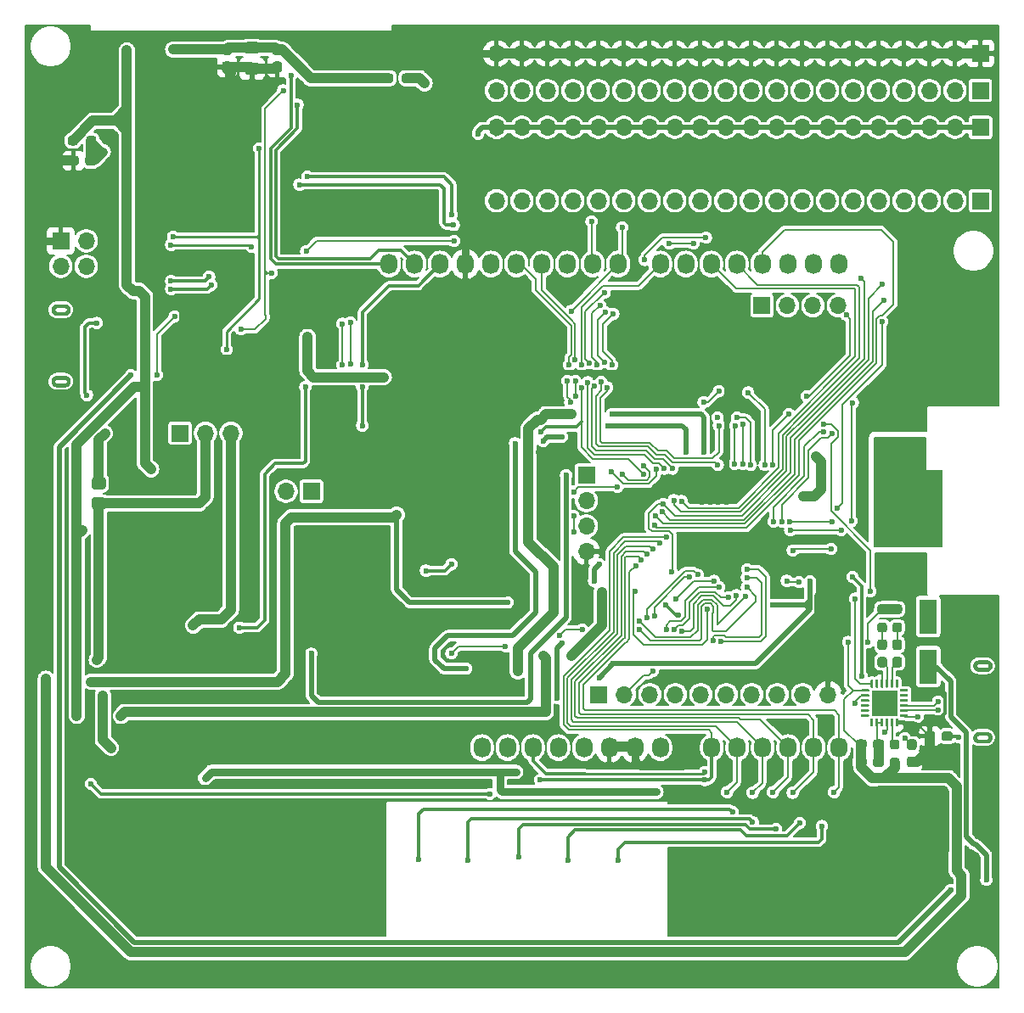
<source format=gbr>
%TF.GenerationSoftware,KiCad,Pcbnew,(5.1.12)-1*%
%TF.CreationDate,2022-03-24T21:15:53-05:00*%
%TF.ProjectId,Psoc-CTF,50736f63-2d43-4544-962e-6b696361645f,rev?*%
%TF.SameCoordinates,Original*%
%TF.FileFunction,Copper,L2,Bot*%
%TF.FilePolarity,Positive*%
%FSLAX46Y46*%
G04 Gerber Fmt 4.6, Leading zero omitted, Abs format (unit mm)*
G04 Created by KiCad (PCBNEW (5.1.12)-1) date 2022-03-24 21:15:53*
%MOMM*%
%LPD*%
G01*
G04 APERTURE LIST*
%TA.AperFunction,EtchedComponent*%
%ADD10C,0.001000*%
%TD*%
%TA.AperFunction,ComponentPad*%
%ADD11O,1.700000X1.700000*%
%TD*%
%TA.AperFunction,ComponentPad*%
%ADD12R,1.700000X1.700000*%
%TD*%
%TA.AperFunction,SMDPad,CuDef*%
%ADD13R,2.600000X2.600000*%
%TD*%
%TA.AperFunction,SMDPad,CuDef*%
%ADD14R,1.800000X3.500000*%
%TD*%
%TA.AperFunction,ComponentPad*%
%ADD15O,1.727200X2.032000*%
%TD*%
%TA.AperFunction,SMDPad,CuDef*%
%ADD16C,0.100000*%
%TD*%
%TA.AperFunction,ViaPad*%
%ADD17C,0.600000*%
%TD*%
%TA.AperFunction,ViaPad*%
%ADD18C,0.500000*%
%TD*%
%TA.AperFunction,Conductor*%
%ADD19C,1.000000*%
%TD*%
%TA.AperFunction,Conductor*%
%ADD20C,0.200000*%
%TD*%
%TA.AperFunction,Conductor*%
%ADD21C,0.300000*%
%TD*%
%TA.AperFunction,Conductor*%
%ADD22C,0.500000*%
%TD*%
%TA.AperFunction,Conductor*%
%ADD23C,0.800000*%
%TD*%
%TA.AperFunction,Conductor*%
%ADD24C,0.250000*%
%TD*%
%TA.AperFunction,Conductor*%
%ADD25C,0.100000*%
%TD*%
G04 APERTURE END LIST*
D10*
%TO.C,J12*%
G36*
X116998000Y-75001000D02*
G01*
X117398000Y-75001000D01*
X117410000Y-75001000D01*
X117422000Y-75002000D01*
X117433000Y-75004000D01*
X117445000Y-75006000D01*
X117456000Y-75009000D01*
X117468000Y-75012000D01*
X117479000Y-75016000D01*
X117490000Y-75020000D01*
X117500000Y-75026000D01*
X117511000Y-75031000D01*
X117521000Y-75037000D01*
X117530000Y-75044000D01*
X117540000Y-75051000D01*
X117549000Y-75059000D01*
X117557000Y-75067000D01*
X117565000Y-75075000D01*
X117573000Y-75084000D01*
X117580000Y-75094000D01*
X117587000Y-75103000D01*
X117593000Y-75113000D01*
X117598000Y-75124000D01*
X117604000Y-75134000D01*
X117608000Y-75145000D01*
X117612000Y-75156000D01*
X117615000Y-75168000D01*
X117618000Y-75179000D01*
X117620000Y-75191000D01*
X117622000Y-75202000D01*
X117623000Y-75214000D01*
X117623000Y-75226000D01*
X117623000Y-75238000D01*
X117622000Y-75250000D01*
X117620000Y-75261000D01*
X117618000Y-75273000D01*
X117615000Y-75284000D01*
X117612000Y-75296000D01*
X117608000Y-75307000D01*
X117604000Y-75318000D01*
X117598000Y-75328000D01*
X117593000Y-75338000D01*
X117587000Y-75349000D01*
X117580000Y-75358000D01*
X117573000Y-75368000D01*
X117565000Y-75377000D01*
X117557000Y-75385000D01*
X117549000Y-75393000D01*
X117540000Y-75401000D01*
X117530000Y-75408000D01*
X117521000Y-75415000D01*
X117510000Y-75421000D01*
X117500000Y-75426000D01*
X117490000Y-75432000D01*
X117479000Y-75436000D01*
X117468000Y-75440000D01*
X117456000Y-75443000D01*
X117445000Y-75446000D01*
X117433000Y-75448000D01*
X117422000Y-75450000D01*
X117410000Y-75451000D01*
X117398000Y-75451000D01*
X116998000Y-75451000D01*
X116998000Y-75751000D01*
X117348000Y-75751000D01*
X117373000Y-75752000D01*
X117402000Y-75751000D01*
X117431000Y-75749000D01*
X117459000Y-75745000D01*
X117487000Y-75740000D01*
X117515000Y-75733000D01*
X117543000Y-75725000D01*
X117570000Y-75715000D01*
X117597000Y-75704000D01*
X117623000Y-75692000D01*
X117648000Y-75678000D01*
X117673000Y-75663000D01*
X117697000Y-75646000D01*
X117719000Y-75629000D01*
X117741000Y-75610000D01*
X117762000Y-75590000D01*
X117782000Y-75569000D01*
X117801000Y-75547000D01*
X117818000Y-75525000D01*
X117835000Y-75501000D01*
X117850000Y-75476000D01*
X117864000Y-75451000D01*
X117876000Y-75425000D01*
X117887000Y-75398000D01*
X117897000Y-75371000D01*
X117905000Y-75343000D01*
X117912000Y-75315000D01*
X117917000Y-75287000D01*
X117921000Y-75259000D01*
X117923000Y-75226000D01*
X117922000Y-75199000D01*
X117920000Y-75171000D01*
X117917000Y-75144000D01*
X117912000Y-75117000D01*
X117905000Y-75090000D01*
X117897000Y-75064000D01*
X117888000Y-75038000D01*
X117878000Y-75012000D01*
X117866000Y-74988000D01*
X117853000Y-74964000D01*
X117838000Y-74940000D01*
X117823000Y-74917000D01*
X117806000Y-74896000D01*
X117788000Y-74875000D01*
X117769000Y-74855000D01*
X117749000Y-74836000D01*
X117728000Y-74818000D01*
X117707000Y-74801000D01*
X117684000Y-74786000D01*
X117661000Y-74771000D01*
X117636000Y-74758000D01*
X117612000Y-74746000D01*
X117586000Y-74736000D01*
X117560000Y-74727000D01*
X117534000Y-74719000D01*
X117507000Y-74712000D01*
X117480000Y-74707000D01*
X117453000Y-74704000D01*
X117425000Y-74702000D01*
X117398000Y-74701000D01*
X116998000Y-74701000D01*
X116998000Y-75001000D01*
G37*
X116998000Y-75001000D02*
X117398000Y-75001000D01*
X117410000Y-75001000D01*
X117422000Y-75002000D01*
X117433000Y-75004000D01*
X117445000Y-75006000D01*
X117456000Y-75009000D01*
X117468000Y-75012000D01*
X117479000Y-75016000D01*
X117490000Y-75020000D01*
X117500000Y-75026000D01*
X117511000Y-75031000D01*
X117521000Y-75037000D01*
X117530000Y-75044000D01*
X117540000Y-75051000D01*
X117549000Y-75059000D01*
X117557000Y-75067000D01*
X117565000Y-75075000D01*
X117573000Y-75084000D01*
X117580000Y-75094000D01*
X117587000Y-75103000D01*
X117593000Y-75113000D01*
X117598000Y-75124000D01*
X117604000Y-75134000D01*
X117608000Y-75145000D01*
X117612000Y-75156000D01*
X117615000Y-75168000D01*
X117618000Y-75179000D01*
X117620000Y-75191000D01*
X117622000Y-75202000D01*
X117623000Y-75214000D01*
X117623000Y-75226000D01*
X117623000Y-75238000D01*
X117622000Y-75250000D01*
X117620000Y-75261000D01*
X117618000Y-75273000D01*
X117615000Y-75284000D01*
X117612000Y-75296000D01*
X117608000Y-75307000D01*
X117604000Y-75318000D01*
X117598000Y-75328000D01*
X117593000Y-75338000D01*
X117587000Y-75349000D01*
X117580000Y-75358000D01*
X117573000Y-75368000D01*
X117565000Y-75377000D01*
X117557000Y-75385000D01*
X117549000Y-75393000D01*
X117540000Y-75401000D01*
X117530000Y-75408000D01*
X117521000Y-75415000D01*
X117510000Y-75421000D01*
X117500000Y-75426000D01*
X117490000Y-75432000D01*
X117479000Y-75436000D01*
X117468000Y-75440000D01*
X117456000Y-75443000D01*
X117445000Y-75446000D01*
X117433000Y-75448000D01*
X117422000Y-75450000D01*
X117410000Y-75451000D01*
X117398000Y-75451000D01*
X116998000Y-75451000D01*
X116998000Y-75751000D01*
X117348000Y-75751000D01*
X117373000Y-75752000D01*
X117402000Y-75751000D01*
X117431000Y-75749000D01*
X117459000Y-75745000D01*
X117487000Y-75740000D01*
X117515000Y-75733000D01*
X117543000Y-75725000D01*
X117570000Y-75715000D01*
X117597000Y-75704000D01*
X117623000Y-75692000D01*
X117648000Y-75678000D01*
X117673000Y-75663000D01*
X117697000Y-75646000D01*
X117719000Y-75629000D01*
X117741000Y-75610000D01*
X117762000Y-75590000D01*
X117782000Y-75569000D01*
X117801000Y-75547000D01*
X117818000Y-75525000D01*
X117835000Y-75501000D01*
X117850000Y-75476000D01*
X117864000Y-75451000D01*
X117876000Y-75425000D01*
X117887000Y-75398000D01*
X117897000Y-75371000D01*
X117905000Y-75343000D01*
X117912000Y-75315000D01*
X117917000Y-75287000D01*
X117921000Y-75259000D01*
X117923000Y-75226000D01*
X117922000Y-75199000D01*
X117920000Y-75171000D01*
X117917000Y-75144000D01*
X117912000Y-75117000D01*
X117905000Y-75090000D01*
X117897000Y-75064000D01*
X117888000Y-75038000D01*
X117878000Y-75012000D01*
X117866000Y-74988000D01*
X117853000Y-74964000D01*
X117838000Y-74940000D01*
X117823000Y-74917000D01*
X117806000Y-74896000D01*
X117788000Y-74875000D01*
X117769000Y-74855000D01*
X117749000Y-74836000D01*
X117728000Y-74818000D01*
X117707000Y-74801000D01*
X117684000Y-74786000D01*
X117661000Y-74771000D01*
X117636000Y-74758000D01*
X117612000Y-74746000D01*
X117586000Y-74736000D01*
X117560000Y-74727000D01*
X117534000Y-74719000D01*
X117507000Y-74712000D01*
X117480000Y-74707000D01*
X117453000Y-74704000D01*
X117425000Y-74702000D01*
X117398000Y-74701000D01*
X116998000Y-74701000D01*
X116998000Y-75001000D01*
G36*
X116998000Y-75451000D02*
G01*
X116598000Y-75451000D01*
X116586000Y-75451000D01*
X116574000Y-75450000D01*
X116563000Y-75448000D01*
X116551000Y-75446000D01*
X116540000Y-75443000D01*
X116528000Y-75440000D01*
X116517000Y-75436000D01*
X116506000Y-75432000D01*
X116496000Y-75426000D01*
X116486000Y-75421000D01*
X116475000Y-75415000D01*
X116466000Y-75408000D01*
X116456000Y-75401000D01*
X116447000Y-75393000D01*
X116439000Y-75385000D01*
X116431000Y-75377000D01*
X116423000Y-75368000D01*
X116416000Y-75358000D01*
X116409000Y-75349000D01*
X116403000Y-75338000D01*
X116398000Y-75328000D01*
X116392000Y-75318000D01*
X116388000Y-75307000D01*
X116384000Y-75296000D01*
X116381000Y-75284000D01*
X116378000Y-75273000D01*
X116376000Y-75261000D01*
X116374000Y-75250000D01*
X116373000Y-75238000D01*
X116373000Y-75226000D01*
X116373000Y-75214000D01*
X116374000Y-75202000D01*
X116376000Y-75191000D01*
X116378000Y-75179000D01*
X116381000Y-75168000D01*
X116384000Y-75156000D01*
X116388000Y-75145000D01*
X116392000Y-75134000D01*
X116398000Y-75124000D01*
X116403000Y-75113000D01*
X116409000Y-75103000D01*
X116416000Y-75094000D01*
X116423000Y-75084000D01*
X116431000Y-75075000D01*
X116439000Y-75067000D01*
X116447000Y-75059000D01*
X116456000Y-75051000D01*
X116466000Y-75044000D01*
X116475000Y-75037000D01*
X116485000Y-75031000D01*
X116496000Y-75026000D01*
X116506000Y-75020000D01*
X116517000Y-75016000D01*
X116528000Y-75012000D01*
X116540000Y-75009000D01*
X116551000Y-75006000D01*
X116563000Y-75004000D01*
X116574000Y-75002000D01*
X116586000Y-75001000D01*
X116598000Y-75001000D01*
X116998000Y-75001000D01*
X116998000Y-74701000D01*
X116648000Y-74701000D01*
X116623000Y-74700000D01*
X116594000Y-74701000D01*
X116565000Y-74703000D01*
X116537000Y-74707000D01*
X116509000Y-74712000D01*
X116481000Y-74719000D01*
X116453000Y-74727000D01*
X116426000Y-74737000D01*
X116399000Y-74748000D01*
X116373000Y-74760000D01*
X116348000Y-74774000D01*
X116323000Y-74789000D01*
X116299000Y-74806000D01*
X116277000Y-74823000D01*
X116255000Y-74842000D01*
X116234000Y-74862000D01*
X116214000Y-74883000D01*
X116195000Y-74905000D01*
X116178000Y-74927000D01*
X116161000Y-74951000D01*
X116146000Y-74976000D01*
X116132000Y-75001000D01*
X116120000Y-75027000D01*
X116109000Y-75054000D01*
X116099000Y-75081000D01*
X116091000Y-75109000D01*
X116084000Y-75137000D01*
X116079000Y-75165000D01*
X116075000Y-75193000D01*
X116073000Y-75226000D01*
X116074000Y-75253000D01*
X116076000Y-75281000D01*
X116079000Y-75308000D01*
X116084000Y-75335000D01*
X116091000Y-75362000D01*
X116099000Y-75388000D01*
X116108000Y-75414000D01*
X116118000Y-75440000D01*
X116130000Y-75464000D01*
X116143000Y-75488000D01*
X116158000Y-75512000D01*
X116173000Y-75535000D01*
X116190000Y-75556000D01*
X116208000Y-75577000D01*
X116227000Y-75597000D01*
X116247000Y-75616000D01*
X116268000Y-75634000D01*
X116289000Y-75651000D01*
X116312000Y-75666000D01*
X116336000Y-75681000D01*
X116360000Y-75694000D01*
X116384000Y-75706000D01*
X116410000Y-75716000D01*
X116436000Y-75725000D01*
X116462000Y-75733000D01*
X116489000Y-75740000D01*
X116516000Y-75745000D01*
X116543000Y-75748000D01*
X116571000Y-75750000D01*
X116598000Y-75751000D01*
X116998000Y-75751000D01*
X116998000Y-75451000D01*
G37*
X116998000Y-75451000D02*
X116598000Y-75451000D01*
X116586000Y-75451000D01*
X116574000Y-75450000D01*
X116563000Y-75448000D01*
X116551000Y-75446000D01*
X116540000Y-75443000D01*
X116528000Y-75440000D01*
X116517000Y-75436000D01*
X116506000Y-75432000D01*
X116496000Y-75426000D01*
X116486000Y-75421000D01*
X116475000Y-75415000D01*
X116466000Y-75408000D01*
X116456000Y-75401000D01*
X116447000Y-75393000D01*
X116439000Y-75385000D01*
X116431000Y-75377000D01*
X116423000Y-75368000D01*
X116416000Y-75358000D01*
X116409000Y-75349000D01*
X116403000Y-75338000D01*
X116398000Y-75328000D01*
X116392000Y-75318000D01*
X116388000Y-75307000D01*
X116384000Y-75296000D01*
X116381000Y-75284000D01*
X116378000Y-75273000D01*
X116376000Y-75261000D01*
X116374000Y-75250000D01*
X116373000Y-75238000D01*
X116373000Y-75226000D01*
X116373000Y-75214000D01*
X116374000Y-75202000D01*
X116376000Y-75191000D01*
X116378000Y-75179000D01*
X116381000Y-75168000D01*
X116384000Y-75156000D01*
X116388000Y-75145000D01*
X116392000Y-75134000D01*
X116398000Y-75124000D01*
X116403000Y-75113000D01*
X116409000Y-75103000D01*
X116416000Y-75094000D01*
X116423000Y-75084000D01*
X116431000Y-75075000D01*
X116439000Y-75067000D01*
X116447000Y-75059000D01*
X116456000Y-75051000D01*
X116466000Y-75044000D01*
X116475000Y-75037000D01*
X116485000Y-75031000D01*
X116496000Y-75026000D01*
X116506000Y-75020000D01*
X116517000Y-75016000D01*
X116528000Y-75012000D01*
X116540000Y-75009000D01*
X116551000Y-75006000D01*
X116563000Y-75004000D01*
X116574000Y-75002000D01*
X116586000Y-75001000D01*
X116598000Y-75001000D01*
X116998000Y-75001000D01*
X116998000Y-74701000D01*
X116648000Y-74701000D01*
X116623000Y-74700000D01*
X116594000Y-74701000D01*
X116565000Y-74703000D01*
X116537000Y-74707000D01*
X116509000Y-74712000D01*
X116481000Y-74719000D01*
X116453000Y-74727000D01*
X116426000Y-74737000D01*
X116399000Y-74748000D01*
X116373000Y-74760000D01*
X116348000Y-74774000D01*
X116323000Y-74789000D01*
X116299000Y-74806000D01*
X116277000Y-74823000D01*
X116255000Y-74842000D01*
X116234000Y-74862000D01*
X116214000Y-74883000D01*
X116195000Y-74905000D01*
X116178000Y-74927000D01*
X116161000Y-74951000D01*
X116146000Y-74976000D01*
X116132000Y-75001000D01*
X116120000Y-75027000D01*
X116109000Y-75054000D01*
X116099000Y-75081000D01*
X116091000Y-75109000D01*
X116084000Y-75137000D01*
X116079000Y-75165000D01*
X116075000Y-75193000D01*
X116073000Y-75226000D01*
X116074000Y-75253000D01*
X116076000Y-75281000D01*
X116079000Y-75308000D01*
X116084000Y-75335000D01*
X116091000Y-75362000D01*
X116099000Y-75388000D01*
X116108000Y-75414000D01*
X116118000Y-75440000D01*
X116130000Y-75464000D01*
X116143000Y-75488000D01*
X116158000Y-75512000D01*
X116173000Y-75535000D01*
X116190000Y-75556000D01*
X116208000Y-75577000D01*
X116227000Y-75597000D01*
X116247000Y-75616000D01*
X116268000Y-75634000D01*
X116289000Y-75651000D01*
X116312000Y-75666000D01*
X116336000Y-75681000D01*
X116360000Y-75694000D01*
X116384000Y-75706000D01*
X116410000Y-75716000D01*
X116436000Y-75725000D01*
X116462000Y-75733000D01*
X116489000Y-75740000D01*
X116516000Y-75745000D01*
X116543000Y-75748000D01*
X116571000Y-75750000D01*
X116598000Y-75751000D01*
X116998000Y-75751000D01*
X116998000Y-75451000D01*
G36*
X116998000Y-82151000D02*
G01*
X117398000Y-82151000D01*
X117410000Y-82151000D01*
X117422000Y-82152000D01*
X117433000Y-82154000D01*
X117445000Y-82156000D01*
X117456000Y-82159000D01*
X117468000Y-82162000D01*
X117479000Y-82166000D01*
X117490000Y-82170000D01*
X117500000Y-82176000D01*
X117510000Y-82181000D01*
X117521000Y-82187000D01*
X117530000Y-82194000D01*
X117540000Y-82201000D01*
X117549000Y-82209000D01*
X117557000Y-82217000D01*
X117565000Y-82225000D01*
X117573000Y-82234000D01*
X117580000Y-82244000D01*
X117587000Y-82253000D01*
X117593000Y-82264000D01*
X117598000Y-82274000D01*
X117604000Y-82284000D01*
X117608000Y-82295000D01*
X117612000Y-82306000D01*
X117615000Y-82318000D01*
X117618000Y-82329000D01*
X117620000Y-82341000D01*
X117622000Y-82352000D01*
X117623000Y-82364000D01*
X117623000Y-82376000D01*
X117623000Y-82388000D01*
X117622000Y-82400000D01*
X117620000Y-82411000D01*
X117618000Y-82423000D01*
X117615000Y-82434000D01*
X117612000Y-82446000D01*
X117608000Y-82457000D01*
X117604000Y-82468000D01*
X117598000Y-82478000D01*
X117593000Y-82489000D01*
X117587000Y-82499000D01*
X117580000Y-82508000D01*
X117573000Y-82518000D01*
X117565000Y-82527000D01*
X117557000Y-82535000D01*
X117549000Y-82543000D01*
X117540000Y-82551000D01*
X117530000Y-82558000D01*
X117521000Y-82565000D01*
X117511000Y-82571000D01*
X117500000Y-82576000D01*
X117490000Y-82582000D01*
X117479000Y-82586000D01*
X117468000Y-82590000D01*
X117456000Y-82593000D01*
X117445000Y-82596000D01*
X117433000Y-82598000D01*
X117422000Y-82600000D01*
X117410000Y-82601000D01*
X117398000Y-82601000D01*
X116998000Y-82601000D01*
X116998000Y-82901000D01*
X117348000Y-82901000D01*
X117373000Y-82902000D01*
X117402000Y-82901000D01*
X117431000Y-82899000D01*
X117459000Y-82895000D01*
X117487000Y-82890000D01*
X117515000Y-82883000D01*
X117543000Y-82875000D01*
X117570000Y-82865000D01*
X117597000Y-82854000D01*
X117623000Y-82842000D01*
X117648000Y-82828000D01*
X117673000Y-82813000D01*
X117697000Y-82796000D01*
X117719000Y-82779000D01*
X117741000Y-82760000D01*
X117762000Y-82740000D01*
X117782000Y-82719000D01*
X117801000Y-82697000D01*
X117818000Y-82675000D01*
X117835000Y-82651000D01*
X117850000Y-82626000D01*
X117864000Y-82601000D01*
X117876000Y-82575000D01*
X117887000Y-82548000D01*
X117897000Y-82521000D01*
X117905000Y-82493000D01*
X117912000Y-82465000D01*
X117917000Y-82437000D01*
X117921000Y-82409000D01*
X117923000Y-82376000D01*
X117922000Y-82349000D01*
X117920000Y-82321000D01*
X117917000Y-82294000D01*
X117912000Y-82267000D01*
X117905000Y-82240000D01*
X117897000Y-82214000D01*
X117888000Y-82188000D01*
X117878000Y-82162000D01*
X117866000Y-82138000D01*
X117853000Y-82114000D01*
X117838000Y-82090000D01*
X117823000Y-82067000D01*
X117806000Y-82046000D01*
X117788000Y-82025000D01*
X117769000Y-82005000D01*
X117749000Y-81986000D01*
X117728000Y-81968000D01*
X117707000Y-81951000D01*
X117684000Y-81936000D01*
X117660000Y-81921000D01*
X117636000Y-81908000D01*
X117612000Y-81896000D01*
X117586000Y-81886000D01*
X117560000Y-81877000D01*
X117534000Y-81869000D01*
X117507000Y-81862000D01*
X117480000Y-81857000D01*
X117453000Y-81854000D01*
X117425000Y-81852000D01*
X117398000Y-81851000D01*
X116998000Y-81851000D01*
X116998000Y-82151000D01*
G37*
X116998000Y-82151000D02*
X117398000Y-82151000D01*
X117410000Y-82151000D01*
X117422000Y-82152000D01*
X117433000Y-82154000D01*
X117445000Y-82156000D01*
X117456000Y-82159000D01*
X117468000Y-82162000D01*
X117479000Y-82166000D01*
X117490000Y-82170000D01*
X117500000Y-82176000D01*
X117510000Y-82181000D01*
X117521000Y-82187000D01*
X117530000Y-82194000D01*
X117540000Y-82201000D01*
X117549000Y-82209000D01*
X117557000Y-82217000D01*
X117565000Y-82225000D01*
X117573000Y-82234000D01*
X117580000Y-82244000D01*
X117587000Y-82253000D01*
X117593000Y-82264000D01*
X117598000Y-82274000D01*
X117604000Y-82284000D01*
X117608000Y-82295000D01*
X117612000Y-82306000D01*
X117615000Y-82318000D01*
X117618000Y-82329000D01*
X117620000Y-82341000D01*
X117622000Y-82352000D01*
X117623000Y-82364000D01*
X117623000Y-82376000D01*
X117623000Y-82388000D01*
X117622000Y-82400000D01*
X117620000Y-82411000D01*
X117618000Y-82423000D01*
X117615000Y-82434000D01*
X117612000Y-82446000D01*
X117608000Y-82457000D01*
X117604000Y-82468000D01*
X117598000Y-82478000D01*
X117593000Y-82489000D01*
X117587000Y-82499000D01*
X117580000Y-82508000D01*
X117573000Y-82518000D01*
X117565000Y-82527000D01*
X117557000Y-82535000D01*
X117549000Y-82543000D01*
X117540000Y-82551000D01*
X117530000Y-82558000D01*
X117521000Y-82565000D01*
X117511000Y-82571000D01*
X117500000Y-82576000D01*
X117490000Y-82582000D01*
X117479000Y-82586000D01*
X117468000Y-82590000D01*
X117456000Y-82593000D01*
X117445000Y-82596000D01*
X117433000Y-82598000D01*
X117422000Y-82600000D01*
X117410000Y-82601000D01*
X117398000Y-82601000D01*
X116998000Y-82601000D01*
X116998000Y-82901000D01*
X117348000Y-82901000D01*
X117373000Y-82902000D01*
X117402000Y-82901000D01*
X117431000Y-82899000D01*
X117459000Y-82895000D01*
X117487000Y-82890000D01*
X117515000Y-82883000D01*
X117543000Y-82875000D01*
X117570000Y-82865000D01*
X117597000Y-82854000D01*
X117623000Y-82842000D01*
X117648000Y-82828000D01*
X117673000Y-82813000D01*
X117697000Y-82796000D01*
X117719000Y-82779000D01*
X117741000Y-82760000D01*
X117762000Y-82740000D01*
X117782000Y-82719000D01*
X117801000Y-82697000D01*
X117818000Y-82675000D01*
X117835000Y-82651000D01*
X117850000Y-82626000D01*
X117864000Y-82601000D01*
X117876000Y-82575000D01*
X117887000Y-82548000D01*
X117897000Y-82521000D01*
X117905000Y-82493000D01*
X117912000Y-82465000D01*
X117917000Y-82437000D01*
X117921000Y-82409000D01*
X117923000Y-82376000D01*
X117922000Y-82349000D01*
X117920000Y-82321000D01*
X117917000Y-82294000D01*
X117912000Y-82267000D01*
X117905000Y-82240000D01*
X117897000Y-82214000D01*
X117888000Y-82188000D01*
X117878000Y-82162000D01*
X117866000Y-82138000D01*
X117853000Y-82114000D01*
X117838000Y-82090000D01*
X117823000Y-82067000D01*
X117806000Y-82046000D01*
X117788000Y-82025000D01*
X117769000Y-82005000D01*
X117749000Y-81986000D01*
X117728000Y-81968000D01*
X117707000Y-81951000D01*
X117684000Y-81936000D01*
X117660000Y-81921000D01*
X117636000Y-81908000D01*
X117612000Y-81896000D01*
X117586000Y-81886000D01*
X117560000Y-81877000D01*
X117534000Y-81869000D01*
X117507000Y-81862000D01*
X117480000Y-81857000D01*
X117453000Y-81854000D01*
X117425000Y-81852000D01*
X117398000Y-81851000D01*
X116998000Y-81851000D01*
X116998000Y-82151000D01*
G36*
X116998000Y-82601000D02*
G01*
X116598000Y-82601000D01*
X116586000Y-82601000D01*
X116574000Y-82600000D01*
X116563000Y-82598000D01*
X116551000Y-82596000D01*
X116540000Y-82593000D01*
X116528000Y-82590000D01*
X116517000Y-82586000D01*
X116506000Y-82582000D01*
X116496000Y-82576000D01*
X116485000Y-82571000D01*
X116475000Y-82565000D01*
X116466000Y-82558000D01*
X116456000Y-82551000D01*
X116447000Y-82543000D01*
X116439000Y-82535000D01*
X116431000Y-82527000D01*
X116423000Y-82518000D01*
X116416000Y-82508000D01*
X116409000Y-82499000D01*
X116403000Y-82489000D01*
X116398000Y-82478000D01*
X116392000Y-82468000D01*
X116388000Y-82457000D01*
X116384000Y-82446000D01*
X116381000Y-82434000D01*
X116378000Y-82423000D01*
X116376000Y-82411000D01*
X116374000Y-82400000D01*
X116373000Y-82388000D01*
X116373000Y-82376000D01*
X116373000Y-82364000D01*
X116374000Y-82352000D01*
X116376000Y-82341000D01*
X116378000Y-82329000D01*
X116381000Y-82318000D01*
X116384000Y-82306000D01*
X116388000Y-82295000D01*
X116392000Y-82284000D01*
X116398000Y-82274000D01*
X116403000Y-82264000D01*
X116409000Y-82253000D01*
X116416000Y-82244000D01*
X116423000Y-82234000D01*
X116431000Y-82225000D01*
X116439000Y-82217000D01*
X116447000Y-82209000D01*
X116456000Y-82201000D01*
X116466000Y-82194000D01*
X116475000Y-82187000D01*
X116486000Y-82181000D01*
X116496000Y-82176000D01*
X116506000Y-82170000D01*
X116517000Y-82166000D01*
X116528000Y-82162000D01*
X116540000Y-82159000D01*
X116551000Y-82156000D01*
X116563000Y-82154000D01*
X116574000Y-82152000D01*
X116586000Y-82151000D01*
X116598000Y-82151000D01*
X116998000Y-82151000D01*
X116998000Y-81851000D01*
X116648000Y-81851000D01*
X116623000Y-81850000D01*
X116594000Y-81851000D01*
X116565000Y-81853000D01*
X116537000Y-81857000D01*
X116509000Y-81862000D01*
X116481000Y-81869000D01*
X116453000Y-81877000D01*
X116426000Y-81887000D01*
X116399000Y-81898000D01*
X116373000Y-81910000D01*
X116348000Y-81924000D01*
X116323000Y-81939000D01*
X116299000Y-81956000D01*
X116277000Y-81973000D01*
X116255000Y-81992000D01*
X116234000Y-82012000D01*
X116214000Y-82033000D01*
X116195000Y-82055000D01*
X116178000Y-82077000D01*
X116161000Y-82101000D01*
X116146000Y-82126000D01*
X116132000Y-82151000D01*
X116120000Y-82177000D01*
X116109000Y-82204000D01*
X116099000Y-82231000D01*
X116091000Y-82259000D01*
X116084000Y-82287000D01*
X116079000Y-82315000D01*
X116075000Y-82343000D01*
X116073000Y-82376000D01*
X116074000Y-82403000D01*
X116076000Y-82431000D01*
X116079000Y-82458000D01*
X116084000Y-82485000D01*
X116091000Y-82512000D01*
X116099000Y-82538000D01*
X116108000Y-82564000D01*
X116118000Y-82590000D01*
X116130000Y-82614000D01*
X116143000Y-82638000D01*
X116158000Y-82662000D01*
X116173000Y-82685000D01*
X116190000Y-82706000D01*
X116208000Y-82727000D01*
X116227000Y-82747000D01*
X116247000Y-82766000D01*
X116268000Y-82784000D01*
X116289000Y-82801000D01*
X116312000Y-82816000D01*
X116335000Y-82831000D01*
X116360000Y-82844000D01*
X116384000Y-82856000D01*
X116410000Y-82866000D01*
X116436000Y-82875000D01*
X116462000Y-82883000D01*
X116489000Y-82890000D01*
X116516000Y-82895000D01*
X116543000Y-82898000D01*
X116571000Y-82900000D01*
X116598000Y-82901000D01*
X116998000Y-82901000D01*
X116998000Y-82601000D01*
G37*
X116998000Y-82601000D02*
X116598000Y-82601000D01*
X116586000Y-82601000D01*
X116574000Y-82600000D01*
X116563000Y-82598000D01*
X116551000Y-82596000D01*
X116540000Y-82593000D01*
X116528000Y-82590000D01*
X116517000Y-82586000D01*
X116506000Y-82582000D01*
X116496000Y-82576000D01*
X116485000Y-82571000D01*
X116475000Y-82565000D01*
X116466000Y-82558000D01*
X116456000Y-82551000D01*
X116447000Y-82543000D01*
X116439000Y-82535000D01*
X116431000Y-82527000D01*
X116423000Y-82518000D01*
X116416000Y-82508000D01*
X116409000Y-82499000D01*
X116403000Y-82489000D01*
X116398000Y-82478000D01*
X116392000Y-82468000D01*
X116388000Y-82457000D01*
X116384000Y-82446000D01*
X116381000Y-82434000D01*
X116378000Y-82423000D01*
X116376000Y-82411000D01*
X116374000Y-82400000D01*
X116373000Y-82388000D01*
X116373000Y-82376000D01*
X116373000Y-82364000D01*
X116374000Y-82352000D01*
X116376000Y-82341000D01*
X116378000Y-82329000D01*
X116381000Y-82318000D01*
X116384000Y-82306000D01*
X116388000Y-82295000D01*
X116392000Y-82284000D01*
X116398000Y-82274000D01*
X116403000Y-82264000D01*
X116409000Y-82253000D01*
X116416000Y-82244000D01*
X116423000Y-82234000D01*
X116431000Y-82225000D01*
X116439000Y-82217000D01*
X116447000Y-82209000D01*
X116456000Y-82201000D01*
X116466000Y-82194000D01*
X116475000Y-82187000D01*
X116486000Y-82181000D01*
X116496000Y-82176000D01*
X116506000Y-82170000D01*
X116517000Y-82166000D01*
X116528000Y-82162000D01*
X116540000Y-82159000D01*
X116551000Y-82156000D01*
X116563000Y-82154000D01*
X116574000Y-82152000D01*
X116586000Y-82151000D01*
X116598000Y-82151000D01*
X116998000Y-82151000D01*
X116998000Y-81851000D01*
X116648000Y-81851000D01*
X116623000Y-81850000D01*
X116594000Y-81851000D01*
X116565000Y-81853000D01*
X116537000Y-81857000D01*
X116509000Y-81862000D01*
X116481000Y-81869000D01*
X116453000Y-81877000D01*
X116426000Y-81887000D01*
X116399000Y-81898000D01*
X116373000Y-81910000D01*
X116348000Y-81924000D01*
X116323000Y-81939000D01*
X116299000Y-81956000D01*
X116277000Y-81973000D01*
X116255000Y-81992000D01*
X116234000Y-82012000D01*
X116214000Y-82033000D01*
X116195000Y-82055000D01*
X116178000Y-82077000D01*
X116161000Y-82101000D01*
X116146000Y-82126000D01*
X116132000Y-82151000D01*
X116120000Y-82177000D01*
X116109000Y-82204000D01*
X116099000Y-82231000D01*
X116091000Y-82259000D01*
X116084000Y-82287000D01*
X116079000Y-82315000D01*
X116075000Y-82343000D01*
X116073000Y-82376000D01*
X116074000Y-82403000D01*
X116076000Y-82431000D01*
X116079000Y-82458000D01*
X116084000Y-82485000D01*
X116091000Y-82512000D01*
X116099000Y-82538000D01*
X116108000Y-82564000D01*
X116118000Y-82590000D01*
X116130000Y-82614000D01*
X116143000Y-82638000D01*
X116158000Y-82662000D01*
X116173000Y-82685000D01*
X116190000Y-82706000D01*
X116208000Y-82727000D01*
X116227000Y-82747000D01*
X116247000Y-82766000D01*
X116268000Y-82784000D01*
X116289000Y-82801000D01*
X116312000Y-82816000D01*
X116335000Y-82831000D01*
X116360000Y-82844000D01*
X116384000Y-82856000D01*
X116410000Y-82866000D01*
X116436000Y-82875000D01*
X116462000Y-82883000D01*
X116489000Y-82890000D01*
X116516000Y-82895000D01*
X116543000Y-82898000D01*
X116571000Y-82900000D01*
X116598000Y-82901000D01*
X116998000Y-82901000D01*
X116998000Y-82601000D01*
%TO.C,J5*%
G36*
X208914500Y-110535999D02*
G01*
X209314500Y-110535999D01*
X209326500Y-110535999D01*
X209338500Y-110536999D01*
X209349500Y-110538999D01*
X209361500Y-110540999D01*
X209372500Y-110543999D01*
X209384500Y-110546999D01*
X209395500Y-110550999D01*
X209406500Y-110554999D01*
X209416500Y-110560999D01*
X209427500Y-110565999D01*
X209437500Y-110571999D01*
X209446500Y-110578999D01*
X209456500Y-110585999D01*
X209465500Y-110593999D01*
X209473500Y-110601999D01*
X209481500Y-110609999D01*
X209489500Y-110618999D01*
X209496500Y-110628999D01*
X209503500Y-110637999D01*
X209509500Y-110647999D01*
X209514500Y-110658999D01*
X209520500Y-110668999D01*
X209524500Y-110679999D01*
X209528500Y-110690999D01*
X209531500Y-110702999D01*
X209534500Y-110713999D01*
X209536500Y-110725999D01*
X209538500Y-110736999D01*
X209539500Y-110748999D01*
X209539500Y-110760999D01*
X209539500Y-110772999D01*
X209538500Y-110784999D01*
X209536500Y-110795999D01*
X209534500Y-110807999D01*
X209531500Y-110818999D01*
X209528500Y-110830999D01*
X209524500Y-110841999D01*
X209520500Y-110852999D01*
X209514500Y-110862999D01*
X209509500Y-110872999D01*
X209503500Y-110883999D01*
X209496500Y-110892999D01*
X209489500Y-110902999D01*
X209481500Y-110911999D01*
X209473500Y-110919999D01*
X209465500Y-110927999D01*
X209456500Y-110935999D01*
X209446500Y-110942999D01*
X209437500Y-110949999D01*
X209426500Y-110955999D01*
X209416500Y-110960999D01*
X209406500Y-110966999D01*
X209395500Y-110970999D01*
X209384500Y-110974999D01*
X209372500Y-110977999D01*
X209361500Y-110980999D01*
X209349500Y-110982999D01*
X209338500Y-110984999D01*
X209326500Y-110985999D01*
X209314500Y-110985999D01*
X208914500Y-110985999D01*
X208914500Y-111285999D01*
X209264500Y-111285999D01*
X209289500Y-111286999D01*
X209318500Y-111285999D01*
X209347500Y-111283999D01*
X209375500Y-111279999D01*
X209403500Y-111274999D01*
X209431500Y-111267999D01*
X209459500Y-111259999D01*
X209486500Y-111249999D01*
X209513500Y-111238999D01*
X209539500Y-111226999D01*
X209564500Y-111212999D01*
X209589500Y-111197999D01*
X209613500Y-111180999D01*
X209635500Y-111163999D01*
X209657500Y-111144999D01*
X209678500Y-111124999D01*
X209698500Y-111103999D01*
X209717500Y-111081999D01*
X209734500Y-111059999D01*
X209751500Y-111035999D01*
X209766500Y-111010999D01*
X209780500Y-110985999D01*
X209792500Y-110959999D01*
X209803500Y-110932999D01*
X209813500Y-110905999D01*
X209821500Y-110877999D01*
X209828500Y-110849999D01*
X209833500Y-110821999D01*
X209837500Y-110793999D01*
X209839500Y-110760999D01*
X209838500Y-110733999D01*
X209836500Y-110705999D01*
X209833500Y-110678999D01*
X209828500Y-110651999D01*
X209821500Y-110624999D01*
X209813500Y-110598999D01*
X209804500Y-110572999D01*
X209794500Y-110546999D01*
X209782500Y-110522999D01*
X209769500Y-110498999D01*
X209754500Y-110474999D01*
X209739500Y-110451999D01*
X209722500Y-110430999D01*
X209704500Y-110409999D01*
X209685500Y-110389999D01*
X209665500Y-110370999D01*
X209644500Y-110352999D01*
X209623500Y-110335999D01*
X209600500Y-110320999D01*
X209577500Y-110305999D01*
X209552500Y-110292999D01*
X209528500Y-110280999D01*
X209502500Y-110270999D01*
X209476500Y-110261999D01*
X209450500Y-110253999D01*
X209423500Y-110246999D01*
X209396500Y-110241999D01*
X209369500Y-110238999D01*
X209341500Y-110236999D01*
X209314500Y-110235999D01*
X208914500Y-110235999D01*
X208914500Y-110535999D01*
G37*
X208914500Y-110535999D02*
X209314500Y-110535999D01*
X209326500Y-110535999D01*
X209338500Y-110536999D01*
X209349500Y-110538999D01*
X209361500Y-110540999D01*
X209372500Y-110543999D01*
X209384500Y-110546999D01*
X209395500Y-110550999D01*
X209406500Y-110554999D01*
X209416500Y-110560999D01*
X209427500Y-110565999D01*
X209437500Y-110571999D01*
X209446500Y-110578999D01*
X209456500Y-110585999D01*
X209465500Y-110593999D01*
X209473500Y-110601999D01*
X209481500Y-110609999D01*
X209489500Y-110618999D01*
X209496500Y-110628999D01*
X209503500Y-110637999D01*
X209509500Y-110647999D01*
X209514500Y-110658999D01*
X209520500Y-110668999D01*
X209524500Y-110679999D01*
X209528500Y-110690999D01*
X209531500Y-110702999D01*
X209534500Y-110713999D01*
X209536500Y-110725999D01*
X209538500Y-110736999D01*
X209539500Y-110748999D01*
X209539500Y-110760999D01*
X209539500Y-110772999D01*
X209538500Y-110784999D01*
X209536500Y-110795999D01*
X209534500Y-110807999D01*
X209531500Y-110818999D01*
X209528500Y-110830999D01*
X209524500Y-110841999D01*
X209520500Y-110852999D01*
X209514500Y-110862999D01*
X209509500Y-110872999D01*
X209503500Y-110883999D01*
X209496500Y-110892999D01*
X209489500Y-110902999D01*
X209481500Y-110911999D01*
X209473500Y-110919999D01*
X209465500Y-110927999D01*
X209456500Y-110935999D01*
X209446500Y-110942999D01*
X209437500Y-110949999D01*
X209426500Y-110955999D01*
X209416500Y-110960999D01*
X209406500Y-110966999D01*
X209395500Y-110970999D01*
X209384500Y-110974999D01*
X209372500Y-110977999D01*
X209361500Y-110980999D01*
X209349500Y-110982999D01*
X209338500Y-110984999D01*
X209326500Y-110985999D01*
X209314500Y-110985999D01*
X208914500Y-110985999D01*
X208914500Y-111285999D01*
X209264500Y-111285999D01*
X209289500Y-111286999D01*
X209318500Y-111285999D01*
X209347500Y-111283999D01*
X209375500Y-111279999D01*
X209403500Y-111274999D01*
X209431500Y-111267999D01*
X209459500Y-111259999D01*
X209486500Y-111249999D01*
X209513500Y-111238999D01*
X209539500Y-111226999D01*
X209564500Y-111212999D01*
X209589500Y-111197999D01*
X209613500Y-111180999D01*
X209635500Y-111163999D01*
X209657500Y-111144999D01*
X209678500Y-111124999D01*
X209698500Y-111103999D01*
X209717500Y-111081999D01*
X209734500Y-111059999D01*
X209751500Y-111035999D01*
X209766500Y-111010999D01*
X209780500Y-110985999D01*
X209792500Y-110959999D01*
X209803500Y-110932999D01*
X209813500Y-110905999D01*
X209821500Y-110877999D01*
X209828500Y-110849999D01*
X209833500Y-110821999D01*
X209837500Y-110793999D01*
X209839500Y-110760999D01*
X209838500Y-110733999D01*
X209836500Y-110705999D01*
X209833500Y-110678999D01*
X209828500Y-110651999D01*
X209821500Y-110624999D01*
X209813500Y-110598999D01*
X209804500Y-110572999D01*
X209794500Y-110546999D01*
X209782500Y-110522999D01*
X209769500Y-110498999D01*
X209754500Y-110474999D01*
X209739500Y-110451999D01*
X209722500Y-110430999D01*
X209704500Y-110409999D01*
X209685500Y-110389999D01*
X209665500Y-110370999D01*
X209644500Y-110352999D01*
X209623500Y-110335999D01*
X209600500Y-110320999D01*
X209577500Y-110305999D01*
X209552500Y-110292999D01*
X209528500Y-110280999D01*
X209502500Y-110270999D01*
X209476500Y-110261999D01*
X209450500Y-110253999D01*
X209423500Y-110246999D01*
X209396500Y-110241999D01*
X209369500Y-110238999D01*
X209341500Y-110236999D01*
X209314500Y-110235999D01*
X208914500Y-110235999D01*
X208914500Y-110535999D01*
G36*
X208914500Y-110985999D02*
G01*
X208514500Y-110985999D01*
X208502500Y-110985999D01*
X208490500Y-110984999D01*
X208479500Y-110982999D01*
X208467500Y-110980999D01*
X208456500Y-110977999D01*
X208444500Y-110974999D01*
X208433500Y-110970999D01*
X208422500Y-110966999D01*
X208412500Y-110960999D01*
X208402500Y-110955999D01*
X208391500Y-110949999D01*
X208382500Y-110942999D01*
X208372500Y-110935999D01*
X208363500Y-110927999D01*
X208355500Y-110919999D01*
X208347500Y-110911999D01*
X208339500Y-110902999D01*
X208332500Y-110892999D01*
X208325500Y-110883999D01*
X208319500Y-110872999D01*
X208314500Y-110862999D01*
X208308500Y-110852999D01*
X208304500Y-110841999D01*
X208300500Y-110830999D01*
X208297500Y-110818999D01*
X208294500Y-110807999D01*
X208292500Y-110795999D01*
X208290500Y-110784999D01*
X208289500Y-110772999D01*
X208289500Y-110760999D01*
X208289500Y-110748999D01*
X208290500Y-110736999D01*
X208292500Y-110725999D01*
X208294500Y-110713999D01*
X208297500Y-110702999D01*
X208300500Y-110690999D01*
X208304500Y-110679999D01*
X208308500Y-110668999D01*
X208314500Y-110658999D01*
X208319500Y-110647999D01*
X208325500Y-110637999D01*
X208332500Y-110628999D01*
X208339500Y-110618999D01*
X208347500Y-110609999D01*
X208355500Y-110601999D01*
X208363500Y-110593999D01*
X208372500Y-110585999D01*
X208382500Y-110578999D01*
X208391500Y-110571999D01*
X208401500Y-110565999D01*
X208412500Y-110560999D01*
X208422500Y-110554999D01*
X208433500Y-110550999D01*
X208444500Y-110546999D01*
X208456500Y-110543999D01*
X208467500Y-110540999D01*
X208479500Y-110538999D01*
X208490500Y-110536999D01*
X208502500Y-110535999D01*
X208514500Y-110535999D01*
X208914500Y-110535999D01*
X208914500Y-110235999D01*
X208564500Y-110235999D01*
X208539500Y-110234999D01*
X208510500Y-110235999D01*
X208481500Y-110237999D01*
X208453500Y-110241999D01*
X208425500Y-110246999D01*
X208397500Y-110253999D01*
X208369500Y-110261999D01*
X208342500Y-110271999D01*
X208315500Y-110282999D01*
X208289500Y-110294999D01*
X208264500Y-110308999D01*
X208239500Y-110323999D01*
X208215500Y-110340999D01*
X208193500Y-110357999D01*
X208171500Y-110376999D01*
X208150500Y-110396999D01*
X208130500Y-110417999D01*
X208111500Y-110439999D01*
X208094500Y-110461999D01*
X208077500Y-110485999D01*
X208062500Y-110510999D01*
X208048500Y-110535999D01*
X208036500Y-110561999D01*
X208025500Y-110588999D01*
X208015500Y-110615999D01*
X208007500Y-110643999D01*
X208000500Y-110671999D01*
X207995500Y-110699999D01*
X207991500Y-110727999D01*
X207989500Y-110760999D01*
X207990500Y-110787999D01*
X207992500Y-110815999D01*
X207995500Y-110842999D01*
X208000500Y-110869999D01*
X208007500Y-110896999D01*
X208015500Y-110922999D01*
X208024500Y-110948999D01*
X208034500Y-110974999D01*
X208046500Y-110998999D01*
X208059500Y-111022999D01*
X208074500Y-111046999D01*
X208089500Y-111069999D01*
X208106500Y-111090999D01*
X208124500Y-111111999D01*
X208143500Y-111131999D01*
X208163500Y-111150999D01*
X208184500Y-111168999D01*
X208205500Y-111185999D01*
X208228500Y-111200999D01*
X208252500Y-111215999D01*
X208276500Y-111228999D01*
X208300500Y-111240999D01*
X208326500Y-111250999D01*
X208352500Y-111259999D01*
X208378500Y-111267999D01*
X208405500Y-111274999D01*
X208432500Y-111279999D01*
X208459500Y-111282999D01*
X208487500Y-111284999D01*
X208514500Y-111285999D01*
X208914500Y-111285999D01*
X208914500Y-110985999D01*
G37*
X208914500Y-110985999D02*
X208514500Y-110985999D01*
X208502500Y-110985999D01*
X208490500Y-110984999D01*
X208479500Y-110982999D01*
X208467500Y-110980999D01*
X208456500Y-110977999D01*
X208444500Y-110974999D01*
X208433500Y-110970999D01*
X208422500Y-110966999D01*
X208412500Y-110960999D01*
X208402500Y-110955999D01*
X208391500Y-110949999D01*
X208382500Y-110942999D01*
X208372500Y-110935999D01*
X208363500Y-110927999D01*
X208355500Y-110919999D01*
X208347500Y-110911999D01*
X208339500Y-110902999D01*
X208332500Y-110892999D01*
X208325500Y-110883999D01*
X208319500Y-110872999D01*
X208314500Y-110862999D01*
X208308500Y-110852999D01*
X208304500Y-110841999D01*
X208300500Y-110830999D01*
X208297500Y-110818999D01*
X208294500Y-110807999D01*
X208292500Y-110795999D01*
X208290500Y-110784999D01*
X208289500Y-110772999D01*
X208289500Y-110760999D01*
X208289500Y-110748999D01*
X208290500Y-110736999D01*
X208292500Y-110725999D01*
X208294500Y-110713999D01*
X208297500Y-110702999D01*
X208300500Y-110690999D01*
X208304500Y-110679999D01*
X208308500Y-110668999D01*
X208314500Y-110658999D01*
X208319500Y-110647999D01*
X208325500Y-110637999D01*
X208332500Y-110628999D01*
X208339500Y-110618999D01*
X208347500Y-110609999D01*
X208355500Y-110601999D01*
X208363500Y-110593999D01*
X208372500Y-110585999D01*
X208382500Y-110578999D01*
X208391500Y-110571999D01*
X208401500Y-110565999D01*
X208412500Y-110560999D01*
X208422500Y-110554999D01*
X208433500Y-110550999D01*
X208444500Y-110546999D01*
X208456500Y-110543999D01*
X208467500Y-110540999D01*
X208479500Y-110538999D01*
X208490500Y-110536999D01*
X208502500Y-110535999D01*
X208514500Y-110535999D01*
X208914500Y-110535999D01*
X208914500Y-110235999D01*
X208564500Y-110235999D01*
X208539500Y-110234999D01*
X208510500Y-110235999D01*
X208481500Y-110237999D01*
X208453500Y-110241999D01*
X208425500Y-110246999D01*
X208397500Y-110253999D01*
X208369500Y-110261999D01*
X208342500Y-110271999D01*
X208315500Y-110282999D01*
X208289500Y-110294999D01*
X208264500Y-110308999D01*
X208239500Y-110323999D01*
X208215500Y-110340999D01*
X208193500Y-110357999D01*
X208171500Y-110376999D01*
X208150500Y-110396999D01*
X208130500Y-110417999D01*
X208111500Y-110439999D01*
X208094500Y-110461999D01*
X208077500Y-110485999D01*
X208062500Y-110510999D01*
X208048500Y-110535999D01*
X208036500Y-110561999D01*
X208025500Y-110588999D01*
X208015500Y-110615999D01*
X208007500Y-110643999D01*
X208000500Y-110671999D01*
X207995500Y-110699999D01*
X207991500Y-110727999D01*
X207989500Y-110760999D01*
X207990500Y-110787999D01*
X207992500Y-110815999D01*
X207995500Y-110842999D01*
X208000500Y-110869999D01*
X208007500Y-110896999D01*
X208015500Y-110922999D01*
X208024500Y-110948999D01*
X208034500Y-110974999D01*
X208046500Y-110998999D01*
X208059500Y-111022999D01*
X208074500Y-111046999D01*
X208089500Y-111069999D01*
X208106500Y-111090999D01*
X208124500Y-111111999D01*
X208143500Y-111131999D01*
X208163500Y-111150999D01*
X208184500Y-111168999D01*
X208205500Y-111185999D01*
X208228500Y-111200999D01*
X208252500Y-111215999D01*
X208276500Y-111228999D01*
X208300500Y-111240999D01*
X208326500Y-111250999D01*
X208352500Y-111259999D01*
X208378500Y-111267999D01*
X208405500Y-111274999D01*
X208432500Y-111279999D01*
X208459500Y-111282999D01*
X208487500Y-111284999D01*
X208514500Y-111285999D01*
X208914500Y-111285999D01*
X208914500Y-110985999D01*
G36*
X208914500Y-117685999D02*
G01*
X209314500Y-117685999D01*
X209326500Y-117685999D01*
X209338500Y-117686999D01*
X209349500Y-117688999D01*
X209361500Y-117690999D01*
X209372500Y-117693999D01*
X209384500Y-117696999D01*
X209395500Y-117700999D01*
X209406500Y-117704999D01*
X209416500Y-117710999D01*
X209426500Y-117715999D01*
X209437500Y-117721999D01*
X209446500Y-117728999D01*
X209456500Y-117735999D01*
X209465500Y-117743999D01*
X209473500Y-117751999D01*
X209481500Y-117759999D01*
X209489500Y-117768999D01*
X209496500Y-117778999D01*
X209503500Y-117787999D01*
X209509500Y-117798999D01*
X209514500Y-117808999D01*
X209520500Y-117818999D01*
X209524500Y-117829999D01*
X209528500Y-117840999D01*
X209531500Y-117852999D01*
X209534500Y-117863999D01*
X209536500Y-117875999D01*
X209538500Y-117886999D01*
X209539500Y-117898999D01*
X209539500Y-117910999D01*
X209539500Y-117922999D01*
X209538500Y-117934999D01*
X209536500Y-117945999D01*
X209534500Y-117957999D01*
X209531500Y-117968999D01*
X209528500Y-117980999D01*
X209524500Y-117991999D01*
X209520500Y-118002999D01*
X209514500Y-118012999D01*
X209509500Y-118023999D01*
X209503500Y-118033999D01*
X209496500Y-118042999D01*
X209489500Y-118052999D01*
X209481500Y-118061999D01*
X209473500Y-118069999D01*
X209465500Y-118077999D01*
X209456500Y-118085999D01*
X209446500Y-118092999D01*
X209437500Y-118099999D01*
X209427500Y-118105999D01*
X209416500Y-118110999D01*
X209406500Y-118116999D01*
X209395500Y-118120999D01*
X209384500Y-118124999D01*
X209372500Y-118127999D01*
X209361500Y-118130999D01*
X209349500Y-118132999D01*
X209338500Y-118134999D01*
X209326500Y-118135999D01*
X209314500Y-118135999D01*
X208914500Y-118135999D01*
X208914500Y-118435999D01*
X209264500Y-118435999D01*
X209289500Y-118436999D01*
X209318500Y-118435999D01*
X209347500Y-118433999D01*
X209375500Y-118429999D01*
X209403500Y-118424999D01*
X209431500Y-118417999D01*
X209459500Y-118409999D01*
X209486500Y-118399999D01*
X209513500Y-118388999D01*
X209539500Y-118376999D01*
X209564500Y-118362999D01*
X209589500Y-118347999D01*
X209613500Y-118330999D01*
X209635500Y-118313999D01*
X209657500Y-118294999D01*
X209678500Y-118274999D01*
X209698500Y-118253999D01*
X209717500Y-118231999D01*
X209734500Y-118209999D01*
X209751500Y-118185999D01*
X209766500Y-118160999D01*
X209780500Y-118135999D01*
X209792500Y-118109999D01*
X209803500Y-118082999D01*
X209813500Y-118055999D01*
X209821500Y-118027999D01*
X209828500Y-117999999D01*
X209833500Y-117971999D01*
X209837500Y-117943999D01*
X209839500Y-117910999D01*
X209838500Y-117883999D01*
X209836500Y-117855999D01*
X209833500Y-117828999D01*
X209828500Y-117801999D01*
X209821500Y-117774999D01*
X209813500Y-117748999D01*
X209804500Y-117722999D01*
X209794500Y-117696999D01*
X209782500Y-117672999D01*
X209769500Y-117648999D01*
X209754500Y-117624999D01*
X209739500Y-117601999D01*
X209722500Y-117580999D01*
X209704500Y-117559999D01*
X209685500Y-117539999D01*
X209665500Y-117520999D01*
X209644500Y-117502999D01*
X209623500Y-117485999D01*
X209600500Y-117470999D01*
X209576500Y-117455999D01*
X209552500Y-117442999D01*
X209528500Y-117430999D01*
X209502500Y-117420999D01*
X209476500Y-117411999D01*
X209450500Y-117403999D01*
X209423500Y-117396999D01*
X209396500Y-117391999D01*
X209369500Y-117388999D01*
X209341500Y-117386999D01*
X209314500Y-117385999D01*
X208914500Y-117385999D01*
X208914500Y-117685999D01*
G37*
X208914500Y-117685999D02*
X209314500Y-117685999D01*
X209326500Y-117685999D01*
X209338500Y-117686999D01*
X209349500Y-117688999D01*
X209361500Y-117690999D01*
X209372500Y-117693999D01*
X209384500Y-117696999D01*
X209395500Y-117700999D01*
X209406500Y-117704999D01*
X209416500Y-117710999D01*
X209426500Y-117715999D01*
X209437500Y-117721999D01*
X209446500Y-117728999D01*
X209456500Y-117735999D01*
X209465500Y-117743999D01*
X209473500Y-117751999D01*
X209481500Y-117759999D01*
X209489500Y-117768999D01*
X209496500Y-117778999D01*
X209503500Y-117787999D01*
X209509500Y-117798999D01*
X209514500Y-117808999D01*
X209520500Y-117818999D01*
X209524500Y-117829999D01*
X209528500Y-117840999D01*
X209531500Y-117852999D01*
X209534500Y-117863999D01*
X209536500Y-117875999D01*
X209538500Y-117886999D01*
X209539500Y-117898999D01*
X209539500Y-117910999D01*
X209539500Y-117922999D01*
X209538500Y-117934999D01*
X209536500Y-117945999D01*
X209534500Y-117957999D01*
X209531500Y-117968999D01*
X209528500Y-117980999D01*
X209524500Y-117991999D01*
X209520500Y-118002999D01*
X209514500Y-118012999D01*
X209509500Y-118023999D01*
X209503500Y-118033999D01*
X209496500Y-118042999D01*
X209489500Y-118052999D01*
X209481500Y-118061999D01*
X209473500Y-118069999D01*
X209465500Y-118077999D01*
X209456500Y-118085999D01*
X209446500Y-118092999D01*
X209437500Y-118099999D01*
X209427500Y-118105999D01*
X209416500Y-118110999D01*
X209406500Y-118116999D01*
X209395500Y-118120999D01*
X209384500Y-118124999D01*
X209372500Y-118127999D01*
X209361500Y-118130999D01*
X209349500Y-118132999D01*
X209338500Y-118134999D01*
X209326500Y-118135999D01*
X209314500Y-118135999D01*
X208914500Y-118135999D01*
X208914500Y-118435999D01*
X209264500Y-118435999D01*
X209289500Y-118436999D01*
X209318500Y-118435999D01*
X209347500Y-118433999D01*
X209375500Y-118429999D01*
X209403500Y-118424999D01*
X209431500Y-118417999D01*
X209459500Y-118409999D01*
X209486500Y-118399999D01*
X209513500Y-118388999D01*
X209539500Y-118376999D01*
X209564500Y-118362999D01*
X209589500Y-118347999D01*
X209613500Y-118330999D01*
X209635500Y-118313999D01*
X209657500Y-118294999D01*
X209678500Y-118274999D01*
X209698500Y-118253999D01*
X209717500Y-118231999D01*
X209734500Y-118209999D01*
X209751500Y-118185999D01*
X209766500Y-118160999D01*
X209780500Y-118135999D01*
X209792500Y-118109999D01*
X209803500Y-118082999D01*
X209813500Y-118055999D01*
X209821500Y-118027999D01*
X209828500Y-117999999D01*
X209833500Y-117971999D01*
X209837500Y-117943999D01*
X209839500Y-117910999D01*
X209838500Y-117883999D01*
X209836500Y-117855999D01*
X209833500Y-117828999D01*
X209828500Y-117801999D01*
X209821500Y-117774999D01*
X209813500Y-117748999D01*
X209804500Y-117722999D01*
X209794500Y-117696999D01*
X209782500Y-117672999D01*
X209769500Y-117648999D01*
X209754500Y-117624999D01*
X209739500Y-117601999D01*
X209722500Y-117580999D01*
X209704500Y-117559999D01*
X209685500Y-117539999D01*
X209665500Y-117520999D01*
X209644500Y-117502999D01*
X209623500Y-117485999D01*
X209600500Y-117470999D01*
X209576500Y-117455999D01*
X209552500Y-117442999D01*
X209528500Y-117430999D01*
X209502500Y-117420999D01*
X209476500Y-117411999D01*
X209450500Y-117403999D01*
X209423500Y-117396999D01*
X209396500Y-117391999D01*
X209369500Y-117388999D01*
X209341500Y-117386999D01*
X209314500Y-117385999D01*
X208914500Y-117385999D01*
X208914500Y-117685999D01*
G36*
X208914500Y-118135999D02*
G01*
X208514500Y-118135999D01*
X208502500Y-118135999D01*
X208490500Y-118134999D01*
X208479500Y-118132999D01*
X208467500Y-118130999D01*
X208456500Y-118127999D01*
X208444500Y-118124999D01*
X208433500Y-118120999D01*
X208422500Y-118116999D01*
X208412500Y-118110999D01*
X208401500Y-118105999D01*
X208391500Y-118099999D01*
X208382500Y-118092999D01*
X208372500Y-118085999D01*
X208363500Y-118077999D01*
X208355500Y-118069999D01*
X208347500Y-118061999D01*
X208339500Y-118052999D01*
X208332500Y-118042999D01*
X208325500Y-118033999D01*
X208319500Y-118023999D01*
X208314500Y-118012999D01*
X208308500Y-118002999D01*
X208304500Y-117991999D01*
X208300500Y-117980999D01*
X208297500Y-117968999D01*
X208294500Y-117957999D01*
X208292500Y-117945999D01*
X208290500Y-117934999D01*
X208289500Y-117922999D01*
X208289500Y-117910999D01*
X208289500Y-117898999D01*
X208290500Y-117886999D01*
X208292500Y-117875999D01*
X208294500Y-117863999D01*
X208297500Y-117852999D01*
X208300500Y-117840999D01*
X208304500Y-117829999D01*
X208308500Y-117818999D01*
X208314500Y-117808999D01*
X208319500Y-117798999D01*
X208325500Y-117787999D01*
X208332500Y-117778999D01*
X208339500Y-117768999D01*
X208347500Y-117759999D01*
X208355500Y-117751999D01*
X208363500Y-117743999D01*
X208372500Y-117735999D01*
X208382500Y-117728999D01*
X208391500Y-117721999D01*
X208402500Y-117715999D01*
X208412500Y-117710999D01*
X208422500Y-117704999D01*
X208433500Y-117700999D01*
X208444500Y-117696999D01*
X208456500Y-117693999D01*
X208467500Y-117690999D01*
X208479500Y-117688999D01*
X208490500Y-117686999D01*
X208502500Y-117685999D01*
X208514500Y-117685999D01*
X208914500Y-117685999D01*
X208914500Y-117385999D01*
X208564500Y-117385999D01*
X208539500Y-117384999D01*
X208510500Y-117385999D01*
X208481500Y-117387999D01*
X208453500Y-117391999D01*
X208425500Y-117396999D01*
X208397500Y-117403999D01*
X208369500Y-117411999D01*
X208342500Y-117421999D01*
X208315500Y-117432999D01*
X208289500Y-117444999D01*
X208264500Y-117458999D01*
X208239500Y-117473999D01*
X208215500Y-117490999D01*
X208193500Y-117507999D01*
X208171500Y-117526999D01*
X208150500Y-117546999D01*
X208130500Y-117567999D01*
X208111500Y-117589999D01*
X208094500Y-117611999D01*
X208077500Y-117635999D01*
X208062500Y-117660999D01*
X208048500Y-117685999D01*
X208036500Y-117711999D01*
X208025500Y-117738999D01*
X208015500Y-117765999D01*
X208007500Y-117793999D01*
X208000500Y-117821999D01*
X207995500Y-117849999D01*
X207991500Y-117877999D01*
X207989500Y-117910999D01*
X207990500Y-117937999D01*
X207992500Y-117965999D01*
X207995500Y-117992999D01*
X208000500Y-118019999D01*
X208007500Y-118046999D01*
X208015500Y-118072999D01*
X208024500Y-118098999D01*
X208034500Y-118124999D01*
X208046500Y-118148999D01*
X208059500Y-118172999D01*
X208074500Y-118196999D01*
X208089500Y-118219999D01*
X208106500Y-118240999D01*
X208124500Y-118261999D01*
X208143500Y-118281999D01*
X208163500Y-118300999D01*
X208184500Y-118318999D01*
X208205500Y-118335999D01*
X208228500Y-118350999D01*
X208251500Y-118365999D01*
X208276500Y-118378999D01*
X208300500Y-118390999D01*
X208326500Y-118400999D01*
X208352500Y-118409999D01*
X208378500Y-118417999D01*
X208405500Y-118424999D01*
X208432500Y-118429999D01*
X208459500Y-118432999D01*
X208487500Y-118434999D01*
X208514500Y-118435999D01*
X208914500Y-118435999D01*
X208914500Y-118135999D01*
G37*
X208914500Y-118135999D02*
X208514500Y-118135999D01*
X208502500Y-118135999D01*
X208490500Y-118134999D01*
X208479500Y-118132999D01*
X208467500Y-118130999D01*
X208456500Y-118127999D01*
X208444500Y-118124999D01*
X208433500Y-118120999D01*
X208422500Y-118116999D01*
X208412500Y-118110999D01*
X208401500Y-118105999D01*
X208391500Y-118099999D01*
X208382500Y-118092999D01*
X208372500Y-118085999D01*
X208363500Y-118077999D01*
X208355500Y-118069999D01*
X208347500Y-118061999D01*
X208339500Y-118052999D01*
X208332500Y-118042999D01*
X208325500Y-118033999D01*
X208319500Y-118023999D01*
X208314500Y-118012999D01*
X208308500Y-118002999D01*
X208304500Y-117991999D01*
X208300500Y-117980999D01*
X208297500Y-117968999D01*
X208294500Y-117957999D01*
X208292500Y-117945999D01*
X208290500Y-117934999D01*
X208289500Y-117922999D01*
X208289500Y-117910999D01*
X208289500Y-117898999D01*
X208290500Y-117886999D01*
X208292500Y-117875999D01*
X208294500Y-117863999D01*
X208297500Y-117852999D01*
X208300500Y-117840999D01*
X208304500Y-117829999D01*
X208308500Y-117818999D01*
X208314500Y-117808999D01*
X208319500Y-117798999D01*
X208325500Y-117787999D01*
X208332500Y-117778999D01*
X208339500Y-117768999D01*
X208347500Y-117759999D01*
X208355500Y-117751999D01*
X208363500Y-117743999D01*
X208372500Y-117735999D01*
X208382500Y-117728999D01*
X208391500Y-117721999D01*
X208402500Y-117715999D01*
X208412500Y-117710999D01*
X208422500Y-117704999D01*
X208433500Y-117700999D01*
X208444500Y-117696999D01*
X208456500Y-117693999D01*
X208467500Y-117690999D01*
X208479500Y-117688999D01*
X208490500Y-117686999D01*
X208502500Y-117685999D01*
X208514500Y-117685999D01*
X208914500Y-117685999D01*
X208914500Y-117385999D01*
X208564500Y-117385999D01*
X208539500Y-117384999D01*
X208510500Y-117385999D01*
X208481500Y-117387999D01*
X208453500Y-117391999D01*
X208425500Y-117396999D01*
X208397500Y-117403999D01*
X208369500Y-117411999D01*
X208342500Y-117421999D01*
X208315500Y-117432999D01*
X208289500Y-117444999D01*
X208264500Y-117458999D01*
X208239500Y-117473999D01*
X208215500Y-117490999D01*
X208193500Y-117507999D01*
X208171500Y-117526999D01*
X208150500Y-117546999D01*
X208130500Y-117567999D01*
X208111500Y-117589999D01*
X208094500Y-117611999D01*
X208077500Y-117635999D01*
X208062500Y-117660999D01*
X208048500Y-117685999D01*
X208036500Y-117711999D01*
X208025500Y-117738999D01*
X208015500Y-117765999D01*
X208007500Y-117793999D01*
X208000500Y-117821999D01*
X207995500Y-117849999D01*
X207991500Y-117877999D01*
X207989500Y-117910999D01*
X207990500Y-117937999D01*
X207992500Y-117965999D01*
X207995500Y-117992999D01*
X208000500Y-118019999D01*
X208007500Y-118046999D01*
X208015500Y-118072999D01*
X208024500Y-118098999D01*
X208034500Y-118124999D01*
X208046500Y-118148999D01*
X208059500Y-118172999D01*
X208074500Y-118196999D01*
X208089500Y-118219999D01*
X208106500Y-118240999D01*
X208124500Y-118261999D01*
X208143500Y-118281999D01*
X208163500Y-118300999D01*
X208184500Y-118318999D01*
X208205500Y-118335999D01*
X208228500Y-118350999D01*
X208251500Y-118365999D01*
X208276500Y-118378999D01*
X208300500Y-118390999D01*
X208326500Y-118400999D01*
X208352500Y-118409999D01*
X208378500Y-118417999D01*
X208405500Y-118424999D01*
X208432500Y-118429999D01*
X208459500Y-118432999D01*
X208487500Y-118434999D01*
X208514500Y-118435999D01*
X208914500Y-118435999D01*
X208914500Y-118135999D01*
%TD*%
D11*
%TO.P,J11,20*%
%TO.N,VDD*%
X160457797Y-57051321D03*
%TO.P,J11,19*%
X162997797Y-57051321D03*
%TO.P,J11,18*%
X165537797Y-57051321D03*
%TO.P,J11,17*%
X168077797Y-57051321D03*
%TO.P,J11,16*%
X170617797Y-57051321D03*
%TO.P,J11,15*%
X173157797Y-57051321D03*
%TO.P,J11,14*%
X175697797Y-57051321D03*
%TO.P,J11,13*%
X178237797Y-57051321D03*
%TO.P,J11,12*%
X180777797Y-57051321D03*
%TO.P,J11,11*%
X183317797Y-57051321D03*
%TO.P,J11,10*%
X185857797Y-57051321D03*
%TO.P,J11,9*%
X188397797Y-57051321D03*
%TO.P,J11,8*%
X190937797Y-57051321D03*
%TO.P,J11,7*%
X193477797Y-57051321D03*
%TO.P,J11,6*%
X196017797Y-57051321D03*
%TO.P,J11,5*%
X198557797Y-57051321D03*
%TO.P,J11,4*%
X201097797Y-57051321D03*
%TO.P,J11,3*%
X203637797Y-57051321D03*
%TO.P,J11,2*%
X206177797Y-57051321D03*
D12*
%TO.P,J11,1*%
X208717797Y-57051321D03*
%TD*%
D11*
%TO.P,J10,20*%
%TO.N,GND*%
X160438000Y-49665000D03*
%TO.P,J10,19*%
X162978000Y-49665000D03*
%TO.P,J10,18*%
X165518000Y-49665000D03*
%TO.P,J10,17*%
X168058000Y-49665000D03*
%TO.P,J10,16*%
X170598000Y-49665000D03*
%TO.P,J10,15*%
X173138000Y-49665000D03*
%TO.P,J10,14*%
X175678000Y-49665000D03*
%TO.P,J10,13*%
X178218000Y-49665000D03*
%TO.P,J10,12*%
X180758000Y-49665000D03*
%TO.P,J10,11*%
X183298000Y-49665000D03*
%TO.P,J10,10*%
X185838000Y-49665000D03*
%TO.P,J10,9*%
X188378000Y-49665000D03*
%TO.P,J10,8*%
X190918000Y-49665000D03*
%TO.P,J10,7*%
X193458000Y-49665000D03*
%TO.P,J10,6*%
X195998000Y-49665000D03*
%TO.P,J10,5*%
X198538000Y-49665000D03*
%TO.P,J10,4*%
X201078000Y-49665000D03*
%TO.P,J10,3*%
X203618000Y-49665000D03*
%TO.P,J10,2*%
X206158000Y-49665000D03*
D12*
%TO.P,J10,1*%
X208698000Y-49665000D03*
%TD*%
D11*
%TO.P,J9,20*%
%TO.N,Net-(J9-Pad20)*%
X160438000Y-53365000D03*
%TO.P,J9,19*%
%TO.N,Net-(J9-Pad19)*%
X162978000Y-53365000D03*
%TO.P,J9,18*%
%TO.N,Net-(J9-Pad18)*%
X165518000Y-53365000D03*
%TO.P,J9,17*%
%TO.N,Net-(J9-Pad17)*%
X168058000Y-53365000D03*
%TO.P,J9,16*%
%TO.N,Net-(J9-Pad16)*%
X170598000Y-53365000D03*
%TO.P,J9,15*%
%TO.N,Net-(J9-Pad15)*%
X173138000Y-53365000D03*
%TO.P,J9,14*%
%TO.N,Net-(J9-Pad14)*%
X175678000Y-53365000D03*
%TO.P,J9,13*%
%TO.N,Net-(J9-Pad13)*%
X178218000Y-53365000D03*
%TO.P,J9,12*%
%TO.N,Net-(J9-Pad12)*%
X180758000Y-53365000D03*
%TO.P,J9,11*%
%TO.N,Net-(J9-Pad11)*%
X183298000Y-53365000D03*
%TO.P,J9,10*%
%TO.N,Net-(J9-Pad10)*%
X185838000Y-53365000D03*
%TO.P,J9,9*%
%TO.N,Net-(J9-Pad9)*%
X188378000Y-53365000D03*
%TO.P,J9,8*%
%TO.N,Net-(J9-Pad8)*%
X190918000Y-53365000D03*
%TO.P,J9,7*%
%TO.N,Net-(J9-Pad7)*%
X193458000Y-53365000D03*
%TO.P,J9,6*%
%TO.N,Net-(J9-Pad6)*%
X195998000Y-53365000D03*
%TO.P,J9,5*%
%TO.N,Net-(J9-Pad5)*%
X198538000Y-53365000D03*
%TO.P,J9,4*%
%TO.N,Net-(J9-Pad4)*%
X201078000Y-53365000D03*
%TO.P,J9,3*%
%TO.N,Net-(J9-Pad3)*%
X203618000Y-53365000D03*
%TO.P,J9,2*%
%TO.N,Net-(J9-Pad2)*%
X206158000Y-53365000D03*
D12*
%TO.P,J9,1*%
%TO.N,Net-(J9-Pad1)*%
X208698000Y-53365000D03*
%TD*%
D11*
%TO.P,J8,20*%
%TO.N,Net-(J8-Pad20)*%
X160438000Y-64365000D03*
%TO.P,J8,19*%
%TO.N,Net-(J8-Pad19)*%
X162978000Y-64365000D03*
%TO.P,J8,18*%
%TO.N,Net-(J8-Pad18)*%
X165518000Y-64365000D03*
%TO.P,J8,17*%
%TO.N,Net-(J8-Pad17)*%
X168058000Y-64365000D03*
%TO.P,J8,16*%
%TO.N,Net-(J8-Pad16)*%
X170598000Y-64365000D03*
%TO.P,J8,15*%
%TO.N,Net-(J8-Pad15)*%
X173138000Y-64365000D03*
%TO.P,J8,14*%
%TO.N,Net-(J8-Pad14)*%
X175678000Y-64365000D03*
%TO.P,J8,13*%
%TO.N,Net-(J8-Pad13)*%
X178218000Y-64365000D03*
%TO.P,J8,12*%
%TO.N,Net-(J8-Pad12)*%
X180758000Y-64365000D03*
%TO.P,J8,11*%
%TO.N,Net-(J8-Pad11)*%
X183298000Y-64365000D03*
%TO.P,J8,10*%
%TO.N,Net-(J8-Pad10)*%
X185838000Y-64365000D03*
%TO.P,J8,9*%
%TO.N,Net-(J8-Pad9)*%
X188378000Y-64365000D03*
%TO.P,J8,8*%
%TO.N,Net-(J8-Pad8)*%
X190918000Y-64365000D03*
%TO.P,J8,7*%
%TO.N,Net-(J8-Pad7)*%
X193458000Y-64365000D03*
%TO.P,J8,6*%
%TO.N,Net-(J8-Pad6)*%
X195998000Y-64365000D03*
%TO.P,J8,5*%
%TO.N,Net-(J8-Pad5)*%
X198538000Y-64365000D03*
%TO.P,J8,4*%
%TO.N,Net-(J8-Pad4)*%
X201078000Y-64365000D03*
%TO.P,J8,3*%
%TO.N,Net-(J8-Pad3)*%
X203618000Y-64365000D03*
%TO.P,J8,2*%
%TO.N,Net-(J8-Pad2)*%
X206158000Y-64365000D03*
D12*
%TO.P,J8,1*%
%TO.N,Net-(J8-Pad1)*%
X208698000Y-64365000D03*
%TD*%
D13*
%TO.P,U5,25*%
%TO.N,Net-(U5-Pad25)*%
X199136000Y-114488000D03*
%TO.P,U5,24*%
%TO.N,VDD*%
%TA.AperFunction,SMDPad,CuDef*%
G36*
G01*
X196848500Y-113113000D02*
X197548500Y-113113000D01*
G75*
G02*
X197611000Y-113175500I0J-62500D01*
G01*
X197611000Y-113300500D01*
G75*
G02*
X197548500Y-113363000I-62500J0D01*
G01*
X196848500Y-113363000D01*
G75*
G02*
X196786000Y-113300500I0J62500D01*
G01*
X196786000Y-113175500D01*
G75*
G02*
X196848500Y-113113000I62500J0D01*
G01*
G37*
%TD.AperFunction*%
%TO.P,U5,23*%
%TO.N,P1.4*%
%TA.AperFunction,SMDPad,CuDef*%
G36*
G01*
X196848500Y-113613000D02*
X197548500Y-113613000D01*
G75*
G02*
X197611000Y-113675500I0J-62500D01*
G01*
X197611000Y-113800500D01*
G75*
G02*
X197548500Y-113863000I-62500J0D01*
G01*
X196848500Y-113863000D01*
G75*
G02*
X196786000Y-113800500I0J62500D01*
G01*
X196786000Y-113675500D01*
G75*
G02*
X196848500Y-113613000I62500J0D01*
G01*
G37*
%TD.AperFunction*%
%TO.P,U5,22*%
%TO.N,Net-(U5-Pad22)*%
%TA.AperFunction,SMDPad,CuDef*%
G36*
G01*
X196848500Y-114113000D02*
X197548500Y-114113000D01*
G75*
G02*
X197611000Y-114175500I0J-62500D01*
G01*
X197611000Y-114300500D01*
G75*
G02*
X197548500Y-114363000I-62500J0D01*
G01*
X196848500Y-114363000D01*
G75*
G02*
X196786000Y-114300500I0J62500D01*
G01*
X196786000Y-114175500D01*
G75*
G02*
X196848500Y-114113000I62500J0D01*
G01*
G37*
%TD.AperFunction*%
%TO.P,U5,21*%
%TO.N,Net-(U5-Pad21)*%
%TA.AperFunction,SMDPad,CuDef*%
G36*
G01*
X196848500Y-114613000D02*
X197548500Y-114613000D01*
G75*
G02*
X197611000Y-114675500I0J-62500D01*
G01*
X197611000Y-114800500D01*
G75*
G02*
X197548500Y-114863000I-62500J0D01*
G01*
X196848500Y-114863000D01*
G75*
G02*
X196786000Y-114800500I0J62500D01*
G01*
X196786000Y-114675500D01*
G75*
G02*
X196848500Y-114613000I62500J0D01*
G01*
G37*
%TD.AperFunction*%
%TO.P,U5,20*%
%TO.N,Net-(U5-Pad20)*%
%TA.AperFunction,SMDPad,CuDef*%
G36*
G01*
X196848500Y-115113000D02*
X197548500Y-115113000D01*
G75*
G02*
X197611000Y-115175500I0J-62500D01*
G01*
X197611000Y-115300500D01*
G75*
G02*
X197548500Y-115363000I-62500J0D01*
G01*
X196848500Y-115363000D01*
G75*
G02*
X196786000Y-115300500I0J62500D01*
G01*
X196786000Y-115175500D01*
G75*
G02*
X196848500Y-115113000I62500J0D01*
G01*
G37*
%TD.AperFunction*%
%TO.P,U5,19*%
%TO.N,Net-(U5-Pad19)*%
%TA.AperFunction,SMDPad,CuDef*%
G36*
G01*
X196848500Y-115613000D02*
X197548500Y-115613000D01*
G75*
G02*
X197611000Y-115675500I0J-62500D01*
G01*
X197611000Y-115800500D01*
G75*
G02*
X197548500Y-115863000I-62500J0D01*
G01*
X196848500Y-115863000D01*
G75*
G02*
X196786000Y-115800500I0J62500D01*
G01*
X196786000Y-115675500D01*
G75*
G02*
X196848500Y-115613000I62500J0D01*
G01*
G37*
%TD.AperFunction*%
%TO.P,U5,18*%
%TO.N,Net-(U5-Pad18)*%
%TA.AperFunction,SMDPad,CuDef*%
G36*
G01*
X197823500Y-116013000D02*
X197948500Y-116013000D01*
G75*
G02*
X198011000Y-116075500I0J-62500D01*
G01*
X198011000Y-116775500D01*
G75*
G02*
X197948500Y-116838000I-62500J0D01*
G01*
X197823500Y-116838000D01*
G75*
G02*
X197761000Y-116775500I0J62500D01*
G01*
X197761000Y-116075500D01*
G75*
G02*
X197823500Y-116013000I62500J0D01*
G01*
G37*
%TD.AperFunction*%
%TO.P,U5,17*%
%TO.N,GND*%
%TA.AperFunction,SMDPad,CuDef*%
G36*
G01*
X198323500Y-116013000D02*
X198448500Y-116013000D01*
G75*
G02*
X198511000Y-116075500I0J-62500D01*
G01*
X198511000Y-116775500D01*
G75*
G02*
X198448500Y-116838000I-62500J0D01*
G01*
X198323500Y-116838000D01*
G75*
G02*
X198261000Y-116775500I0J62500D01*
G01*
X198261000Y-116075500D01*
G75*
G02*
X198323500Y-116013000I62500J0D01*
G01*
G37*
%TD.AperFunction*%
%TO.P,U5,16*%
%TA.AperFunction,SMDPad,CuDef*%
G36*
G01*
X198823500Y-116013000D02*
X198948500Y-116013000D01*
G75*
G02*
X199011000Y-116075500I0J-62500D01*
G01*
X199011000Y-116775500D01*
G75*
G02*
X198948500Y-116838000I-62500J0D01*
G01*
X198823500Y-116838000D01*
G75*
G02*
X198761000Y-116775500I0J62500D01*
G01*
X198761000Y-116075500D01*
G75*
G02*
X198823500Y-116013000I62500J0D01*
G01*
G37*
%TD.AperFunction*%
%TO.P,U5,15*%
%TO.N,/MCU_Target/VBUS*%
%TA.AperFunction,SMDPad,CuDef*%
G36*
G01*
X199323500Y-116013000D02*
X199448500Y-116013000D01*
G75*
G02*
X199511000Y-116075500I0J-62500D01*
G01*
X199511000Y-116775500D01*
G75*
G02*
X199448500Y-116838000I-62500J0D01*
G01*
X199323500Y-116838000D01*
G75*
G02*
X199261000Y-116775500I0J62500D01*
G01*
X199261000Y-116075500D01*
G75*
G02*
X199323500Y-116013000I62500J0D01*
G01*
G37*
%TD.AperFunction*%
%TO.P,U5,14*%
%TO.N,Net-(R12-Pad2)*%
%TA.AperFunction,SMDPad,CuDef*%
G36*
G01*
X199823500Y-116013000D02*
X199948500Y-116013000D01*
G75*
G02*
X200011000Y-116075500I0J-62500D01*
G01*
X200011000Y-116775500D01*
G75*
G02*
X199948500Y-116838000I-62500J0D01*
G01*
X199823500Y-116838000D01*
G75*
G02*
X199761000Y-116775500I0J62500D01*
G01*
X199761000Y-116075500D01*
G75*
G02*
X199823500Y-116013000I62500J0D01*
G01*
G37*
%TD.AperFunction*%
%TO.P,U5,13*%
%TO.N,GND*%
%TA.AperFunction,SMDPad,CuDef*%
G36*
G01*
X200323500Y-116013000D02*
X200448500Y-116013000D01*
G75*
G02*
X200511000Y-116075500I0J-62500D01*
G01*
X200511000Y-116775500D01*
G75*
G02*
X200448500Y-116838000I-62500J0D01*
G01*
X200323500Y-116838000D01*
G75*
G02*
X200261000Y-116775500I0J62500D01*
G01*
X200261000Y-116075500D01*
G75*
G02*
X200323500Y-116013000I62500J0D01*
G01*
G37*
%TD.AperFunction*%
%TO.P,U5,12*%
%TO.N,Net-(C26-Pad1)*%
%TA.AperFunction,SMDPad,CuDef*%
G36*
G01*
X200723500Y-115613000D02*
X201423500Y-115613000D01*
G75*
G02*
X201486000Y-115675500I0J-62500D01*
G01*
X201486000Y-115800500D01*
G75*
G02*
X201423500Y-115863000I-62500J0D01*
G01*
X200723500Y-115863000D01*
G75*
G02*
X200661000Y-115800500I0J62500D01*
G01*
X200661000Y-115675500D01*
G75*
G02*
X200723500Y-115613000I62500J0D01*
G01*
G37*
%TD.AperFunction*%
%TO.P,U5,11*%
%TO.N,/MCU_Target/D-*%
%TA.AperFunction,SMDPad,CuDef*%
G36*
G01*
X200723500Y-115113000D02*
X201423500Y-115113000D01*
G75*
G02*
X201486000Y-115175500I0J-62500D01*
G01*
X201486000Y-115300500D01*
G75*
G02*
X201423500Y-115363000I-62500J0D01*
G01*
X200723500Y-115363000D01*
G75*
G02*
X200661000Y-115300500I0J62500D01*
G01*
X200661000Y-115175500D01*
G75*
G02*
X200723500Y-115113000I62500J0D01*
G01*
G37*
%TD.AperFunction*%
%TO.P,U5,10*%
%TO.N,/MCU_Target/D+*%
%TA.AperFunction,SMDPad,CuDef*%
G36*
G01*
X200723500Y-114613000D02*
X201423500Y-114613000D01*
G75*
G02*
X201486000Y-114675500I0J-62500D01*
G01*
X201486000Y-114800500D01*
G75*
G02*
X201423500Y-114863000I-62500J0D01*
G01*
X200723500Y-114863000D01*
G75*
G02*
X200661000Y-114800500I0J62500D01*
G01*
X200661000Y-114675500D01*
G75*
G02*
X200723500Y-114613000I62500J0D01*
G01*
G37*
%TD.AperFunction*%
%TO.P,U5,9*%
%TO.N,Net-(U5-Pad9)*%
%TA.AperFunction,SMDPad,CuDef*%
G36*
G01*
X200723500Y-114113000D02*
X201423500Y-114113000D01*
G75*
G02*
X201486000Y-114175500I0J-62500D01*
G01*
X201486000Y-114300500D01*
G75*
G02*
X201423500Y-114363000I-62500J0D01*
G01*
X200723500Y-114363000D01*
G75*
G02*
X200661000Y-114300500I0J62500D01*
G01*
X200661000Y-114175500D01*
G75*
G02*
X200723500Y-114113000I62500J0D01*
G01*
G37*
%TD.AperFunction*%
%TO.P,U5,8*%
%TO.N,Net-(U5-Pad8)*%
%TA.AperFunction,SMDPad,CuDef*%
G36*
G01*
X200723500Y-113613000D02*
X201423500Y-113613000D01*
G75*
G02*
X201486000Y-113675500I0J-62500D01*
G01*
X201486000Y-113800500D01*
G75*
G02*
X201423500Y-113863000I-62500J0D01*
G01*
X200723500Y-113863000D01*
G75*
G02*
X200661000Y-113800500I0J62500D01*
G01*
X200661000Y-113675500D01*
G75*
G02*
X200723500Y-113613000I62500J0D01*
G01*
G37*
%TD.AperFunction*%
%TO.P,U5,7*%
%TO.N,Net-(U5-Pad7)*%
%TA.AperFunction,SMDPad,CuDef*%
G36*
G01*
X200723500Y-113113000D02*
X201423500Y-113113000D01*
G75*
G02*
X201486000Y-113175500I0J-62500D01*
G01*
X201486000Y-113300500D01*
G75*
G02*
X201423500Y-113363000I-62500J0D01*
G01*
X200723500Y-113363000D01*
G75*
G02*
X200661000Y-113300500I0J62500D01*
G01*
X200661000Y-113175500D01*
G75*
G02*
X200723500Y-113113000I62500J0D01*
G01*
G37*
%TD.AperFunction*%
%TO.P,U5,6*%
%TO.N,Net-(U5-Pad6)*%
%TA.AperFunction,SMDPad,CuDef*%
G36*
G01*
X200323500Y-112138000D02*
X200448500Y-112138000D01*
G75*
G02*
X200511000Y-112200500I0J-62500D01*
G01*
X200511000Y-112900500D01*
G75*
G02*
X200448500Y-112963000I-62500J0D01*
G01*
X200323500Y-112963000D01*
G75*
G02*
X200261000Y-112900500I0J62500D01*
G01*
X200261000Y-112200500D01*
G75*
G02*
X200323500Y-112138000I62500J0D01*
G01*
G37*
%TD.AperFunction*%
%TO.P,U5,5*%
%TO.N,Net-(D4-Pad1)*%
%TA.AperFunction,SMDPad,CuDef*%
G36*
G01*
X199823500Y-112138000D02*
X199948500Y-112138000D01*
G75*
G02*
X200011000Y-112200500I0J-62500D01*
G01*
X200011000Y-112900500D01*
G75*
G02*
X199948500Y-112963000I-62500J0D01*
G01*
X199823500Y-112963000D01*
G75*
G02*
X199761000Y-112900500I0J62500D01*
G01*
X199761000Y-112200500D01*
G75*
G02*
X199823500Y-112138000I62500J0D01*
G01*
G37*
%TD.AperFunction*%
%TO.P,U5,4*%
%TO.N,Net-(D5-Pad1)*%
%TA.AperFunction,SMDPad,CuDef*%
G36*
G01*
X199323500Y-112138000D02*
X199448500Y-112138000D01*
G75*
G02*
X199511000Y-112200500I0J-62500D01*
G01*
X199511000Y-112900500D01*
G75*
G02*
X199448500Y-112963000I-62500J0D01*
G01*
X199323500Y-112963000D01*
G75*
G02*
X199261000Y-112900500I0J62500D01*
G01*
X199261000Y-112200500D01*
G75*
G02*
X199323500Y-112138000I62500J0D01*
G01*
G37*
%TD.AperFunction*%
%TO.P,U5,3*%
%TO.N,GND*%
%TA.AperFunction,SMDPad,CuDef*%
G36*
G01*
X198823500Y-112138000D02*
X198948500Y-112138000D01*
G75*
G02*
X199011000Y-112200500I0J-62500D01*
G01*
X199011000Y-112900500D01*
G75*
G02*
X198948500Y-112963000I-62500J0D01*
G01*
X198823500Y-112963000D01*
G75*
G02*
X198761000Y-112900500I0J62500D01*
G01*
X198761000Y-112200500D01*
G75*
G02*
X198823500Y-112138000I62500J0D01*
G01*
G37*
%TD.AperFunction*%
%TO.P,U5,2*%
%TO.N,Net-(U5-Pad2)*%
%TA.AperFunction,SMDPad,CuDef*%
G36*
G01*
X198323500Y-112138000D02*
X198448500Y-112138000D01*
G75*
G02*
X198511000Y-112200500I0J-62500D01*
G01*
X198511000Y-112900500D01*
G75*
G02*
X198448500Y-112963000I-62500J0D01*
G01*
X198323500Y-112963000D01*
G75*
G02*
X198261000Y-112900500I0J62500D01*
G01*
X198261000Y-112200500D01*
G75*
G02*
X198323500Y-112138000I62500J0D01*
G01*
G37*
%TD.AperFunction*%
%TO.P,U5,1*%
%TO.N,P1.5*%
%TA.AperFunction,SMDPad,CuDef*%
G36*
G01*
X197823500Y-112138000D02*
X197948500Y-112138000D01*
G75*
G02*
X198011000Y-112200500I0J-62500D01*
G01*
X198011000Y-112900500D01*
G75*
G02*
X197948500Y-112963000I-62500J0D01*
G01*
X197823500Y-112963000D01*
G75*
G02*
X197761000Y-112900500I0J62500D01*
G01*
X197761000Y-112200500D01*
G75*
G02*
X197823500Y-112138000I62500J0D01*
G01*
G37*
%TD.AperFunction*%
%TD*%
%TO.P,R14,2*%
%TO.N,Net-(D5-Pad2)*%
%TA.AperFunction,SMDPad,CuDef*%
G36*
G01*
X198667000Y-106464999D02*
X199142000Y-106464999D01*
G75*
G02*
X199379500Y-106702499I0J-237500D01*
G01*
X199379500Y-107202499D01*
G75*
G02*
X199142000Y-107439999I-237500J0D01*
G01*
X198667000Y-107439999D01*
G75*
G02*
X198429500Y-107202499I0J237500D01*
G01*
X198429500Y-106702499D01*
G75*
G02*
X198667000Y-106464999I237500J0D01*
G01*
G37*
%TD.AperFunction*%
%TO.P,R14,1*%
%TO.N,VDD*%
%TA.AperFunction,SMDPad,CuDef*%
G36*
G01*
X198667000Y-104639999D02*
X199142000Y-104639999D01*
G75*
G02*
X199379500Y-104877499I0J-237500D01*
G01*
X199379500Y-105377499D01*
G75*
G02*
X199142000Y-105614999I-237500J0D01*
G01*
X198667000Y-105614999D01*
G75*
G02*
X198429500Y-105377499I0J237500D01*
G01*
X198429500Y-104877499D01*
G75*
G02*
X198667000Y-104639999I237500J0D01*
G01*
G37*
%TD.AperFunction*%
%TD*%
%TO.P,R13,2*%
%TO.N,Net-(D4-Pad2)*%
%TA.AperFunction,SMDPad,CuDef*%
G36*
G01*
X200167001Y-106465000D02*
X200642001Y-106465000D01*
G75*
G02*
X200879501Y-106702500I0J-237500D01*
G01*
X200879501Y-107202500D01*
G75*
G02*
X200642001Y-107440000I-237500J0D01*
G01*
X200167001Y-107440000D01*
G75*
G02*
X199929501Y-107202500I0J237500D01*
G01*
X199929501Y-106702500D01*
G75*
G02*
X200167001Y-106465000I237500J0D01*
G01*
G37*
%TD.AperFunction*%
%TO.P,R13,1*%
%TO.N,VDD*%
%TA.AperFunction,SMDPad,CuDef*%
G36*
G01*
X200167001Y-104640000D02*
X200642001Y-104640000D01*
G75*
G02*
X200879501Y-104877500I0J-237500D01*
G01*
X200879501Y-105377500D01*
G75*
G02*
X200642001Y-105615000I-237500J0D01*
G01*
X200167001Y-105615000D01*
G75*
G02*
X199929501Y-105377500I0J237500D01*
G01*
X199929501Y-104877500D01*
G75*
G02*
X200167001Y-104640000I237500J0D01*
G01*
G37*
%TD.AperFunction*%
%TD*%
%TO.P,R12,2*%
%TO.N,Net-(R12-Pad2)*%
%TA.AperFunction,SMDPad,CuDef*%
G36*
G01*
X200389500Y-119103000D02*
X199914500Y-119103000D01*
G75*
G02*
X199677000Y-118865500I0J237500D01*
G01*
X199677000Y-118365500D01*
G75*
G02*
X199914500Y-118128000I237500J0D01*
G01*
X200389500Y-118128000D01*
G75*
G02*
X200627000Y-118365500I0J-237500D01*
G01*
X200627000Y-118865500D01*
G75*
G02*
X200389500Y-119103000I-237500J0D01*
G01*
G37*
%TD.AperFunction*%
%TO.P,R12,1*%
%TO.N,VDD*%
%TA.AperFunction,SMDPad,CuDef*%
G36*
G01*
X200389500Y-120928000D02*
X199914500Y-120928000D01*
G75*
G02*
X199677000Y-120690500I0J237500D01*
G01*
X199677000Y-120190500D01*
G75*
G02*
X199914500Y-119953000I237500J0D01*
G01*
X200389500Y-119953000D01*
G75*
G02*
X200627000Y-120190500I0J-237500D01*
G01*
X200627000Y-120690500D01*
G75*
G02*
X200389500Y-120928000I-237500J0D01*
G01*
G37*
%TD.AperFunction*%
%TD*%
%TO.P,R6,2*%
%TO.N,/MONITOR/BOOT*%
%TA.AperFunction,SMDPad,CuDef*%
G36*
G01*
X151000400Y-52373000D02*
X151000400Y-51898000D01*
G75*
G02*
X151237900Y-51660500I237500J0D01*
G01*
X151737900Y-51660500D01*
G75*
G02*
X151975400Y-51898000I0J-237500D01*
G01*
X151975400Y-52373000D01*
G75*
G02*
X151737900Y-52610500I-237500J0D01*
G01*
X151237900Y-52610500D01*
G75*
G02*
X151000400Y-52373000I0J237500D01*
G01*
G37*
%TD.AperFunction*%
%TO.P,R6,1*%
%TO.N,+3V3*%
%TA.AperFunction,SMDPad,CuDef*%
G36*
G01*
X149175400Y-52373000D02*
X149175400Y-51898000D01*
G75*
G02*
X149412900Y-51660500I237500J0D01*
G01*
X149912900Y-51660500D01*
G75*
G02*
X150150400Y-51898000I0J-237500D01*
G01*
X150150400Y-52373000D01*
G75*
G02*
X149912900Y-52610500I-237500J0D01*
G01*
X149412900Y-52610500D01*
G75*
G02*
X149175400Y-52373000I0J237500D01*
G01*
G37*
%TD.AperFunction*%
%TD*%
%TO.P,R5,2*%
%TO.N,/MONITOR/EN*%
%TA.AperFunction,SMDPad,CuDef*%
G36*
G01*
X119545600Y-58602500D02*
X119545600Y-58127500D01*
G75*
G02*
X119783100Y-57890000I237500J0D01*
G01*
X120283100Y-57890000D01*
G75*
G02*
X120520600Y-58127500I0J-237500D01*
G01*
X120520600Y-58602500D01*
G75*
G02*
X120283100Y-58840000I-237500J0D01*
G01*
X119783100Y-58840000D01*
G75*
G02*
X119545600Y-58602500I0J237500D01*
G01*
G37*
%TD.AperFunction*%
%TO.P,R5,1*%
%TO.N,+3V3*%
%TA.AperFunction,SMDPad,CuDef*%
G36*
G01*
X117720600Y-58602500D02*
X117720600Y-58127500D01*
G75*
G02*
X117958100Y-57890000I237500J0D01*
G01*
X118458100Y-57890000D01*
G75*
G02*
X118695600Y-58127500I0J-237500D01*
G01*
X118695600Y-58602500D01*
G75*
G02*
X118458100Y-58840000I-237500J0D01*
G01*
X117958100Y-58840000D01*
G75*
G02*
X117720600Y-58602500I0J237500D01*
G01*
G37*
%TD.AperFunction*%
%TD*%
D11*
%TO.P,J4,4*%
%TO.N,GND*%
X169418000Y-99375000D03*
%TO.P,J4,3*%
%TO.N,P0.7*%
X169418000Y-96835000D03*
%TO.P,J4,2*%
%TO.N,P0.6*%
X169418000Y-94295000D03*
D12*
%TO.P,J4,1*%
%TO.N,/MCU_Target/3V3SWD*%
X169418000Y-91755000D03*
%TD*%
D11*
%TO.P,J2,3*%
%TO.N,/power_supply/5VExt*%
X133969000Y-87564000D03*
%TO.P,J2,2*%
%TO.N,+5V*%
X131429000Y-87564000D03*
D12*
%TO.P,J2,1*%
%TO.N,/MCU_Target/VBUS*%
X128889000Y-87564000D03*
%TD*%
D14*
%TO.P,D6,2*%
%TO.N,Net-(D6-Pad2)*%
X203498000Y-105865000D03*
%TO.P,D6,1*%
%TO.N,/MCU_Target/VBUS*%
X203498000Y-110865000D03*
%TD*%
%TO.P,D5,2*%
%TO.N,Net-(D5-Pad2)*%
%TA.AperFunction,SMDPad,CuDef*%
G36*
G01*
X199142000Y-109190000D02*
X198667000Y-109190000D01*
G75*
G02*
X198429500Y-108952500I0J237500D01*
G01*
X198429500Y-108377500D01*
G75*
G02*
X198667000Y-108140000I237500J0D01*
G01*
X199142000Y-108140000D01*
G75*
G02*
X199379500Y-108377500I0J-237500D01*
G01*
X199379500Y-108952500D01*
G75*
G02*
X199142000Y-109190000I-237500J0D01*
G01*
G37*
%TD.AperFunction*%
%TO.P,D5,1*%
%TO.N,Net-(D5-Pad1)*%
%TA.AperFunction,SMDPad,CuDef*%
G36*
G01*
X199142000Y-110940000D02*
X198667000Y-110940000D01*
G75*
G02*
X198429500Y-110702500I0J237500D01*
G01*
X198429500Y-110127500D01*
G75*
G02*
X198667000Y-109890000I237500J0D01*
G01*
X199142000Y-109890000D01*
G75*
G02*
X199379500Y-110127500I0J-237500D01*
G01*
X199379500Y-110702500D01*
G75*
G02*
X199142000Y-110940000I-237500J0D01*
G01*
G37*
%TD.AperFunction*%
%TD*%
%TO.P,D4,2*%
%TO.N,Net-(D4-Pad2)*%
%TA.AperFunction,SMDPad,CuDef*%
G36*
G01*
X200642000Y-109190000D02*
X200167000Y-109190000D01*
G75*
G02*
X199929500Y-108952500I0J237500D01*
G01*
X199929500Y-108377500D01*
G75*
G02*
X200167000Y-108140000I237500J0D01*
G01*
X200642000Y-108140000D01*
G75*
G02*
X200879500Y-108377500I0J-237500D01*
G01*
X200879500Y-108952500D01*
G75*
G02*
X200642000Y-109190000I-237500J0D01*
G01*
G37*
%TD.AperFunction*%
%TO.P,D4,1*%
%TO.N,Net-(D4-Pad1)*%
%TA.AperFunction,SMDPad,CuDef*%
G36*
G01*
X200642000Y-110940000D02*
X200167000Y-110940000D01*
G75*
G02*
X199929500Y-110702500I0J237500D01*
G01*
X199929500Y-110127500D01*
G75*
G02*
X200167000Y-109890000I237500J0D01*
G01*
X200642000Y-109890000D01*
G75*
G02*
X200879500Y-110127500I0J-237500D01*
G01*
X200879500Y-110702500D01*
G75*
G02*
X200642000Y-110940000I-237500J0D01*
G01*
G37*
%TD.AperFunction*%
%TD*%
%TO.P,C39,2*%
%TO.N,GND*%
%TA.AperFunction,SMDPad,CuDef*%
G36*
G01*
X198000500Y-120631000D02*
X198000500Y-120156000D01*
G75*
G02*
X198238000Y-119918500I237500J0D01*
G01*
X198838000Y-119918500D01*
G75*
G02*
X199075500Y-120156000I0J-237500D01*
G01*
X199075500Y-120631000D01*
G75*
G02*
X198838000Y-120868500I-237500J0D01*
G01*
X198238000Y-120868500D01*
G75*
G02*
X198000500Y-120631000I0J237500D01*
G01*
G37*
%TD.AperFunction*%
%TO.P,C39,1*%
%TO.N,VDD*%
%TA.AperFunction,SMDPad,CuDef*%
G36*
G01*
X196275500Y-120631000D02*
X196275500Y-120156000D01*
G75*
G02*
X196513000Y-119918500I237500J0D01*
G01*
X197113000Y-119918500D01*
G75*
G02*
X197350500Y-120156000I0J-237500D01*
G01*
X197350500Y-120631000D01*
G75*
G02*
X197113000Y-120868500I-237500J0D01*
G01*
X196513000Y-120868500D01*
G75*
G02*
X196275500Y-120631000I0J237500D01*
G01*
G37*
%TD.AperFunction*%
%TD*%
%TO.P,C38,2*%
%TO.N,GND*%
%TA.AperFunction,SMDPad,CuDef*%
G36*
G01*
X198000500Y-118853000D02*
X198000500Y-118378000D01*
G75*
G02*
X198238000Y-118140500I237500J0D01*
G01*
X198838000Y-118140500D01*
G75*
G02*
X199075500Y-118378000I0J-237500D01*
G01*
X199075500Y-118853000D01*
G75*
G02*
X198838000Y-119090500I-237500J0D01*
G01*
X198238000Y-119090500D01*
G75*
G02*
X198000500Y-118853000I0J237500D01*
G01*
G37*
%TD.AperFunction*%
%TO.P,C38,1*%
%TO.N,VDD*%
%TA.AperFunction,SMDPad,CuDef*%
G36*
G01*
X196275500Y-118853000D02*
X196275500Y-118378000D01*
G75*
G02*
X196513000Y-118140500I237500J0D01*
G01*
X197113000Y-118140500D01*
G75*
G02*
X197350500Y-118378000I0J-237500D01*
G01*
X197350500Y-118853000D01*
G75*
G02*
X197113000Y-119090500I-237500J0D01*
G01*
X196513000Y-119090500D01*
G75*
G02*
X196275500Y-118853000I0J237500D01*
G01*
G37*
%TD.AperFunction*%
%TD*%
%TO.P,C37,2*%
%TO.N,GND*%
%TA.AperFunction,SMDPad,CuDef*%
G36*
G01*
X204189500Y-117548500D02*
X204189500Y-118023500D01*
G75*
G02*
X203952000Y-118261000I-237500J0D01*
G01*
X203352000Y-118261000D01*
G75*
G02*
X203114500Y-118023500I0J237500D01*
G01*
X203114500Y-117548500D01*
G75*
G02*
X203352000Y-117311000I237500J0D01*
G01*
X203952000Y-117311000D01*
G75*
G02*
X204189500Y-117548500I0J-237500D01*
G01*
G37*
%TD.AperFunction*%
%TO.P,C37,1*%
%TO.N,GNDPWR*%
%TA.AperFunction,SMDPad,CuDef*%
G36*
G01*
X205914500Y-117548500D02*
X205914500Y-118023500D01*
G75*
G02*
X205677000Y-118261000I-237500J0D01*
G01*
X205077000Y-118261000D01*
G75*
G02*
X204839500Y-118023500I0J237500D01*
G01*
X204839500Y-117548500D01*
G75*
G02*
X205077000Y-117311000I237500J0D01*
G01*
X205677000Y-117311000D01*
G75*
G02*
X205914500Y-117548500I0J-237500D01*
G01*
G37*
%TD.AperFunction*%
%TD*%
%TO.P,C26,2*%
%TO.N,GND*%
%TA.AperFunction,SMDPad,CuDef*%
G36*
G01*
X201629000Y-119829500D02*
X202104000Y-119829500D01*
G75*
G02*
X202341500Y-120067000I0J-237500D01*
G01*
X202341500Y-120667000D01*
G75*
G02*
X202104000Y-120904500I-237500J0D01*
G01*
X201629000Y-120904500D01*
G75*
G02*
X201391500Y-120667000I0J237500D01*
G01*
X201391500Y-120067000D01*
G75*
G02*
X201629000Y-119829500I237500J0D01*
G01*
G37*
%TD.AperFunction*%
%TO.P,C26,1*%
%TO.N,Net-(C26-Pad1)*%
%TA.AperFunction,SMDPad,CuDef*%
G36*
G01*
X201629000Y-118104500D02*
X202104000Y-118104500D01*
G75*
G02*
X202341500Y-118342000I0J-237500D01*
G01*
X202341500Y-118942000D01*
G75*
G02*
X202104000Y-119179500I-237500J0D01*
G01*
X201629000Y-119179500D01*
G75*
G02*
X201391500Y-118942000I0J237500D01*
G01*
X201391500Y-118342000D01*
G75*
G02*
X201629000Y-118104500I237500J0D01*
G01*
G37*
%TD.AperFunction*%
%TD*%
%TO.P,C9,2*%
%TO.N,GND*%
%TA.AperFunction,SMDPad,CuDef*%
G36*
G01*
X118795600Y-60127500D02*
X118795600Y-60602500D01*
G75*
G02*
X118558100Y-60840000I-237500J0D01*
G01*
X117958100Y-60840000D01*
G75*
G02*
X117720600Y-60602500I0J237500D01*
G01*
X117720600Y-60127500D01*
G75*
G02*
X117958100Y-59890000I237500J0D01*
G01*
X118558100Y-59890000D01*
G75*
G02*
X118795600Y-60127500I0J-237500D01*
G01*
G37*
%TD.AperFunction*%
%TO.P,C9,1*%
%TO.N,/MONITOR/EN*%
%TA.AperFunction,SMDPad,CuDef*%
G36*
G01*
X120520600Y-60127500D02*
X120520600Y-60602500D01*
G75*
G02*
X120283100Y-60840000I-237500J0D01*
G01*
X119683100Y-60840000D01*
G75*
G02*
X119445600Y-60602500I0J237500D01*
G01*
X119445600Y-60127500D01*
G75*
G02*
X119683100Y-59890000I237500J0D01*
G01*
X120283100Y-59890000D01*
G75*
G02*
X120520600Y-60127500I0J-237500D01*
G01*
G37*
%TD.AperFunction*%
%TD*%
%TO.P,C8,2*%
%TO.N,GND*%
%TA.AperFunction,SMDPad,CuDef*%
G36*
G01*
X138340000Y-50467401D02*
X138815000Y-50467401D01*
G75*
G02*
X139052500Y-50704901I0J-237500D01*
G01*
X139052500Y-51304901D01*
G75*
G02*
X138815000Y-51542401I-237500J0D01*
G01*
X138340000Y-51542401D01*
G75*
G02*
X138102500Y-51304901I0J237500D01*
G01*
X138102500Y-50704901D01*
G75*
G02*
X138340000Y-50467401I237500J0D01*
G01*
G37*
%TD.AperFunction*%
%TO.P,C8,1*%
%TO.N,+3V3*%
%TA.AperFunction,SMDPad,CuDef*%
G36*
G01*
X138340000Y-48742401D02*
X138815000Y-48742401D01*
G75*
G02*
X139052500Y-48979901I0J-237500D01*
G01*
X139052500Y-49579901D01*
G75*
G02*
X138815000Y-49817401I-237500J0D01*
G01*
X138340000Y-49817401D01*
G75*
G02*
X138102500Y-49579901I0J237500D01*
G01*
X138102500Y-48979901D01*
G75*
G02*
X138340000Y-48742401I237500J0D01*
G01*
G37*
%TD.AperFunction*%
%TD*%
%TO.P,C7,2*%
%TO.N,GND*%
%TA.AperFunction,SMDPad,CuDef*%
G36*
G01*
X133340000Y-50467399D02*
X133815000Y-50467399D01*
G75*
G02*
X134052500Y-50704899I0J-237500D01*
G01*
X134052500Y-51304899D01*
G75*
G02*
X133815000Y-51542399I-237500J0D01*
G01*
X133340000Y-51542399D01*
G75*
G02*
X133102500Y-51304899I0J237500D01*
G01*
X133102500Y-50704899D01*
G75*
G02*
X133340000Y-50467399I237500J0D01*
G01*
G37*
%TD.AperFunction*%
%TO.P,C7,1*%
%TO.N,+3V3*%
%TA.AperFunction,SMDPad,CuDef*%
G36*
G01*
X133340000Y-48742399D02*
X133815000Y-48742399D01*
G75*
G02*
X134052500Y-48979899I0J-237500D01*
G01*
X134052500Y-49579899D01*
G75*
G02*
X133815000Y-49817399I-237500J0D01*
G01*
X133340000Y-49817399D01*
G75*
G02*
X133102500Y-49579899I0J237500D01*
G01*
X133102500Y-48979899D01*
G75*
G02*
X133340000Y-48742399I237500J0D01*
G01*
G37*
%TD.AperFunction*%
%TD*%
%TO.P,C6,2*%
%TO.N,GND*%
%TA.AperFunction,SMDPad,CuDef*%
G36*
G01*
X135602501Y-50592400D02*
X136552501Y-50592400D01*
G75*
G02*
X136802501Y-50842400I0J-250000D01*
G01*
X136802501Y-51517400D01*
G75*
G02*
X136552501Y-51767400I-250000J0D01*
G01*
X135602501Y-51767400D01*
G75*
G02*
X135352501Y-51517400I0J250000D01*
G01*
X135352501Y-50842400D01*
G75*
G02*
X135602501Y-50592400I250000J0D01*
G01*
G37*
%TD.AperFunction*%
%TO.P,C6,1*%
%TO.N,+3V3*%
%TA.AperFunction,SMDPad,CuDef*%
G36*
G01*
X135602501Y-48517400D02*
X136552501Y-48517400D01*
G75*
G02*
X136802501Y-48767400I0J-250000D01*
G01*
X136802501Y-49442400D01*
G75*
G02*
X136552501Y-49692400I-250000J0D01*
G01*
X135602501Y-49692400D01*
G75*
G02*
X135352501Y-49442400I0J250000D01*
G01*
X135352501Y-48767400D01*
G75*
G02*
X135602501Y-48517400I250000J0D01*
G01*
G37*
%TD.AperFunction*%
%TD*%
D15*
%TO.P,P1,1*%
%TO.N,Net-(P1-Pad1)*%
X159004000Y-118933000D03*
%TO.P,P1,2*%
%TO.N,Net-(P1-Pad2)*%
X161544000Y-118933000D03*
%TO.P,P1,3*%
%TO.N,/MCU_Target/XRES*%
X164084000Y-118933000D03*
%TO.P,P1,4*%
%TO.N,+3V3*%
X166624000Y-118933000D03*
%TO.P,P1,5*%
%TO.N,+5V*%
X169164000Y-118933000D03*
%TO.P,P1,6*%
%TO.N,GND*%
X171704000Y-118933000D03*
%TO.P,P1,7*%
X174244000Y-118933000D03*
%TO.P,P1,8*%
%TO.N,+12V*%
X176784000Y-118933000D03*
%TD*%
%TO.P,P2,1*%
%TO.N,P2.0*%
X181914000Y-118933000D03*
%TO.P,P2,2*%
%TO.N,P2.1*%
X184454000Y-118933000D03*
%TO.P,P2,3*%
%TO.N,P2.2*%
X186994000Y-118933000D03*
%TO.P,P2,4*%
%TO.N,P2.3*%
X189534000Y-118933000D03*
%TO.P,P2,5*%
%TO.N,P2.4*%
X192074000Y-118933000D03*
%TO.P,P2,6*%
%TO.N,P2.5*%
X194614000Y-118933000D03*
%TD*%
%TO.P,P3,1*%
%TO.N,P3.5*%
X149733000Y-70673000D03*
%TO.P,P3,2*%
%TO.N,P3.4*%
X152273000Y-70673000D03*
%TO.P,P3,3*%
%TO.N,/MCU_Target/VREF*%
X154813000Y-70673000D03*
%TO.P,P3,4*%
%TO.N,GND*%
X157353000Y-70673000D03*
%TO.P,P3,5*%
%TO.N,P0.3*%
X159893000Y-70673000D03*
%TO.P,P3,6*%
%TO.N,P0.1*%
X162433000Y-70673000D03*
%TO.P,P3,7*%
%TO.N,P0.0*%
X164973000Y-70673000D03*
%TO.P,P3,8*%
%TO.N,P0.2*%
X167513000Y-70673000D03*
%TO.P,P3,9*%
%TO.N,P0.4*%
X170053000Y-70673000D03*
%TO.P,P3,10*%
%TO.N,P0.5*%
X172593000Y-70673000D03*
%TD*%
%TO.P,P4,8*%
%TO.N,P1.4*%
X194564000Y-70673000D03*
%TO.P,P4,7*%
%TO.N,P1.5*%
X192024000Y-70673000D03*
%TO.P,P4,6*%
%TO.N,P1.6*%
X189484000Y-70673000D03*
%TO.P,P4,5*%
%TO.N,P1.7*%
X186944000Y-70673000D03*
%TO.P,P4,4*%
%TO.N,P1.3*%
X184404000Y-70673000D03*
%TO.P,P4,3*%
%TO.N,P1.2*%
X181864000Y-70673000D03*
%TO.P,P4,2*%
%TO.N,P1.1*%
X179324000Y-70673000D03*
%TO.P,P4,1*%
%TO.N,P1.0*%
X176784000Y-70673000D03*
%TD*%
%TA.AperFunction,SMDPad,CuDef*%
D16*
%TO.P,AE1,2*%
%TO.N,GND*%
G36*
X204881239Y-98915356D02*
G01*
X204878394Y-98924735D01*
X204873773Y-98933380D01*
X204867555Y-98940956D01*
X204859979Y-98947174D01*
X204851334Y-98951795D01*
X204841955Y-98954640D01*
X204832200Y-98955601D01*
X198152000Y-98955601D01*
X198142245Y-98954640D01*
X198132866Y-98951795D01*
X198124221Y-98947174D01*
X198116645Y-98940956D01*
X198110427Y-98933380D01*
X198105806Y-98924735D01*
X198102961Y-98915356D01*
X198102000Y-98905601D01*
X198102000Y-88009001D01*
X198102961Y-87999246D01*
X198105806Y-87989867D01*
X198110427Y-87981222D01*
X198116645Y-87973646D01*
X198124221Y-87967428D01*
X198132866Y-87962807D01*
X198142245Y-87959962D01*
X198152000Y-87959001D01*
X203232000Y-87959001D01*
X203241755Y-87959962D01*
X203251134Y-87962807D01*
X203259779Y-87967428D01*
X203267355Y-87973646D01*
X203273573Y-87981222D01*
X203278194Y-87989867D01*
X203281039Y-87999246D01*
X203282000Y-88009001D01*
X203282000Y-91235601D01*
X204832200Y-91235601D01*
X204841955Y-91236562D01*
X204851334Y-91239407D01*
X204859979Y-91244028D01*
X204867555Y-91250246D01*
X204873773Y-91257822D01*
X204878394Y-91266467D01*
X204881239Y-91275846D01*
X204882200Y-91285601D01*
X204882200Y-98905601D01*
X204881239Y-98915356D01*
G37*
%TD.AperFunction*%
%TD*%
D12*
%TO.P,J7,1*%
%TO.N,P5.1*%
X186918600Y-74838600D03*
D11*
%TO.P,J7,2*%
%TO.N,P5.0*%
X189458600Y-74838600D03*
%TO.P,J7,3*%
%TO.N,P4.1*%
X191998600Y-74838600D03*
%TO.P,J7,4*%
%TO.N,P4.0*%
X194538600Y-74838600D03*
%TD*%
D12*
%TO.P,J6,1*%
%TO.N,VDD*%
X170662600Y-113649800D03*
D11*
%TO.P,J6,2*%
%TO.N,P2.6*%
X173202600Y-113649800D03*
%TO.P,J6,3*%
%TO.N,P2.7*%
X175742600Y-113649800D03*
%TO.P,J6,4*%
%TO.N,P3.0*%
X178282600Y-113649800D03*
%TO.P,J6,5*%
%TO.N,P3.1*%
X180822600Y-113649800D03*
%TO.P,J6,6*%
%TO.N,P3.2*%
X183362600Y-113649800D03*
%TO.P,J6,7*%
%TO.N,P3.3*%
X185902600Y-113649800D03*
%TO.P,J6,8*%
%TO.N,P3.6*%
X188442600Y-113649800D03*
%TO.P,J6,9*%
%TO.N,P3.7*%
X190982600Y-113649800D03*
%TO.P,J6,10*%
%TO.N,GND*%
X193522600Y-113649800D03*
%TD*%
%TO.P,R46,2*%
%TO.N,+5V*%
%TA.AperFunction,SMDPad,CuDef*%
G36*
G01*
X120347999Y-93965000D02*
X121248001Y-93965000D01*
G75*
G02*
X121498000Y-94214999I0J-249999D01*
G01*
X121498000Y-94915001D01*
G75*
G02*
X121248001Y-95165000I-249999J0D01*
G01*
X120347999Y-95165000D01*
G75*
G02*
X120098000Y-94915001I0J249999D01*
G01*
X120098000Y-94214999D01*
G75*
G02*
X120347999Y-93965000I249999J0D01*
G01*
G37*
%TD.AperFunction*%
%TO.P,R46,1*%
%TO.N,Net-(R46-Pad1)*%
%TA.AperFunction,SMDPad,CuDef*%
G36*
G01*
X120347999Y-91965000D02*
X121248001Y-91965000D01*
G75*
G02*
X121498000Y-92214999I0J-249999D01*
G01*
X121498000Y-92915001D01*
G75*
G02*
X121248001Y-93165000I-249999J0D01*
G01*
X120347999Y-93165000D01*
G75*
G02*
X120098000Y-92915001I0J249999D01*
G01*
X120098000Y-92214999D01*
G75*
G02*
X120347999Y-91965000I249999J0D01*
G01*
G37*
%TD.AperFunction*%
%TD*%
D12*
%TO.P,J3,1*%
%TO.N,GND*%
X116998000Y-68365000D03*
D11*
%TO.P,J3,2*%
%TO.N,/MONITOR/TXD*%
X119538000Y-68365000D03*
%TO.P,J3,3*%
%TO.N,/MONITOR/RXD*%
X116998000Y-70905000D03*
%TO.P,J3,4*%
%TO.N,Net-(J3-Pad4)*%
X119538000Y-70905000D03*
%TD*%
D12*
%TO.P,J1,1*%
%TO.N,VCC*%
X141998000Y-93365000D03*
D11*
%TO.P,J1,2*%
%TO.N,VDD*%
X139458000Y-93365000D03*
%TD*%
D17*
%TO.N,+5V*%
X125198000Y-94565000D03*
X120598000Y-110165000D03*
X121198000Y-113765000D03*
X121998000Y-118965000D03*
D18*
%TO.N,GND*%
X202438000Y-92009000D03*
D17*
X195326000Y-102931000D03*
X192786000Y-101407000D03*
X201866500Y-120367000D03*
X198538000Y-120393500D03*
X204724000Y-113091000D03*
X133998000Y-51610000D03*
X197866000Y-110551000D03*
X191860500Y-108365000D03*
X156718000Y-84135000D03*
X157173000Y-90940000D03*
X157103000Y-98490000D03*
X167386000Y-88961000D03*
X164846000Y-89469000D03*
D18*
X201168000Y-92009000D03*
X202438000Y-93279000D03*
X202438000Y-94549000D03*
X202438000Y-95819000D03*
X202438000Y-97089000D03*
X202438000Y-98359000D03*
X199898000Y-92009000D03*
X198628000Y-92009000D03*
X198628000Y-88707000D03*
X201168000Y-88707000D03*
X199898000Y-88707000D03*
X202438000Y-88707000D03*
X204307440Y-97086460D03*
D17*
X204610000Y-129715000D03*
X198628000Y-123251000D03*
X208153000Y-129855000D03*
X125598000Y-103365000D03*
X125098000Y-109665000D03*
X121398000Y-79965000D03*
X123798000Y-77565000D03*
X132598000Y-95965000D03*
X131398000Y-99165000D03*
X128997998Y-76565002D03*
X129283000Y-74450000D03*
X138006500Y-79973500D03*
X178998000Y-140765000D03*
X179198000Y-123365000D03*
X178998000Y-120765000D03*
X114173000Y-64190000D03*
X116723000Y-60440000D03*
X148723000Y-50640000D03*
%TO.N,+3V3*%
X128212899Y-49279899D03*
X165354000Y-115377000D03*
X165100000Y-109789000D03*
X119124999Y-97238001D03*
X125398000Y-76765000D03*
X123598000Y-49365000D03*
X125998000Y-91165000D03*
X125398000Y-80765000D03*
X122998000Y-115765000D03*
X118598000Y-115765000D03*
%TO.N,+12V*%
X131398000Y-121965000D03*
X176398000Y-123365000D03*
%TO.N,/power_supply/5VExt*%
X130198000Y-106765000D03*
%TO.N,VDD*%
X206328009Y-131205009D03*
X150368000Y-95565000D03*
X197500000Y-108392000D03*
X195516500Y-108392000D03*
X161539000Y-104460000D03*
X166497000Y-113980000D03*
X167005000Y-108519000D03*
X158623000Y-57687000D03*
X119998000Y-112365000D03*
X115523010Y-112075000D03*
X139998000Y-95965000D03*
X149198000Y-81965000D03*
X141598000Y-77965000D03*
%TO.N,/MONITOR/EN*%
X121273000Y-59490000D03*
%TO.N,/MONITOR/BOOT*%
X153273000Y-52655000D03*
%TO.N,/MCU_Target/XTAL32O*%
X190627000Y-102423000D03*
X189392000Y-102296000D03*
%TO.N,/MCU_Target/XRES*%
X195961000Y-101915000D03*
X196850000Y-111821000D03*
X189992000Y-99265000D03*
X193802000Y-99121000D03*
X181198000Y-121365000D03*
%TO.N,/MCU_Target/VDDR*%
X191048000Y-93865000D03*
X162560000Y-111313000D03*
X167894000Y-85659000D03*
X171958000Y-85659000D03*
X181136600Y-89494990D03*
X192341500Y-89913500D03*
X167894000Y-109789000D03*
X170942000Y-103439000D03*
%TO.N,/MCU_Target/VREF*%
X178562000Y-105725000D03*
X177292000Y-104709000D03*
X147066000Y-80706000D03*
X147066000Y-86802000D03*
X153416000Y-101280000D03*
X155956000Y-100645000D03*
X147066000Y-82965010D03*
%TO.N,Net-(C26-Pad1)*%
X201168000Y-118009000D03*
X202448463Y-115846394D03*
%TO.N,/MCU_Target/VDDA*%
X181483000Y-105153500D03*
X174312299Y-103325701D03*
X170180000Y-102296000D03*
X170688000Y-100645000D03*
%TO.N,GNDPWR*%
X206502000Y-117917000D03*
%TO.N,/MCU_Target/3V3SWD*%
X167386000Y-91755000D03*
X141998000Y-109565000D03*
%TO.N,Net-(D6-Pad2)*%
X203498000Y-105865000D03*
%TO.N,/MCU_Target/XTAL24O*%
X187194500Y-90739000D03*
X185547000Y-83500000D03*
%TO.N,/MCU_Target/XTAL24I*%
X189611000Y-85659000D03*
X187994492Y-90739000D03*
%TO.N,/MCU_Target/D+*%
X204470000Y-114361000D03*
%TO.N,/MCU_Target/D-*%
X204492208Y-115185921D03*
%TO.N,P0.4*%
X177997099Y-91088865D03*
X170230996Y-82895598D03*
X170474483Y-80771484D03*
X170774530Y-74823530D03*
X169926000Y-66445000D03*
X155998000Y-65765000D03*
X141598000Y-61965000D03*
%TO.N,P4.0*%
X195326000Y-75753000D03*
X191389000Y-83881000D03*
X189738000Y-97216000D03*
X194818000Y-97216000D03*
X195834000Y-96327000D03*
X195975415Y-84530415D03*
%TO.N,P4.1*%
X194437000Y-95057000D03*
X198917979Y-76420032D03*
X193929000Y-96425987D03*
X189713174Y-96410174D03*
%TO.N,P3.7*%
X185434900Y-101159752D03*
X182862186Y-108299947D03*
%TO.N,P3.6*%
X185420000Y-101965800D03*
X182073447Y-108255287D03*
%TO.N,P3.5*%
X139954000Y-51877000D03*
X145097500Y-76642000D03*
X145097500Y-80771484D03*
X185420000Y-102931000D03*
X168998000Y-107179117D03*
X166751000Y-107757000D03*
X174676021Y-107161980D03*
%TO.N,P3.4*%
X140604000Y-54798000D03*
X161353500Y-108836500D03*
X145879562Y-76530277D03*
X145923000Y-80642500D03*
X155956000Y-109535000D03*
X185293000Y-103820000D03*
X174716010Y-106331997D03*
%TO.N,P3.3*%
X184367806Y-103729194D03*
X178936781Y-107316059D03*
%TO.N,P3.2*%
X183600772Y-103918300D03*
X178172989Y-107114216D03*
%TO.N,P3.1*%
X182654880Y-102908877D03*
X177383021Y-107122505D03*
%TO.N,P3.0*%
X182145488Y-102305037D03*
X178309306Y-104140023D03*
%TO.N,P2.7*%
X180508643Y-101691745D03*
X175436777Y-106008584D03*
%TO.N,P2.6*%
X176022000Y-111313000D03*
X179702357Y-101912571D03*
X176203001Y-105784100D03*
%TO.N,P2.5*%
X194119500Y-123378000D03*
X174322715Y-100763680D03*
%TO.N,P2.4*%
X189992000Y-123441500D03*
X174888437Y-100212249D03*
%TO.N,P2.3*%
X188023500Y-123378000D03*
X175447003Y-99653569D03*
%TO.N,P2.2*%
X185991500Y-123441500D03*
X176026600Y-99116739D03*
%TO.N,P2.1*%
X183451500Y-123378000D03*
X176745062Y-98545000D03*
%TO.N,P2.0*%
X177408306Y-97955000D03*
X119998000Y-122565000D03*
X181198000Y-122165000D03*
X164798000Y-122165000D03*
X159798000Y-123565000D03*
%TO.N,P1.7*%
X176212500Y-96775000D03*
%TO.N,P1.6*%
X176288228Y-95781792D03*
X199080738Y-74295551D03*
%TO.N,P1.5*%
X176991190Y-95421310D03*
X198945500Y-72705000D03*
X196210000Y-104074000D03*
X197739000Y-103312000D03*
X193071794Y-86663601D03*
%TO.N,P1.4*%
X177092855Y-94637877D03*
X196805001Y-72114999D03*
X177927000Y-101407000D03*
X196210000Y-114551500D03*
%TO.N,P1.3*%
X178132047Y-94260810D03*
%TO.N,P1.2*%
X178917841Y-94342229D03*
%TO.N,P1.1*%
X172506128Y-92898000D03*
X168136000Y-93406000D03*
X168136000Y-95819000D03*
X168136000Y-97435000D03*
%TO.N,P1.0*%
X175135500Y-91628000D03*
X168910000Y-82992000D03*
X168910000Y-80706000D03*
X164846000Y-87437000D03*
%TO.N,P0.7*%
X175158192Y-90802163D03*
X172965679Y-91636894D03*
%TO.N,P0.6*%
X176363779Y-91159221D03*
X171906128Y-91425872D03*
%TO.N,P0.5*%
X177161734Y-91102030D03*
X169545000Y-82484000D03*
X169699117Y-80574481D03*
X171239265Y-73510265D03*
X167894000Y-75372000D03*
X172974000Y-67035000D03*
X156180799Y-66782201D03*
X140798000Y-62765000D03*
%TO.N,P0.3*%
X182507613Y-90730387D03*
X170884909Y-82434729D03*
X171205981Y-80447581D03*
X171323000Y-75499000D03*
X141478000Y-69403000D03*
X156210000Y-68387000D03*
X134798000Y-106965000D03*
X141398000Y-82965000D03*
%TO.N,P0.2*%
X184184900Y-90612000D03*
X184277000Y-86802000D03*
X182626000Y-86802000D03*
X171484909Y-82996460D03*
X171958000Y-80771484D03*
X172107466Y-75655893D03*
%TO.N,P0.1*%
X185066117Y-86670481D03*
X184984197Y-90645587D03*
X167687998Y-80771484D03*
X167529997Y-82357000D03*
X167812381Y-84486330D03*
X181102000Y-84471000D03*
X182626000Y-83373000D03*
%TO.N,P0.0*%
X185801000Y-90739000D03*
X184433893Y-86017534D03*
X182494481Y-86012883D03*
X168277998Y-80231999D03*
X168320000Y-82357000D03*
X168320000Y-83881000D03*
%TO.N,P5.1*%
X188087000Y-96370800D03*
X180086000Y-68641000D03*
X177673000Y-68641000D03*
X193039345Y-87452946D03*
%TO.N,P5.0*%
X193933976Y-87629245D03*
X181336799Y-68050990D03*
X175232701Y-70264701D03*
X188881299Y-96365096D03*
%TO.N,Net-(CSS1-Pad5)*%
X192898000Y-126765000D03*
X172598000Y-130165000D03*
%TO.N,Net-(CSS1-Pad4)*%
X190698000Y-126465000D03*
X167598000Y-130165000D03*
%TO.N,Net-(CSS1-Pad3)*%
X162698000Y-129865000D03*
X188298000Y-127065000D03*
%TO.N,Net-(CSS1-Pad2)*%
X185998000Y-126365000D03*
X157598000Y-130165000D03*
%TO.N,Net-(CSS1-Pad1)*%
X183998000Y-125365000D03*
X152698000Y-130065000D03*
%TO.N,/MCU_Target/VDDD*%
X191707293Y-102360293D03*
X187960000Y-104709000D03*
X170688000Y-111948000D03*
X157435000Y-111059000D03*
X162306000Y-88580000D03*
X165100000Y-88326000D03*
X179317300Y-89494990D03*
X171577000Y-86802000D03*
X166996393Y-87936393D03*
X172085000Y-110551000D03*
%TO.N,GND*%
X183451500Y-94421986D03*
X151598000Y-82965000D03*
X182598000Y-94421986D03*
X181798000Y-94421986D03*
X180998000Y-94421986D03*
X183451500Y-98021986D03*
X180998000Y-98021986D03*
X181798000Y-98021986D03*
X182598000Y-98021986D03*
X180998000Y-98821986D03*
X182598000Y-98821986D03*
X181798000Y-98821986D03*
X183451500Y-98821986D03*
X184198000Y-98021986D03*
X184198000Y-98821986D03*
X185051500Y-98021986D03*
X185051500Y-98821986D03*
X128198000Y-120765000D03*
%TO.N,/MCU_Target/VBUS*%
X199136000Y-117409000D03*
X209296000Y-132141000D03*
X205740000Y-133157000D03*
X203433999Y-110865000D03*
X123998000Y-81765000D03*
X126598000Y-81765000D03*
X128347988Y-75914992D03*
%TO.N,Net-(D11-Pad2)*%
X120598000Y-76565000D03*
X119598000Y-83765000D03*
%TO.N,/MONITOR/TXD*%
X136798000Y-59165000D03*
X128198000Y-67965000D03*
X133555188Y-79223490D03*
%TO.N,/MONITOR/RXD*%
X134946146Y-77189416D03*
X139198000Y-53365000D03*
X127998000Y-68765000D03*
X135998000Y-68965000D03*
X137998000Y-71565000D03*
%TO.N,/MONITOR/D+*%
X131998000Y-72765000D03*
X127998000Y-73165000D03*
%TO.N,/MONITOR/D-*%
X127998000Y-72365000D03*
X131798000Y-71965000D03*
%TO.N,Net-(R46-Pad1)*%
X121398000Y-87565000D03*
%TD*%
D19*
%TO.N,+5V*%
X125198000Y-94565000D02*
X120798000Y-94565000D01*
X125198000Y-94565000D02*
X130798000Y-94565000D01*
X131429000Y-93934000D02*
X131429000Y-87564000D01*
X130798000Y-94565000D02*
X131429000Y-93934000D01*
X120798000Y-109965000D02*
X120598000Y-110165000D01*
X120798000Y-94565000D02*
X120798000Y-109965000D01*
X121198000Y-118165000D02*
X121998000Y-118965000D01*
X121198000Y-113765000D02*
X121198000Y-118165000D01*
%TO.N,GND*%
X193802000Y-101407000D02*
X195326000Y-102931000D01*
X192786000Y-101407000D02*
X193802000Y-101407000D01*
X202341500Y-120367000D02*
X201866500Y-120367000D01*
X203652000Y-119056500D02*
X202341500Y-120367000D01*
X203652000Y-117786000D02*
X203652000Y-119056500D01*
D20*
X198886000Y-116425500D02*
X198386000Y-116425500D01*
X198386000Y-118463500D02*
X198538000Y-118615500D01*
X198386000Y-116425500D02*
X198386000Y-118463500D01*
X202291500Y-116425500D02*
X203652000Y-117786000D01*
X200386000Y-116425500D02*
X202291500Y-116425500D01*
D19*
X198538000Y-118615500D02*
X198538000Y-120393500D01*
D21*
X203652000Y-117786000D02*
X203652000Y-116449000D01*
X203652000Y-116449000D02*
X204216000Y-115885000D01*
X205142209Y-113509209D02*
X204724000Y-113091000D01*
X205142209Y-115497922D02*
X205142209Y-113509209D01*
X204755131Y-115885000D02*
X205142209Y-115497922D01*
X204216000Y-115885000D02*
X204755131Y-115885000D01*
D19*
X171638000Y-118825000D02*
X174178000Y-118825000D01*
X135902500Y-51004899D02*
X136077501Y-51179900D01*
X133577500Y-51004899D02*
X135902500Y-51004899D01*
X138402501Y-51179900D02*
X138577500Y-51004901D01*
X136077501Y-51179900D02*
X138402501Y-51179900D01*
X133577500Y-51189500D02*
X133998000Y-51610000D01*
X133577500Y-51004899D02*
X133577500Y-51189500D01*
D20*
X197866000Y-110661656D02*
X197866000Y-110551000D01*
X198886000Y-112550500D02*
X198886000Y-111571000D01*
X198886000Y-111571000D02*
X198628000Y-111313000D01*
X197866000Y-110975264D02*
X197866000Y-110551000D01*
X198203736Y-111313000D02*
X197866000Y-110975264D01*
X198628000Y-111313000D02*
X198203736Y-111313000D01*
D19*
X195326000Y-102931000D02*
X193611500Y-102931000D01*
X193611500Y-102931000D02*
X192657303Y-103885197D01*
X192657303Y-107568197D02*
X191860500Y-108365000D01*
X192657303Y-103885197D02*
X192657303Y-107568197D01*
X156718000Y-90485000D02*
X157173000Y-90940000D01*
X156718000Y-84135000D02*
X156718000Y-90485000D01*
X157173000Y-98420000D02*
X157103000Y-98490000D01*
X157173000Y-90940000D02*
X157173000Y-98420000D01*
X166878000Y-89469000D02*
X167386000Y-88961000D01*
X164846000Y-89469000D02*
X166878000Y-89469000D01*
D22*
X193522600Y-110027100D02*
X191860500Y-108365000D01*
X193522600Y-113649800D02*
X193522600Y-110027100D01*
D19*
X160438000Y-49665000D02*
X162978000Y-49665000D01*
X162978000Y-49665000D02*
X165518000Y-49665000D01*
X165518000Y-49665000D02*
X168058000Y-49665000D01*
X160354000Y-49581000D02*
X160438000Y-49665000D01*
X168058000Y-49665000D02*
X170598000Y-49665000D01*
X170598000Y-49665000D02*
X173138000Y-49665000D01*
X173138000Y-49665000D02*
X175678000Y-49665000D01*
X175678000Y-49665000D02*
X178218000Y-49665000D01*
X178218000Y-49665000D02*
X180758000Y-49665000D01*
X180758000Y-49665000D02*
X183298000Y-49665000D01*
X183298000Y-49665000D02*
X185838000Y-49665000D01*
X185838000Y-49665000D02*
X188378000Y-49665000D01*
X188378000Y-49665000D02*
X190918000Y-49665000D01*
X190918000Y-49665000D02*
X193458000Y-49665000D01*
X193458000Y-49665000D02*
X195998000Y-49665000D01*
X195998000Y-49665000D02*
X198538000Y-49665000D01*
X198538000Y-49665000D02*
X201078000Y-49665000D01*
X201078000Y-49665000D02*
X203618000Y-49665000D01*
X203618000Y-49665000D02*
X206158000Y-49665000D01*
X206158000Y-49665000D02*
X208698000Y-49665000D01*
X198628000Y-123251000D02*
X204978000Y-123251000D01*
X204978000Y-123251000D02*
X205127999Y-123400999D01*
X205127999Y-129197001D02*
X204610000Y-129715000D01*
X205127999Y-123400999D02*
X205127999Y-129197001D01*
X123498000Y-141365000D02*
X114173000Y-132040000D01*
X208153000Y-134210000D02*
X200998000Y-141365000D01*
X208153000Y-129855000D02*
X208153000Y-134210000D01*
X125598000Y-109165000D02*
X125098000Y-109665000D01*
X125598000Y-103365000D02*
X125598000Y-109165000D01*
D21*
X121398000Y-79965000D02*
X123798000Y-77565000D01*
D19*
X132598000Y-97965000D02*
X131398000Y-99165000D01*
X132598000Y-95965000D02*
X132598000Y-97965000D01*
D21*
X128997998Y-74735002D02*
X129283000Y-74450000D01*
X128997998Y-76565002D02*
X128997998Y-74735002D01*
D22*
X138006500Y-79973500D02*
X129606500Y-79973500D01*
X128997998Y-79364998D02*
X128997998Y-76565002D01*
X129606500Y-79973500D02*
X128997998Y-79364998D01*
D19*
X178398000Y-141365000D02*
X178998000Y-140765000D01*
X178198000Y-141365000D02*
X178398000Y-141365000D01*
X200998000Y-141365000D02*
X178198000Y-141365000D01*
X178198000Y-141365000D02*
X123498000Y-141365000D01*
D23*
X178998000Y-120765000D02*
X174798000Y-120765000D01*
X174244000Y-120211000D02*
X174244000Y-118933000D01*
X174798000Y-120765000D02*
X174244000Y-120211000D01*
D19*
X116798000Y-60365000D02*
X116723000Y-60440000D01*
X118258100Y-60365000D02*
X116798000Y-60365000D01*
D23*
X114348000Y-68365000D02*
X114173000Y-68190000D01*
X114373000Y-67540000D02*
X115198000Y-68365000D01*
X114173000Y-67540000D02*
X114373000Y-67540000D01*
X115198000Y-68365000D02*
X114348000Y-68365000D01*
X116998000Y-68365000D02*
X115198000Y-68365000D01*
D19*
X114173000Y-68190000D02*
X114173000Y-67540000D01*
X114173000Y-67540000D02*
X114173000Y-64190000D01*
D23*
X114223000Y-69340000D02*
X115198000Y-68365000D01*
X114173000Y-69340000D02*
X114223000Y-69340000D01*
D19*
X114173000Y-132040000D02*
X114173000Y-69340000D01*
X114173000Y-69340000D02*
X114173000Y-68190000D01*
D23*
X158498000Y-49665000D02*
X160438000Y-49665000D01*
X157353000Y-50810000D02*
X158498000Y-49665000D01*
X148893000Y-50810000D02*
X148723000Y-50640000D01*
X156443000Y-50810000D02*
X157353000Y-51720000D01*
X157353000Y-51720000D02*
X157353000Y-50810000D01*
X157353000Y-70673000D02*
X157353000Y-51720000D01*
X157353000Y-50810000D02*
X156443000Y-50810000D01*
X156443000Y-50810000D02*
X148893000Y-50810000D01*
D19*
%TO.N,+3V3*%
X138402499Y-49104900D02*
X138577500Y-49279901D01*
X136077501Y-49104900D02*
X138402499Y-49104900D01*
X133752499Y-49104900D02*
X133577500Y-49279899D01*
X136077501Y-49104900D02*
X133752499Y-49104900D01*
X141908099Y-52135500D02*
X149662900Y-52135500D01*
X139052500Y-49279901D02*
X141908099Y-52135500D01*
X138577500Y-49279901D02*
X139052500Y-49279901D01*
X133577500Y-49279899D02*
X128212899Y-49279899D01*
X165354000Y-110043000D02*
X165100000Y-109789000D01*
X165354000Y-115377000D02*
X165354000Y-110043000D01*
X118598000Y-97765000D02*
X119124999Y-97238001D01*
X125398000Y-76765000D02*
X125398000Y-73965000D01*
X125398000Y-73965000D02*
X124798000Y-73365000D01*
X123598000Y-72765000D02*
X124198000Y-73365000D01*
X124798000Y-73365000D02*
X124198000Y-73365000D01*
X125398000Y-90565000D02*
X125398000Y-82965000D01*
X125998000Y-91165000D02*
X125398000Y-90565000D01*
X118598000Y-97765000D02*
X118598000Y-88667930D01*
X118598000Y-88667930D02*
X124300930Y-82965000D01*
X124300930Y-82965000D02*
X125398000Y-82965000D01*
X125398000Y-80765000D02*
X125398000Y-76765000D01*
X125398000Y-82965000D02*
X125398000Y-80765000D01*
X165354000Y-115377000D02*
X127586000Y-115377000D01*
X123386000Y-115377000D02*
X122998000Y-115765000D01*
X127586000Y-115377000D02*
X123386000Y-115377000D01*
X118598000Y-115765000D02*
X118598000Y-97765000D01*
X118208100Y-58365000D02*
X120208100Y-56365000D01*
X122598000Y-56365000D02*
X123598000Y-57365000D01*
X123598000Y-57365000D02*
X123598000Y-72765000D01*
X123598000Y-56365000D02*
X123598000Y-57365000D01*
X120208100Y-56365000D02*
X122598000Y-56365000D01*
X122598000Y-56365000D02*
X123598000Y-56365000D01*
X122598000Y-56165000D02*
X123598000Y-55165000D01*
X122598000Y-56365000D02*
X122598000Y-56165000D01*
X123598000Y-55165000D02*
X123598000Y-56365000D01*
X123598000Y-49365000D02*
X123598000Y-55165000D01*
D23*
%TO.N,+12V*%
X131398000Y-121965000D02*
X131998000Y-121365000D01*
X160798000Y-121365000D02*
X160798000Y-123165000D01*
X131998000Y-121365000D02*
X160798000Y-121365000D01*
X160798000Y-121365000D02*
X162398000Y-121365000D01*
X160798000Y-123165000D02*
X160998000Y-123365000D01*
X160998000Y-123365000D02*
X176398000Y-123365000D01*
D19*
%TO.N,/power_supply/5VExt*%
X130198000Y-106765000D02*
X130798000Y-106165000D01*
X130798000Y-106165000D02*
X132998000Y-106165000D01*
X133969000Y-105194000D02*
X133969000Y-87564000D01*
X132998000Y-106165000D02*
X133969000Y-105194000D01*
%TO.N,VDD*%
X196813000Y-118615500D02*
X196813000Y-120393500D01*
X196813000Y-120868500D02*
X197925500Y-121981000D01*
X196813000Y-120393500D02*
X196813000Y-120868500D01*
X200152000Y-120928000D02*
X200152000Y-120440500D01*
X199099000Y-121981000D02*
X200152000Y-120928000D01*
X197925500Y-121981000D02*
X199099000Y-121981000D01*
X200404500Y-105127499D02*
X200404501Y-105127500D01*
X198904500Y-105127499D02*
X200404500Y-105127499D01*
X206328009Y-131205009D02*
X206328009Y-122823009D01*
X205486000Y-121981000D02*
X199099000Y-121981000D01*
X206328009Y-122823009D02*
X205486000Y-121981000D01*
D20*
X196813000Y-118615500D02*
X196532500Y-118615500D01*
X196532500Y-118615500D02*
X195135500Y-117218500D01*
X195135500Y-117218500D02*
X195135500Y-114107000D01*
X196004500Y-113238000D02*
X197198500Y-113238000D01*
X195135500Y-114107000D02*
X196004500Y-113238000D01*
X197500000Y-106531999D02*
X197500000Y-108392000D01*
X198904500Y-105127499D02*
X197500000Y-106531999D01*
X195516500Y-112750000D02*
X196004500Y-113238000D01*
X195516500Y-108392000D02*
X195516500Y-112750000D01*
D22*
X161539000Y-104460000D02*
X151770000Y-104460000D01*
X151770000Y-104460000D02*
X150495000Y-103185000D01*
X150495000Y-95692000D02*
X150368000Y-95565000D01*
X150495000Y-103185000D02*
X150495000Y-95692000D01*
X166497000Y-109027000D02*
X167005000Y-108519000D01*
X166497000Y-113980000D02*
X166497000Y-109027000D01*
X160422118Y-57687000D02*
X160457797Y-57651321D01*
X158623000Y-57687000D02*
X158623000Y-57440000D01*
X159011679Y-57051321D02*
X160457797Y-57051321D01*
X158623000Y-57440000D02*
X159011679Y-57051321D01*
X160457797Y-57051321D02*
X162997797Y-57051321D01*
X162997797Y-57051321D02*
X165537797Y-57051321D01*
X165537797Y-57051321D02*
X168077797Y-57051321D01*
X168077797Y-57051321D02*
X170617797Y-57051321D01*
X170617797Y-57051321D02*
X173157797Y-57051321D01*
X173157797Y-57051321D02*
X175697797Y-57051321D01*
X175697797Y-57051321D02*
X178237797Y-57051321D01*
X178237797Y-57051321D02*
X180777797Y-57051321D01*
X180777797Y-57051321D02*
X183317797Y-57051321D01*
X183317797Y-57051321D02*
X185857797Y-57051321D01*
X185857797Y-57051321D02*
X188397797Y-57051321D01*
X188397797Y-57051321D02*
X190937797Y-57051321D01*
X190937797Y-57051321D02*
X193477797Y-57051321D01*
X193477797Y-57051321D02*
X196017797Y-57051321D01*
X196017797Y-57051321D02*
X198557797Y-57051321D01*
X198557797Y-57051321D02*
X201097797Y-57051321D01*
X201097797Y-57051321D02*
X203637797Y-57051321D01*
X203637797Y-57051321D02*
X206177797Y-57051321D01*
X206177797Y-57051321D02*
X208717797Y-57051321D01*
D19*
X115523010Y-130890010D02*
X115523010Y-112075000D01*
X123998000Y-139365000D02*
X115523010Y-130890010D01*
X201198000Y-139365000D02*
X123998000Y-139365000D01*
X206802990Y-133760010D02*
X201198000Y-139365000D01*
X206802990Y-131679990D02*
X206802990Y-133760010D01*
X206328009Y-131205009D02*
X206802990Y-131679990D01*
X138598000Y-112365000D02*
X119998000Y-112365000D01*
X139398000Y-111565000D02*
X138598000Y-112365000D01*
X149198000Y-81965000D02*
X142198000Y-81965000D01*
X141598000Y-81365000D02*
X141598000Y-77965000D01*
X142198000Y-81965000D02*
X141598000Y-81365000D01*
%TO.N,/MONITOR/EN*%
X120033100Y-60315000D02*
X119983100Y-60365000D01*
D23*
X120033100Y-58365000D02*
X120033100Y-58400100D01*
X121123000Y-59490000D02*
X121273000Y-59490000D01*
X120033100Y-58400100D02*
X121123000Y-59490000D01*
X120398000Y-60365000D02*
X121273000Y-59490000D01*
X119983100Y-60365000D02*
X120398000Y-60365000D01*
X120033100Y-59400100D02*
X121183100Y-59400100D01*
X121183100Y-59400100D02*
X121273000Y-59490000D01*
D19*
X120033100Y-58365000D02*
X120033100Y-59400100D01*
X120033100Y-59400100D02*
X120033100Y-60315000D01*
%TO.N,/MONITOR/BOOT*%
X152753500Y-52135500D02*
X153273000Y-52655000D01*
X151487900Y-52135500D02*
X152753500Y-52135500D01*
D20*
%TO.N,/MCU_Target/XTAL32O*%
X189519000Y-102423000D02*
X189392000Y-102296000D01*
X190627000Y-102423000D02*
X189519000Y-102423000D01*
D21*
%TO.N,/MCU_Target/XRES*%
X196850000Y-102804000D02*
X196850000Y-111821000D01*
X195961000Y-101915000D02*
X196850000Y-102804000D01*
D20*
X190136000Y-99121000D02*
X189992000Y-99265000D01*
X193802000Y-99121000D02*
X190136000Y-99121000D01*
D21*
X164084000Y-120249000D02*
X165359990Y-121524990D01*
X164084000Y-118933000D02*
X164084000Y-120249000D01*
X165359990Y-121524990D02*
X169291000Y-121524990D01*
D24*
X181038010Y-121524990D02*
X181198000Y-121365000D01*
X169291000Y-121524990D02*
X181038010Y-121524990D01*
D19*
%TO.N,/MCU_Target/VDDR*%
X191008000Y-93825000D02*
X191048000Y-93865000D01*
D22*
X181136600Y-89494990D02*
X181136600Y-85947600D01*
X181136600Y-85947600D02*
X180848000Y-85659000D01*
X180848000Y-85659000D02*
X171958000Y-85659000D01*
D19*
X191048000Y-93865000D02*
X192136500Y-93865000D01*
X192136500Y-93865000D02*
X192786000Y-93215500D01*
X192786000Y-90358000D02*
X192341500Y-89913500D01*
X192786000Y-93215500D02*
X192786000Y-90358000D01*
X162560000Y-109027000D02*
X162560000Y-111313000D01*
X166116000Y-105471000D02*
X162560000Y-109027000D01*
X166116000Y-100899000D02*
X166116000Y-105471000D01*
X163645990Y-98428990D02*
X166116000Y-100899000D01*
X163645990Y-87113010D02*
X163645990Y-98428990D01*
X164559201Y-86199799D02*
X163645990Y-87113010D01*
X164871999Y-86199799D02*
X164559201Y-86199799D01*
X165412798Y-85659000D02*
X164871999Y-86199799D01*
X167894000Y-85659000D02*
X165412798Y-85659000D01*
X170942000Y-106741000D02*
X167894000Y-109789000D01*
X170942000Y-103439000D02*
X170942000Y-106741000D01*
D21*
%TO.N,/MCU_Target/VREF*%
X178562000Y-105725000D02*
X178308000Y-105725000D01*
X178308000Y-105725000D02*
X177292000Y-104709000D01*
X154813000Y-70673000D02*
X152654000Y-72832000D01*
X152654000Y-72832000D02*
X149733000Y-72832000D01*
X147066000Y-75499000D02*
X147066000Y-80706000D01*
X149733000Y-72832000D02*
X147066000Y-75499000D01*
X155321000Y-101280000D02*
X155956000Y-100645000D01*
X153416000Y-101280000D02*
X155321000Y-101280000D01*
X147066000Y-86802000D02*
X147066000Y-82965010D01*
D20*
%TO.N,Net-(C26-Pad1)*%
X201801000Y-118642000D02*
X201168000Y-118009000D01*
X201866500Y-118642000D02*
X201801000Y-118642000D01*
X201181894Y-115846394D02*
X201073500Y-115738000D01*
X202448463Y-115846394D02*
X201181894Y-115846394D01*
%TO.N,/MCU_Target/VDDA*%
X180992055Y-108686082D02*
X175076790Y-108686082D01*
X174086019Y-103551981D02*
X174312299Y-103325701D01*
X174086019Y-107695311D02*
X174086019Y-103551981D01*
X181483000Y-105153500D02*
X181483000Y-108195137D01*
X175076790Y-108686082D02*
X174086019Y-107695311D01*
X181483000Y-108195137D02*
X180992055Y-108686082D01*
D22*
X170180000Y-101153000D02*
X170688000Y-100645000D01*
X170180000Y-102296000D02*
X170180000Y-101153000D01*
D21*
%TO.N,GNDPWR*%
X206371000Y-117786000D02*
X206502000Y-117917000D01*
X205377000Y-117786000D02*
X206371000Y-117786000D01*
D22*
%TO.N,/MCU_Target/3V3SWD*%
X156324493Y-114426990D02*
X163510010Y-114426990D01*
X163510010Y-114426990D02*
X163830000Y-114107000D01*
X163830000Y-114107000D02*
X163830000Y-109535000D01*
X163830000Y-109535000D02*
X165100000Y-108265000D01*
X165100000Y-108265000D02*
X166878000Y-106487000D01*
X167386000Y-105979000D02*
X167386000Y-91755000D01*
X166878000Y-106487000D02*
X167386000Y-105979000D01*
X156324493Y-114426990D02*
X142659990Y-114426990D01*
X141998000Y-113765000D02*
X141998000Y-109565000D01*
X142659990Y-114426990D02*
X141998000Y-113765000D01*
D20*
%TO.N,Net-(D4-Pad2)*%
X200404500Y-106952501D02*
X200404501Y-106952500D01*
X200404500Y-108665000D02*
X200404500Y-106952501D01*
%TO.N,Net-(D4-Pad1)*%
X199886000Y-110933500D02*
X199886000Y-112550500D01*
X200404500Y-110415000D02*
X199886000Y-110933500D01*
%TO.N,Net-(D5-Pad2)*%
X198904500Y-108665000D02*
X198904500Y-106952499D01*
%TO.N,Net-(D5-Pad1)*%
X199386000Y-110896500D02*
X199386000Y-112550500D01*
X198904500Y-110415000D02*
X199386000Y-110896500D01*
%TO.N,/MCU_Target/XTAL24O*%
X187194500Y-85147500D02*
X185547000Y-83500000D01*
X187194500Y-90739000D02*
X187194500Y-85147500D01*
%TO.N,/MCU_Target/XTAL24I*%
X189611000Y-85659000D02*
X187994492Y-87275508D01*
X187994492Y-87275508D02*
X187994492Y-90739000D01*
%TO.N,/MCU_Target/D+*%
X204093000Y-114738000D02*
X204470000Y-114361000D01*
X201073500Y-114738000D02*
X204093000Y-114738000D01*
%TO.N,/MCU_Target/D-*%
X204440129Y-115238000D02*
X204492208Y-115185921D01*
X201073500Y-115238000D02*
X204440129Y-115238000D01*
%TO.N,Net-(R12-Pad2)*%
X199886000Y-118349500D02*
X200152000Y-118615500D01*
X199886000Y-116425500D02*
X199886000Y-118349500D01*
%TO.N,P0.4*%
X177997099Y-91049393D02*
X177061182Y-90113476D01*
X177997099Y-91088865D02*
X177997099Y-91049393D01*
X176194734Y-90113476D02*
X175385239Y-89303980D01*
X177061182Y-90113476D02*
X176194734Y-90113476D01*
X175385239Y-89303980D02*
X170384376Y-89303980D01*
X170384376Y-89303980D02*
X169945010Y-88864614D01*
X169945010Y-88864614D02*
X169945010Y-82992000D01*
X170134594Y-82992000D02*
X170230996Y-82895598D01*
X169945010Y-82992000D02*
X170134594Y-82992000D01*
X170474483Y-80461845D02*
X169987118Y-79974480D01*
X170474483Y-80771484D02*
X170474483Y-80461845D01*
X169987118Y-75610942D02*
X170774530Y-74823530D01*
X169987118Y-79974480D02*
X169987118Y-75610942D01*
X169926000Y-70546000D02*
X170053000Y-70673000D01*
X169926000Y-66445000D02*
X169926000Y-70546000D01*
D21*
X155998000Y-65765000D02*
X155998000Y-62765000D01*
X155198000Y-61965000D02*
X141598000Y-61965000D01*
X155998000Y-62765000D02*
X155198000Y-61965000D01*
D20*
%TO.N,P4.0*%
X195326000Y-75753000D02*
X195707000Y-76134000D01*
X195707000Y-76134000D02*
X195707000Y-79817000D01*
X191643000Y-83881000D02*
X191389000Y-83881000D01*
X195707000Y-79817000D02*
X191643000Y-83881000D01*
X189738000Y-97216000D02*
X193929000Y-97216000D01*
X193929000Y-97216000D02*
X194818000Y-97216000D01*
X195834000Y-96327000D02*
X195834000Y-84389000D01*
X195834000Y-84389000D02*
X195975415Y-84530415D01*
%TO.N,P4.1*%
X189728987Y-96425987D02*
X189713174Y-96410174D01*
X193929000Y-96425987D02*
X189728987Y-96425987D01*
X194437000Y-95057000D02*
X194913989Y-94580011D01*
X194913989Y-94580011D02*
X194913989Y-84757453D01*
X194913989Y-84757453D02*
X198917979Y-80753463D01*
X198917979Y-80753463D02*
X198917979Y-76844296D01*
X198917979Y-76844296D02*
X198917979Y-76420032D01*
%TO.N,P3.7*%
X187299600Y-107807800D02*
X186807453Y-108299947D01*
X186807453Y-108299947D02*
X182862186Y-108299947D01*
X187299600Y-101889600D02*
X187299600Y-107807800D01*
X186569752Y-101159752D02*
X187299600Y-101889600D01*
X185434900Y-101159752D02*
X186569752Y-101159752D01*
%TO.N,P3.6*%
X182073447Y-108255287D02*
X182073447Y-107831023D01*
X182073447Y-107831023D02*
X182194524Y-107709946D01*
X182194524Y-107709946D02*
X183145387Y-107709946D01*
X183145387Y-107709946D02*
X183345378Y-107909937D01*
X186645907Y-107909937D02*
X186909590Y-107646254D01*
X183345378Y-107909937D02*
X186645907Y-107909937D01*
X186909590Y-107646254D02*
X186909590Y-102515590D01*
X186909590Y-102515590D02*
X186359800Y-101965800D01*
X186359800Y-101965800D02*
X185420000Y-101965800D01*
D21*
%TO.N,P3.5*%
X149733000Y-70673000D02*
X138430000Y-70673000D01*
X137922000Y-70165000D02*
X137922000Y-59116000D01*
X139954000Y-57084000D02*
X139954000Y-51877000D01*
X137922000Y-59116000D02*
X139954000Y-57084000D01*
D20*
X145097500Y-76642000D02*
X145097500Y-80771484D01*
X167328883Y-107179117D02*
X166751000Y-107757000D01*
X168998000Y-107179117D02*
X167328883Y-107179117D01*
X186309000Y-103820000D02*
X186309000Y-104317871D01*
X186309000Y-104317871D02*
X183306934Y-107319937D01*
X182061936Y-107319936D02*
X181991000Y-107249000D01*
X185420000Y-102931000D02*
X186309000Y-103820000D01*
X181991000Y-107249000D02*
X181990999Y-105518702D01*
X182073000Y-104870299D02*
X181766201Y-104563500D01*
X182073000Y-105436701D02*
X182073000Y-104870299D01*
X180892999Y-104870300D02*
X180892999Y-108093001D01*
X181990999Y-105518702D02*
X182073000Y-105436701D01*
X181766201Y-104563500D02*
X181199799Y-104563500D01*
X183306934Y-107319937D02*
X182061936Y-107319936D01*
X175810112Y-108296071D02*
X174676021Y-107161980D01*
X180892999Y-108093001D02*
X180689929Y-108296071D01*
X180689929Y-108296071D02*
X175810112Y-108296071D01*
X181199799Y-104563500D02*
X180892999Y-104870300D01*
D21*
X137922000Y-70165000D02*
X138430000Y-70673000D01*
%TO.N,P3.4*%
X150906990Y-69306990D02*
X148686010Y-69306990D01*
X152273000Y-70673000D02*
X150906990Y-69306990D01*
X148686010Y-69306990D02*
X147828000Y-70165000D01*
X147828000Y-70165000D02*
X138684000Y-70165000D01*
X138422010Y-69903010D02*
X138422010Y-59323110D01*
X140604000Y-57141120D02*
X140604000Y-54798000D01*
X138422010Y-59323110D02*
X140604000Y-57141120D01*
D20*
X145879562Y-80599062D02*
X145923000Y-80642500D01*
X145879562Y-76530277D02*
X145879562Y-80599062D01*
X156654500Y-108836500D02*
X161353500Y-108836500D01*
X155956000Y-109535000D02*
X156654500Y-108836500D01*
X181038252Y-104173489D02*
X180502989Y-104708752D01*
X180502989Y-104708752D02*
X180502989Y-107201546D01*
X180502989Y-107201546D02*
X179798475Y-107906060D01*
X179798475Y-107906060D02*
X176290073Y-107906060D01*
X176290073Y-107906060D02*
X174716010Y-106331997D01*
X181927748Y-104173489D02*
X181038252Y-104173489D01*
X182463011Y-104708752D02*
X181927748Y-104173489D01*
X182463011Y-106649989D02*
X182463011Y-104708752D01*
X185293000Y-103820000D02*
X182463011Y-106649989D01*
D21*
X138422010Y-69903010D02*
X138684000Y-70165000D01*
D20*
%TO.N,P3.3*%
X184367806Y-104153458D02*
X183776070Y-104745194D01*
X183051009Y-104745194D02*
X182089296Y-103783481D01*
X179764941Y-107316059D02*
X178936781Y-107316059D01*
X180076990Y-107004010D02*
X179764941Y-107316059D01*
X180076990Y-104583194D02*
X180076990Y-107004010D01*
X180876704Y-103783481D02*
X180076990Y-104583194D01*
X182089296Y-103783481D02*
X180876704Y-103783481D01*
X183776070Y-104745194D02*
X183051009Y-104745194D01*
X184367806Y-103729194D02*
X184367806Y-104153458D01*
%TO.N,P3.2*%
X179006748Y-106705012D02*
X178582194Y-106705012D01*
X178582194Y-106705012D02*
X178172989Y-107114216D01*
X183600772Y-103918300D02*
X182792335Y-103918300D01*
X180715157Y-103393471D02*
X179686981Y-104421647D01*
X182792335Y-103918300D02*
X182267506Y-103393471D01*
X182267506Y-103393471D02*
X180715157Y-103393471D01*
X179686981Y-104421647D02*
X179686981Y-106024779D01*
X179686981Y-106024779D02*
X179006748Y-106705012D01*
%TO.N,P3.1*%
X179296970Y-104260100D02*
X179296970Y-105863232D01*
X182654880Y-102908877D02*
X180648193Y-102908877D01*
X180648193Y-102908877D02*
X179296970Y-104260100D01*
X178845201Y-106315001D02*
X177766261Y-106315001D01*
X179296970Y-105863232D02*
X178845201Y-106315001D01*
X177766261Y-106315001D02*
X177383021Y-106698241D01*
X177383021Y-106698241D02*
X177383021Y-107122505D01*
%TO.N,P3.0*%
X180144292Y-102305037D02*
X178309306Y-104140023D01*
X182145488Y-102305037D02*
X180144292Y-102305037D01*
%TO.N,P2.7*%
X180139467Y-101322569D02*
X179253669Y-101322569D01*
X175436777Y-105139461D02*
X175436777Y-106008584D01*
X180508643Y-101691745D02*
X180139467Y-101322569D01*
X179253669Y-101322569D02*
X175436777Y-105139461D01*
%TO.N,P2.6*%
X176022000Y-111313000D02*
X175641000Y-111694000D01*
X175158400Y-111694000D02*
X173202600Y-113649800D01*
X175641000Y-111694000D02*
X175158400Y-111694000D01*
X176203001Y-105784100D02*
X176203001Y-104924795D01*
X176203001Y-104924795D02*
X179215225Y-101912571D01*
X179215225Y-101912571D02*
X179702357Y-101912571D01*
%TO.N,P2.5*%
X194564000Y-122933500D02*
X194119500Y-123378000D01*
X194564000Y-118933000D02*
X194564000Y-122933500D01*
X194614000Y-115681000D02*
X194137950Y-115204950D01*
X173389547Y-108401010D02*
X173696008Y-108094549D01*
X194614000Y-118933000D02*
X194614000Y-115681000D01*
X194137950Y-115204950D02*
X169245950Y-115204950D01*
X169082050Y-115041050D02*
X169082050Y-112628733D01*
X173309773Y-108401010D02*
X173389547Y-108401010D01*
X173696008Y-108094549D02*
X173696008Y-101390387D01*
X173696008Y-101390387D02*
X174322715Y-100763680D01*
X169245950Y-115204950D02*
X169082050Y-115041050D01*
X169082050Y-112628733D02*
X173309773Y-108401010D01*
%TO.N,P2.4*%
X192024000Y-121409500D02*
X189992000Y-123441500D01*
X192024000Y-118933000D02*
X192024000Y-121409500D01*
X189738000Y-115631000D02*
X189701960Y-115594960D01*
X168692040Y-112467187D02*
X173148227Y-108011000D01*
X173372974Y-99912250D02*
X174588438Y-99912250D01*
X173148227Y-108011000D02*
X173228000Y-108011000D01*
X173228000Y-108011000D02*
X173292049Y-107946951D01*
X191516000Y-115631000D02*
X189738000Y-115631000D01*
X189701960Y-115594960D02*
X168873960Y-115594960D01*
X168692040Y-115413040D02*
X168692040Y-112467187D01*
X174588438Y-99912250D02*
X174888437Y-100212249D01*
X173292049Y-99993175D02*
X173372974Y-99912250D01*
X173292049Y-107946951D02*
X173292049Y-99993175D01*
X168873960Y-115594960D02*
X168692040Y-115413040D01*
X192074000Y-116189000D02*
X191516000Y-115631000D01*
X192074000Y-118933000D02*
X192074000Y-116189000D01*
%TO.N,P2.3*%
X189484000Y-121917500D02*
X188023500Y-123378000D01*
X189484000Y-118933000D02*
X189484000Y-121917500D01*
X184751557Y-116139000D02*
X186740000Y-116139000D01*
X184597527Y-115984970D02*
X184751557Y-116139000D01*
X186740000Y-116139000D02*
X189534000Y-118933000D01*
X168302030Y-115785030D02*
X168501970Y-115984970D01*
X168302030Y-112305641D02*
X168302030Y-115785030D01*
X172902039Y-107705632D02*
X168302030Y-112305641D01*
X168501970Y-115984970D02*
X184597527Y-115984970D01*
X172902040Y-99883000D02*
X172902039Y-107705632D01*
X172902040Y-99831628D02*
X173380098Y-99353570D01*
X173380098Y-99353570D02*
X175147004Y-99353570D01*
X175147004Y-99353570D02*
X175447003Y-99653569D01*
%TO.N,P2.2*%
X186944000Y-122489000D02*
X185991500Y-123441500D01*
X186944000Y-118933000D02*
X186944000Y-122489000D01*
X186994000Y-118933000D02*
X184435980Y-116374980D01*
X173365372Y-98816740D02*
X175726601Y-98816740D01*
X167912020Y-112144092D02*
X172512030Y-107544084D01*
X172512030Y-99670082D02*
X173365372Y-98816740D01*
X172512030Y-107544084D02*
X172512030Y-99670082D01*
X175726601Y-98816740D02*
X176026600Y-99116739D01*
X167912020Y-116157020D02*
X167912020Y-112144092D01*
X184435980Y-116374980D02*
X168129980Y-116374980D01*
X168129980Y-116374980D02*
X167912020Y-116157020D01*
%TO.N,P2.1*%
X184404000Y-122425500D02*
X183451500Y-123378000D01*
X184404000Y-118933000D02*
X184404000Y-122425500D01*
X167801546Y-116764990D02*
X182285990Y-116764990D01*
X167522010Y-111982546D02*
X167522010Y-116485454D01*
X172122020Y-107382537D02*
X167522010Y-111982546D01*
X172122020Y-99508536D02*
X172122020Y-107382537D01*
X182285990Y-116764990D02*
X184454000Y-118933000D01*
X173271556Y-98359000D02*
X172122020Y-99508536D01*
X176559062Y-98359000D02*
X173271556Y-98359000D01*
X167522010Y-116485454D02*
X167801546Y-116764990D01*
X176745062Y-98545000D02*
X176559062Y-98359000D01*
%TO.N,P2.0*%
X181864000Y-118933000D02*
X181864000Y-118209100D01*
X181914000Y-118933000D02*
X181914000Y-117459000D01*
X181914000Y-117459000D02*
X181610000Y-117155000D01*
X181610000Y-117155000D02*
X167894000Y-117155000D01*
X167894000Y-117155000D02*
X167640000Y-117155000D01*
X167640000Y-117155000D02*
X167132000Y-116647000D01*
X167132000Y-116647000D02*
X167132000Y-111821000D01*
X171732010Y-107220990D02*
X171732010Y-99346990D01*
X167132000Y-111821000D02*
X171732010Y-107220990D01*
X173124000Y-97955000D02*
X177408306Y-97955000D01*
X171732010Y-99346990D02*
X173124000Y-97955000D01*
D21*
X181914000Y-121873264D02*
X181914000Y-118933000D01*
X181198000Y-122165000D02*
X181622264Y-122165000D01*
X181622264Y-122165000D02*
X181914000Y-121873264D01*
X164798000Y-122165000D02*
X181198000Y-122165000D01*
X120998000Y-123565000D02*
X159798000Y-123565000D01*
X119998000Y-122565000D02*
X120998000Y-123565000D01*
D20*
%TO.N,P1.7*%
X176212500Y-96775000D02*
X176409545Y-96972045D01*
X186944000Y-69457000D02*
X186944000Y-70673000D01*
X198634777Y-75830030D02*
X198888595Y-75830030D01*
X200025000Y-68450500D02*
X198818500Y-67244000D01*
X200025000Y-74693625D02*
X200025000Y-68450500D01*
X198818500Y-67244000D02*
X189157000Y-67244000D01*
X198327977Y-80573017D02*
X198327977Y-76136830D01*
X190627000Y-91737490D02*
X190627000Y-88282442D01*
X192479937Y-86421057D02*
X198327977Y-80573017D01*
X198888595Y-75830030D02*
X200025000Y-74693625D01*
X190627000Y-88282442D02*
X192479937Y-86429505D01*
X198327977Y-76136830D02*
X198634777Y-75830030D01*
X192479937Y-86429505D02*
X192479937Y-86421057D01*
X189157000Y-67244000D02*
X186944000Y-69457000D01*
X185392445Y-96972045D02*
X190627000Y-91737490D01*
X176409545Y-96972045D02*
X185392445Y-96972045D01*
%TO.N,P1.6*%
X190191509Y-91621422D02*
X190191509Y-88166375D01*
X185230897Y-96582034D02*
X190191509Y-91621422D01*
X197937966Y-75438323D02*
X199080738Y-74295551D01*
X190191509Y-88166375D02*
X192054611Y-86303273D01*
X197937966Y-80411470D02*
X197937966Y-75438323D01*
X192054611Y-86294825D02*
X197937966Y-80411470D01*
X192054611Y-86303273D02*
X192054611Y-86294825D01*
X177088470Y-96582034D02*
X185230897Y-96582034D01*
X176288228Y-95781792D02*
X177088470Y-96582034D01*
%TO.N,P1.5*%
X196210000Y-112054202D02*
X196210000Y-104074000D01*
X196706298Y-112550500D02*
X196210000Y-112054202D01*
X197886000Y-112550500D02*
X196706298Y-112550500D01*
X191664600Y-86141726D02*
X191664600Y-86133278D01*
X189801498Y-91459875D02*
X189801498Y-88004828D01*
X177761903Y-96192023D02*
X185069350Y-96192023D01*
X197547955Y-80249923D02*
X197547955Y-74102545D01*
X197547955Y-74102545D02*
X198945500Y-72705000D01*
X191664600Y-86133278D02*
X197547955Y-80249923D01*
X189801498Y-88004828D02*
X191664600Y-86141726D01*
X185069350Y-96192023D02*
X189801498Y-91459875D01*
X176991190Y-95421310D02*
X177761903Y-96192023D01*
X197739000Y-103312000D02*
X197739000Y-99263796D01*
X197739000Y-99263796D02*
X193802000Y-95326796D01*
X193802000Y-95326796D02*
X193802000Y-88634425D01*
X193802000Y-88634425D02*
X194523978Y-87912447D01*
X194523978Y-87912447D02*
X194523978Y-87345956D01*
X194523978Y-87345956D02*
X193841623Y-86663601D01*
X193841623Y-86663601D02*
X193071794Y-86663601D01*
%TO.N,P1.4*%
X196210000Y-114314000D02*
X196210000Y-114551500D01*
X177691507Y-97364999D02*
X177998307Y-97671799D01*
X177998307Y-97671799D02*
X177998307Y-101335693D01*
X177998307Y-101335693D02*
X177927000Y-101407000D01*
X177691507Y-97364999D02*
X176508001Y-97364999D01*
X176508001Y-97364999D02*
X176507999Y-97365001D01*
X175929299Y-97365001D02*
X175622499Y-97058201D01*
X176507999Y-97365001D02*
X175929299Y-97365001D01*
X175622499Y-97058201D02*
X175622499Y-95574319D01*
X175622499Y-95574319D02*
X176558941Y-94637877D01*
X176558941Y-94637877D02*
X177092855Y-94637877D01*
X196786000Y-113738000D02*
X196210000Y-114314000D01*
X197198500Y-113738000D02*
X196786000Y-113738000D01*
X177092855Y-94637877D02*
X178256990Y-95802012D01*
X178256990Y-95802012D02*
X184907803Y-95802012D01*
X184907803Y-95802012D02*
X189364524Y-91345291D01*
X189364524Y-91345291D02*
X189364524Y-87890244D01*
X189364524Y-87890244D02*
X191274589Y-85980179D01*
X191274589Y-85980179D02*
X191274589Y-85971731D01*
X191274589Y-85971731D02*
X197105000Y-80141320D01*
X197105000Y-72414998D02*
X196805001Y-72114999D01*
X197105000Y-80141320D02*
X197105000Y-72414998D01*
%TO.N,P1.3*%
X178132047Y-94260810D02*
X178132047Y-94685074D01*
X178858974Y-95412001D02*
X184746256Y-95412001D01*
X184746256Y-95412001D02*
X188974513Y-91183744D01*
X188974513Y-91183744D02*
X188974513Y-87728697D01*
X188974513Y-87728697D02*
X190884578Y-85818632D01*
X190884578Y-85818632D02*
X190884578Y-85810184D01*
X190884578Y-85810184D02*
X196605011Y-80089751D01*
X196605011Y-80089751D02*
X196605011Y-72987954D01*
X196376547Y-72759490D02*
X186490490Y-72759490D01*
X186490490Y-72759490D02*
X184404000Y-70673000D01*
X178132047Y-94685074D02*
X178858974Y-95412001D01*
X196605011Y-72987954D02*
X196376547Y-72759490D01*
%TO.N,P1.2*%
X181864000Y-70673000D02*
X184340501Y-73149501D01*
X184340501Y-73149501D02*
X196215000Y-73149501D01*
X196215000Y-79928202D02*
X188584502Y-87558700D01*
X188584502Y-87558700D02*
X188584502Y-91022197D01*
X184584709Y-95021990D02*
X179597602Y-95021990D01*
X179597602Y-95021990D02*
X178917841Y-94342229D01*
X196215000Y-73149501D02*
X196215000Y-79928202D01*
X188584502Y-91022197D02*
X184584709Y-95021990D01*
%TO.N,P1.1*%
X168636999Y-92905001D02*
X168136000Y-93406000D01*
X172499127Y-92905001D02*
X168636999Y-92905001D01*
X172506128Y-92898000D02*
X172499127Y-92905001D01*
X168136000Y-95819000D02*
X168136000Y-97435000D01*
%TO.N,P1.0*%
X175135500Y-91628000D02*
X173611500Y-90104000D01*
X173611500Y-90104000D02*
X170053000Y-90104000D01*
X170053000Y-90104000D02*
X168910000Y-88961000D01*
X168910000Y-80706000D02*
X168910000Y-74991000D01*
X168910000Y-74991000D02*
X171069000Y-72832000D01*
X174625000Y-72832000D02*
X176784000Y-70673000D01*
X171069000Y-72832000D02*
X174625000Y-72832000D01*
D21*
X164846000Y-87437000D02*
X165354000Y-86929000D01*
X165354000Y-86929000D02*
X168402000Y-86929000D01*
X168402000Y-86929000D02*
X168910000Y-86421000D01*
D20*
X168910000Y-86421000D02*
X168910000Y-82992000D01*
X168910000Y-88961000D02*
X168910000Y-86421000D01*
%TO.N,P0.7*%
X175735501Y-91916001D02*
X175423501Y-92228001D01*
X173556786Y-92228001D02*
X172965679Y-91636894D01*
X175735501Y-91379472D02*
X175735501Y-91916001D01*
X175423501Y-92228001D02*
X173556786Y-92228001D01*
X175158192Y-90802163D02*
X175735501Y-91379472D01*
%TO.N,P0.6*%
X173108267Y-92628011D02*
X171906128Y-91425872D01*
X175589190Y-92628011D02*
X173108267Y-92628011D01*
X176363779Y-91853422D02*
X175589190Y-92628011D01*
X176363779Y-91159221D02*
X176363779Y-91853422D01*
%TO.N,P0.5*%
X176618924Y-90559220D02*
X176074780Y-90559220D01*
X177161734Y-91102030D02*
X176618924Y-90559220D01*
X176074780Y-90559220D02*
X175219550Y-89703990D01*
X175219550Y-89703990D02*
X170218688Y-89703990D01*
X169545000Y-89030302D02*
X169545000Y-82484000D01*
X170218688Y-89703990D02*
X169545000Y-89030302D01*
X169699117Y-80574481D02*
X169310010Y-80185374D01*
X169310010Y-75439520D02*
X171239265Y-73510265D01*
X169310010Y-80185374D02*
X169310010Y-75439520D01*
X167894000Y-75372000D02*
X172593000Y-70673000D01*
X172974000Y-70292000D02*
X172593000Y-70673000D01*
X172974000Y-67035000D02*
X172974000Y-70292000D01*
D21*
X156180799Y-66782201D02*
X155415201Y-66782201D01*
X155415201Y-66782201D02*
X155198000Y-66565000D01*
X155198000Y-66565000D02*
X155198000Y-63165000D01*
X155198000Y-63165000D02*
X154798000Y-62765000D01*
X154798000Y-62765000D02*
X140798000Y-62765000D01*
D20*
%TO.N,P0.3*%
X182262226Y-90485000D02*
X177998404Y-90485000D01*
X182507613Y-90730387D02*
X182262226Y-90485000D01*
X177998404Y-90485000D02*
X177226871Y-89713466D01*
X176360422Y-89713466D02*
X175550928Y-88903970D01*
X177226871Y-89713466D02*
X176360422Y-89713466D01*
X170630970Y-88903970D02*
X170345020Y-88618020D01*
X175550928Y-88903970D02*
X170630970Y-88903970D01*
X170345020Y-88618020D02*
X170345020Y-87437000D01*
X170345020Y-87437000D02*
X170345020Y-83842980D01*
X170884909Y-83303091D02*
X170884909Y-82434729D01*
X170345020Y-83842980D02*
X170884909Y-83303091D01*
X171205981Y-80447581D02*
X170561000Y-79802600D01*
X170561000Y-76261000D02*
X171323000Y-75499000D01*
X170561000Y-79802600D02*
X170561000Y-76261000D01*
X142494000Y-68387000D02*
X156210000Y-68387000D01*
X141478000Y-69403000D02*
X142494000Y-68387000D01*
D21*
X134798000Y-106965000D02*
X135398000Y-106965000D01*
X135398000Y-106965000D02*
X136598000Y-106965000D01*
X137337999Y-106225001D02*
X137337999Y-91625001D01*
X136598000Y-106965000D02*
X137337999Y-106225001D01*
X137337999Y-91625001D02*
X138398000Y-90565000D01*
X138398000Y-90565000D02*
X141198000Y-90565000D01*
X141398000Y-90365000D02*
X141398000Y-82965000D01*
X141198000Y-90565000D02*
X141398000Y-90365000D01*
D20*
%TO.N,P0.2*%
X184184900Y-86894100D02*
X184277000Y-86802000D01*
X184184900Y-90612000D02*
X184184900Y-86894100D01*
X182626000Y-86802000D02*
X182626000Y-89449990D01*
X181991000Y-90084990D02*
X178164092Y-90084990D01*
X182626000Y-89449990D02*
X181991000Y-90084990D01*
X178164092Y-90084990D02*
X177392560Y-89313456D01*
X176526111Y-89313456D02*
X175716617Y-88503960D01*
X177392560Y-89313456D02*
X176526111Y-89313456D01*
X170992960Y-88503960D02*
X170815000Y-88326000D01*
X175716617Y-88503960D02*
X170992960Y-88503960D01*
X170815000Y-88326000D02*
X170815000Y-84008000D01*
X171484909Y-83338091D02*
X171484909Y-82996460D01*
X170815000Y-84008000D02*
X171484909Y-83338091D01*
X171958000Y-80311598D02*
X171069000Y-79422598D01*
X171958000Y-80771484D02*
X171958000Y-80311598D01*
X171069000Y-76694359D02*
X172107466Y-75655893D01*
X171069000Y-79422598D02*
X171069000Y-76694359D01*
%TO.N,P0.1*%
X185066117Y-90669783D02*
X185066117Y-86670481D01*
X162433000Y-70673000D02*
X162814000Y-70673000D01*
X162814000Y-70673000D02*
X164338000Y-72197000D01*
X164338000Y-72197000D02*
X164338000Y-73256556D01*
X164338000Y-73256556D02*
X167887988Y-76806544D01*
X167887988Y-76806544D02*
X167887988Y-79748807D01*
X167687998Y-79948799D02*
X167687998Y-80771484D01*
X167887988Y-79748807D02*
X167687998Y-79948799D01*
X167812381Y-84246583D02*
X167812381Y-84486330D01*
X167529997Y-83964199D02*
X167812381Y-84246583D01*
X167529997Y-82357000D02*
X167529997Y-83964199D01*
X181528000Y-84471000D02*
X182626000Y-83373000D01*
X181102000Y-84471000D02*
X181528000Y-84471000D01*
%TO.N,P0.0*%
X185301172Y-86017534D02*
X184433893Y-86017534D01*
X185801000Y-86517362D02*
X185301172Y-86017534D01*
X185801000Y-90739000D02*
X185801000Y-86517362D01*
X164973000Y-73324202D02*
X167909798Y-76261000D01*
X164973000Y-70673000D02*
X164973000Y-73324202D01*
X167909798Y-76261000D02*
X167909798Y-76276798D01*
X168277998Y-76644998D02*
X168277998Y-80231999D01*
X167909798Y-76276798D02*
X168277998Y-76644998D01*
X168320000Y-82357000D02*
X168320000Y-83881000D01*
%TO.N,P5.1*%
X180086000Y-68641000D02*
X177673000Y-68641000D01*
X188087000Y-96370800D02*
X188087000Y-94930000D01*
X188087000Y-94930000D02*
X191161482Y-91855518D01*
X191161482Y-91855518D02*
X191161482Y-88906545D01*
X191161482Y-88906545D02*
X192615081Y-87452946D01*
X192615081Y-87452946D02*
X193039345Y-87452946D01*
%TO.N,P5.0*%
X175232701Y-69840437D02*
X175232701Y-70264701D01*
X177022148Y-68050990D02*
X175232701Y-69840437D01*
X181336799Y-68050990D02*
X177022148Y-68050990D01*
X193933976Y-87629245D02*
X193520273Y-88042948D01*
X188881299Y-94687259D02*
X188881299Y-96365096D01*
X191551493Y-92017065D02*
X188881299Y-94687259D01*
X192772735Y-88042948D02*
X191551493Y-89264190D01*
X191551493Y-89264190D02*
X191551493Y-92017065D01*
X193520273Y-88042948D02*
X192772735Y-88042948D01*
D21*
%TO.N,Net-(CSS1-Pad5)*%
X192898000Y-126765000D02*
X192898000Y-128065000D01*
X192898000Y-128065000D02*
X192598000Y-128365000D01*
X192598000Y-128365000D02*
X173298000Y-128365000D01*
X172598000Y-129065000D02*
X172598000Y-130165000D01*
X173298000Y-128365000D02*
X172598000Y-129065000D01*
%TO.N,Net-(CSS1-Pad4)*%
X185398000Y-127765000D02*
X189398000Y-127765000D01*
X184798000Y-127165000D02*
X185398000Y-127765000D01*
X168298000Y-127165000D02*
X184798000Y-127165000D01*
X189398000Y-127765000D02*
X190698000Y-126465000D01*
X167598000Y-127865000D02*
X168298000Y-127165000D01*
X167598000Y-130165000D02*
X167598000Y-127865000D01*
%TO.N,Net-(CSS1-Pad3)*%
X162698000Y-129865000D02*
X162698000Y-127065000D01*
X162698000Y-127065000D02*
X163098000Y-126665000D01*
X163098000Y-126665000D02*
X185298000Y-126665000D01*
X185698000Y-127065000D02*
X188298000Y-127065000D01*
X185298000Y-126665000D02*
X185698000Y-127065000D01*
%TO.N,Net-(CSS1-Pad2)*%
X157898000Y-126065000D02*
X185698000Y-126065000D01*
X185698000Y-126065000D02*
X185998000Y-126365000D01*
X157598000Y-126365000D02*
X157898000Y-126065000D01*
X157598000Y-130165000D02*
X157598000Y-126365000D01*
%TO.N,Net-(CSS1-Pad1)*%
X183698001Y-125065001D02*
X183998000Y-125365000D01*
X153197999Y-125065001D02*
X183698001Y-125065001D01*
X152698000Y-125565000D02*
X153197999Y-125065001D01*
X152698000Y-130065000D02*
X152698000Y-125565000D01*
D22*
%TO.N,/MCU_Target/VDDD*%
X191707293Y-104644707D02*
X191643000Y-104709000D01*
X191288986Y-104709000D02*
X191707293Y-105127307D01*
X191236600Y-104709000D02*
X191288986Y-104709000D01*
X191707293Y-105127307D02*
X191707293Y-104644707D01*
X191643000Y-104709000D02*
X191236600Y-104709000D01*
X191236600Y-104709000D02*
X187960000Y-104709000D01*
X191263586Y-104709000D02*
X191707293Y-104265293D01*
X191236600Y-104709000D02*
X191263586Y-104709000D01*
X191707293Y-104265293D02*
X191707293Y-104644707D01*
X191707293Y-102360293D02*
X191707293Y-104265293D01*
X157435000Y-111059000D02*
X155194000Y-111059000D01*
X155194000Y-111059000D02*
X154305000Y-110170000D01*
X154305000Y-110170000D02*
X154305000Y-109027000D01*
X154305000Y-109027000D02*
X155575000Y-107757000D01*
X155575000Y-107757000D02*
X162052000Y-107757000D01*
X162052000Y-107757000D02*
X164338000Y-105471000D01*
X164338000Y-105471000D02*
X164338000Y-101407000D01*
X164338000Y-101407000D02*
X162306000Y-99375000D01*
X162306000Y-99375000D02*
X162306000Y-88580000D01*
X179317300Y-89494990D02*
X179317300Y-87176300D01*
X178943000Y-86802000D02*
X171577000Y-86802000D01*
X179317300Y-87176300D02*
X178943000Y-86802000D01*
X165489607Y-87936393D02*
X165100000Y-88326000D01*
X166996393Y-87936393D02*
X165489607Y-87936393D01*
X172085000Y-110551000D02*
X170688000Y-111948000D01*
X186283600Y-110551000D02*
X191707293Y-105127307D01*
X172085000Y-110551000D02*
X186283600Y-110551000D01*
%TO.N,GND*%
X183434900Y-94405386D02*
X183451500Y-94421986D01*
X183434900Y-82149900D02*
X183434900Y-94405386D01*
X182806484Y-81521484D02*
X183434900Y-82149900D01*
X152141516Y-81521484D02*
X182806484Y-81521484D01*
X151598000Y-82065000D02*
X152141516Y-81521484D01*
X151598000Y-82965000D02*
X151598000Y-82065000D01*
D19*
%TO.N,VDD*%
X139398000Y-96565000D02*
X139998000Y-95965000D01*
X139398000Y-111565000D02*
X139398000Y-96565000D01*
X150222000Y-95965000D02*
X150495000Y-95692000D01*
X139998000Y-95965000D02*
X150222000Y-95965000D01*
D20*
%TO.N,/MCU_Target/VBUS*%
X199386000Y-117159000D02*
X199136000Y-117409000D01*
X199386000Y-116425500D02*
X199386000Y-117159000D01*
D21*
X203498000Y-110865000D02*
X204276000Y-110865000D01*
D22*
X208226517Y-128585000D02*
X209296000Y-129654483D01*
X208026000Y-128585000D02*
X208226517Y-128585000D01*
X207278019Y-127837019D02*
X208026000Y-128585000D01*
X207278019Y-117418581D02*
X207278019Y-127837019D01*
X205742219Y-113260677D02*
X205742219Y-115882781D01*
X209296000Y-129654483D02*
X209296000Y-132141000D01*
X205740000Y-113258458D02*
X205742219Y-113260677D01*
X205740000Y-112329000D02*
X205740000Y-113258458D01*
X205742219Y-115882781D02*
X207278019Y-117418581D01*
X204276000Y-110865000D02*
X205740000Y-112329000D01*
X203433999Y-110865000D02*
X204276000Y-110865000D01*
X116840000Y-130863482D02*
X116840000Y-120203000D01*
X124341518Y-138365000D02*
X116840000Y-130863482D01*
X200532000Y-138365000D02*
X124341518Y-138365000D01*
X205740000Y-133157000D02*
X200532000Y-138365000D01*
X116840000Y-120203000D02*
X116840000Y-88923000D01*
X116840000Y-88923000D02*
X123998000Y-81765000D01*
D20*
X126598000Y-81765000D02*
X126598000Y-77664980D01*
X126598000Y-77664980D02*
X128347988Y-75914992D01*
D21*
%TO.N,Net-(D11-Pad2)*%
X120598000Y-76565000D02*
X119798000Y-76565000D01*
X119798000Y-76565000D02*
X119398000Y-76965000D01*
X119398000Y-83565000D02*
X119598000Y-83765000D01*
X119398000Y-76965000D02*
X119398000Y-83565000D01*
D24*
%TO.N,/MONITOR/TXD*%
X136598000Y-67965000D02*
X136798000Y-68165000D01*
X128198000Y-67965000D02*
X136598000Y-67965000D01*
X136598000Y-67965000D02*
X136798000Y-67765000D01*
X136798000Y-67765000D02*
X136798000Y-59165000D01*
X136798000Y-68165000D02*
X136798000Y-67765000D01*
X136798000Y-68165000D02*
X136798000Y-74165000D01*
X136798000Y-74165000D02*
X133555188Y-77407812D01*
X133555188Y-77407812D02*
X133555188Y-79223490D01*
D20*
%TO.N,/MONITOR/RXD*%
X134946146Y-77189416D02*
X136360498Y-77189416D01*
X137413010Y-76136904D02*
X137413010Y-75793096D01*
X136360498Y-77189416D02*
X137413010Y-76136904D01*
X137413010Y-75793096D02*
X137398000Y-75778086D01*
X137398000Y-55165000D02*
X138898001Y-53664999D01*
X138898001Y-53664999D02*
X139198000Y-53365000D01*
D24*
X135798000Y-68765000D02*
X135998000Y-68965000D01*
X127998000Y-68765000D02*
X135798000Y-68765000D01*
D20*
X137398000Y-75778086D02*
X137398000Y-71765000D01*
X137598000Y-71565000D02*
X137398000Y-71765000D01*
X137998000Y-71565000D02*
X137598000Y-71565000D01*
X137598000Y-71565000D02*
X137398000Y-71365000D01*
X137398000Y-71365000D02*
X137398000Y-55165000D01*
X137398000Y-71765000D02*
X137398000Y-71365000D01*
D21*
%TO.N,/MONITOR/D+*%
X131598000Y-73165000D02*
X127998000Y-73165000D01*
X131998000Y-72765000D02*
X131598000Y-73165000D01*
%TO.N,/MONITOR/D-*%
X131398000Y-72365000D02*
X131798000Y-71965000D01*
X127998000Y-72365000D02*
X131398000Y-72365000D01*
D19*
%TO.N,Net-(R46-Pad1)*%
X120798000Y-88165000D02*
X121398000Y-87565000D01*
X120798000Y-92565000D02*
X120798000Y-88165000D01*
%TD*%
D20*
%TO.N,GND*%
X119898000Y-47365000D02*
X119899921Y-47384509D01*
X119905612Y-47403268D01*
X119914853Y-47420557D01*
X119927289Y-47435711D01*
X119942443Y-47448147D01*
X119959732Y-47457388D01*
X119978491Y-47463079D01*
X119998000Y-47465000D01*
X149998000Y-47465000D01*
X150017509Y-47463079D01*
X150036268Y-47457388D01*
X150053557Y-47448147D01*
X150068711Y-47435711D01*
X150081147Y-47420557D01*
X150090388Y-47403268D01*
X150096079Y-47384509D01*
X150098000Y-47365000D01*
X150098000Y-46840000D01*
X210523000Y-46840000D01*
X210523000Y-84797000D01*
X203454000Y-84797000D01*
X203434491Y-84798921D01*
X203415732Y-84804612D01*
X203398443Y-84813853D01*
X203383289Y-84826289D01*
X203370853Y-84841443D01*
X203361612Y-84858732D01*
X203355921Y-84877491D01*
X203354000Y-84897000D01*
X203354000Y-87362376D01*
X203301651Y-87351963D01*
X203291896Y-87351002D01*
X203232000Y-87348059D01*
X198152000Y-87348059D01*
X198092104Y-87351002D01*
X198082349Y-87351963D01*
X197964903Y-87375325D01*
X197955524Y-87378170D01*
X197844863Y-87424008D01*
X197836218Y-87428629D01*
X197736623Y-87495180D01*
X197729047Y-87501398D01*
X197644397Y-87586048D01*
X197638179Y-87593624D01*
X197571628Y-87693219D01*
X197567007Y-87701864D01*
X197521169Y-87812525D01*
X197518324Y-87821904D01*
X197494962Y-87939350D01*
X197494001Y-87949105D01*
X197491058Y-88009001D01*
X197491058Y-98308747D01*
X196140166Y-96957856D01*
X196165574Y-96947332D01*
X196280224Y-96870726D01*
X196377726Y-96773224D01*
X196454332Y-96658574D01*
X196507099Y-96531182D01*
X196534000Y-96395944D01*
X196534000Y-96258056D01*
X196507099Y-96122818D01*
X196454332Y-95995426D01*
X196377726Y-95880776D01*
X196334000Y-95837050D01*
X196334000Y-85132699D01*
X196421639Y-85074141D01*
X196519141Y-84976639D01*
X196595747Y-84861989D01*
X196648514Y-84734597D01*
X196675415Y-84599359D01*
X196675415Y-84461471D01*
X196648514Y-84326233D01*
X196595747Y-84198841D01*
X196519141Y-84084191D01*
X196421639Y-83986689D01*
X196403787Y-83974761D01*
X199254160Y-81124388D01*
X199273243Y-81108727D01*
X199335725Y-81032592D01*
X199382154Y-80945730D01*
X199410744Y-80851480D01*
X199417979Y-80778023D01*
X199417979Y-80778022D01*
X199420398Y-80753463D01*
X199417979Y-80728903D01*
X199417979Y-76909982D01*
X199461705Y-76866256D01*
X199538311Y-76751606D01*
X199591078Y-76624214D01*
X199617979Y-76488976D01*
X199617979Y-76351088D01*
X199591078Y-76215850D01*
X199538311Y-76088458D01*
X199461705Y-75973808D01*
X199456814Y-75968917D01*
X200361187Y-75064545D01*
X200380264Y-75048889D01*
X200442746Y-74972754D01*
X200487478Y-74889067D01*
X200489174Y-74885894D01*
X200489175Y-74885891D01*
X200517765Y-74791642D01*
X200525000Y-74718185D01*
X200525000Y-74718176D01*
X200527418Y-74693626D01*
X200525000Y-74669076D01*
X200525000Y-69159654D01*
X205913088Y-69159654D01*
X205913088Y-69570346D01*
X205993210Y-69973146D01*
X206150375Y-70352576D01*
X206378543Y-70694054D01*
X206668946Y-70984457D01*
X207010424Y-71212625D01*
X207389854Y-71369790D01*
X207792654Y-71449912D01*
X208203346Y-71449912D01*
X208606146Y-71369790D01*
X208985576Y-71212625D01*
X209327054Y-70984457D01*
X209617457Y-70694054D01*
X209845625Y-70352576D01*
X210002790Y-69973146D01*
X210082912Y-69570346D01*
X210082912Y-69159654D01*
X210002790Y-68756854D01*
X209845625Y-68377424D01*
X209617457Y-68035946D01*
X209327054Y-67745543D01*
X208985576Y-67517375D01*
X208606146Y-67360210D01*
X208203346Y-67280088D01*
X207792654Y-67280088D01*
X207389854Y-67360210D01*
X207010424Y-67517375D01*
X206668946Y-67745543D01*
X206378543Y-68035946D01*
X206150375Y-68377424D01*
X205993210Y-68756854D01*
X205913088Y-69159654D01*
X200525000Y-69159654D01*
X200525000Y-68475060D01*
X200527419Y-68450500D01*
X200517765Y-68352483D01*
X200507322Y-68318056D01*
X200489175Y-68258233D01*
X200442746Y-68171371D01*
X200380264Y-68095236D01*
X200361187Y-68079580D01*
X199189429Y-66907824D01*
X199173764Y-66888736D01*
X199097629Y-66826254D01*
X199010767Y-66779825D01*
X198916517Y-66751235D01*
X198843060Y-66744000D01*
X198818500Y-66741581D01*
X198793940Y-66744000D01*
X189181560Y-66744000D01*
X189157000Y-66741581D01*
X189132440Y-66744000D01*
X189058983Y-66751235D01*
X188964733Y-66779825D01*
X188877871Y-66826254D01*
X188801736Y-66888736D01*
X188786080Y-66907813D01*
X186607824Y-69086071D01*
X186588736Y-69101736D01*
X186526254Y-69177871D01*
X186479825Y-69264734D01*
X186464851Y-69314099D01*
X186454050Y-69349702D01*
X186238585Y-69464871D01*
X186046177Y-69622777D01*
X185888271Y-69815186D01*
X185770937Y-70034702D01*
X185698683Y-70272892D01*
X185680400Y-70458524D01*
X185680400Y-70887477D01*
X185698683Y-71073109D01*
X185770937Y-71311299D01*
X185795662Y-71357556D01*
X185617174Y-71179068D01*
X185649317Y-71073108D01*
X185667600Y-70887476D01*
X185667600Y-70458523D01*
X185649317Y-70272891D01*
X185577063Y-70034701D01*
X185459729Y-69815185D01*
X185301823Y-69622777D01*
X185109414Y-69464871D01*
X184889898Y-69347537D01*
X184651708Y-69275283D01*
X184404000Y-69250886D01*
X184156291Y-69275283D01*
X183918101Y-69347537D01*
X183698585Y-69464871D01*
X183506177Y-69622777D01*
X183348271Y-69815186D01*
X183230937Y-70034702D01*
X183158683Y-70272892D01*
X183140400Y-70458524D01*
X183140400Y-70887477D01*
X183158683Y-71073109D01*
X183230937Y-71311299D01*
X183255662Y-71357556D01*
X183077174Y-71179069D01*
X183109317Y-71073108D01*
X183127600Y-70887476D01*
X183127600Y-70458523D01*
X183109317Y-70272891D01*
X183037063Y-70034701D01*
X182919729Y-69815185D01*
X182761823Y-69622777D01*
X182569414Y-69464871D01*
X182349898Y-69347537D01*
X182111708Y-69275283D01*
X181864000Y-69250886D01*
X181616291Y-69275283D01*
X181378101Y-69347537D01*
X181158585Y-69464871D01*
X180966177Y-69622777D01*
X180808271Y-69815186D01*
X180690937Y-70034702D01*
X180618683Y-70272892D01*
X180600400Y-70458524D01*
X180600400Y-70887477D01*
X180618683Y-71073109D01*
X180690937Y-71311299D01*
X180808271Y-71530815D01*
X180966178Y-71723223D01*
X181158586Y-71881129D01*
X181378102Y-71998463D01*
X181616292Y-72070717D01*
X181864000Y-72095114D01*
X182111709Y-72070717D01*
X182349899Y-71998463D01*
X182436218Y-71952324D01*
X183969581Y-73485688D01*
X183985237Y-73504765D01*
X184061372Y-73567247D01*
X184148234Y-73613676D01*
X184242484Y-73642266D01*
X184315941Y-73649501D01*
X184315950Y-73649501D01*
X184340500Y-73651919D01*
X184365050Y-73649501D01*
X185854468Y-73649501D01*
X185845297Y-73654403D01*
X185784389Y-73704389D01*
X185734403Y-73765297D01*
X185697260Y-73834786D01*
X185674388Y-73910186D01*
X185666665Y-73988600D01*
X185666665Y-75688600D01*
X185674388Y-75767014D01*
X185697260Y-75842414D01*
X185734403Y-75911903D01*
X185784389Y-75972811D01*
X185845297Y-76022797D01*
X185914786Y-76059940D01*
X185990186Y-76082812D01*
X186068600Y-76090535D01*
X187768600Y-76090535D01*
X187847014Y-76082812D01*
X187922414Y-76059940D01*
X187991903Y-76022797D01*
X188052811Y-75972811D01*
X188102797Y-75911903D01*
X188139940Y-75842414D01*
X188162812Y-75767014D01*
X188170535Y-75688600D01*
X188170535Y-73988600D01*
X188162812Y-73910186D01*
X188139940Y-73834786D01*
X188102797Y-73765297D01*
X188052811Y-73704389D01*
X187991903Y-73654403D01*
X187982732Y-73649501D01*
X189062933Y-73649501D01*
X188866503Y-73730865D01*
X188661772Y-73867662D01*
X188487662Y-74041772D01*
X188350865Y-74246503D01*
X188256637Y-74473989D01*
X188208600Y-74715486D01*
X188208600Y-74961714D01*
X188256637Y-75203211D01*
X188350865Y-75430697D01*
X188487662Y-75635428D01*
X188661772Y-75809538D01*
X188866503Y-75946335D01*
X189093989Y-76040563D01*
X189335486Y-76088600D01*
X189581714Y-76088600D01*
X189823211Y-76040563D01*
X190050697Y-75946335D01*
X190255428Y-75809538D01*
X190429538Y-75635428D01*
X190566335Y-75430697D01*
X190660563Y-75203211D01*
X190708600Y-74961714D01*
X190708600Y-74715486D01*
X190660563Y-74473989D01*
X190566335Y-74246503D01*
X190429538Y-74041772D01*
X190255428Y-73867662D01*
X190050697Y-73730865D01*
X189854267Y-73649501D01*
X191602933Y-73649501D01*
X191406503Y-73730865D01*
X191201772Y-73867662D01*
X191027662Y-74041772D01*
X190890865Y-74246503D01*
X190796637Y-74473989D01*
X190748600Y-74715486D01*
X190748600Y-74961714D01*
X190796637Y-75203211D01*
X190890865Y-75430697D01*
X191027662Y-75635428D01*
X191201772Y-75809538D01*
X191406503Y-75946335D01*
X191633989Y-76040563D01*
X191875486Y-76088600D01*
X192121714Y-76088600D01*
X192363211Y-76040563D01*
X192590697Y-75946335D01*
X192795428Y-75809538D01*
X192969538Y-75635428D01*
X193106335Y-75430697D01*
X193200563Y-75203211D01*
X193248600Y-74961714D01*
X193248600Y-74715486D01*
X193200563Y-74473989D01*
X193106335Y-74246503D01*
X192969538Y-74041772D01*
X192795428Y-73867662D01*
X192590697Y-73730865D01*
X192394267Y-73649501D01*
X194142933Y-73649501D01*
X193946503Y-73730865D01*
X193741772Y-73867662D01*
X193567662Y-74041772D01*
X193430865Y-74246503D01*
X193336637Y-74473989D01*
X193288600Y-74715486D01*
X193288600Y-74961714D01*
X193336637Y-75203211D01*
X193430865Y-75430697D01*
X193567662Y-75635428D01*
X193741772Y-75809538D01*
X193946503Y-75946335D01*
X194173989Y-76040563D01*
X194415486Y-76088600D01*
X194661714Y-76088600D01*
X194703863Y-76080216D01*
X194705668Y-76084574D01*
X194782274Y-76199224D01*
X194879776Y-76296726D01*
X194994426Y-76373332D01*
X195121818Y-76426099D01*
X195207000Y-76443043D01*
X195207001Y-79609893D01*
X191604363Y-83212532D01*
X191593182Y-83207901D01*
X191457944Y-83181000D01*
X191320056Y-83181000D01*
X191184818Y-83207901D01*
X191057426Y-83260668D01*
X190942776Y-83337274D01*
X190845274Y-83434776D01*
X190768668Y-83549426D01*
X190715901Y-83676818D01*
X190689000Y-83812056D01*
X190689000Y-83949944D01*
X190715901Y-84085182D01*
X190768668Y-84212574D01*
X190845274Y-84327224D01*
X190942776Y-84424726D01*
X190983895Y-84452201D01*
X190182201Y-85253896D01*
X190154726Y-85212776D01*
X190057224Y-85115274D01*
X189942574Y-85038668D01*
X189815182Y-84985901D01*
X189679944Y-84959000D01*
X189542056Y-84959000D01*
X189406818Y-84985901D01*
X189279426Y-85038668D01*
X189164776Y-85115274D01*
X189067274Y-85212776D01*
X188990668Y-85327426D01*
X188937901Y-85454818D01*
X188911000Y-85590056D01*
X188911000Y-85651893D01*
X187694500Y-86868395D01*
X187694500Y-85172060D01*
X187696919Y-85147500D01*
X187687265Y-85049483D01*
X187677838Y-85018405D01*
X187658675Y-84955233D01*
X187612246Y-84868371D01*
X187549764Y-84792236D01*
X187530687Y-84776580D01*
X186247000Y-83492895D01*
X186247000Y-83431056D01*
X186220099Y-83295818D01*
X186167332Y-83168426D01*
X186090726Y-83053776D01*
X185993224Y-82956274D01*
X185878574Y-82879668D01*
X185751182Y-82826901D01*
X185615944Y-82800000D01*
X185478056Y-82800000D01*
X185342818Y-82826901D01*
X185215426Y-82879668D01*
X185100776Y-82956274D01*
X185003274Y-83053776D01*
X184926668Y-83168426D01*
X184873901Y-83295818D01*
X184847000Y-83431056D01*
X184847000Y-83568944D01*
X184873901Y-83704182D01*
X184926668Y-83831574D01*
X185003274Y-83946224D01*
X185100776Y-84043726D01*
X185215426Y-84120332D01*
X185342818Y-84173099D01*
X185478056Y-84200000D01*
X185539895Y-84200000D01*
X186694501Y-85354608D01*
X186694500Y-90249050D01*
X186650774Y-90292776D01*
X186574168Y-90407426D01*
X186521401Y-90534818D01*
X186497750Y-90653717D01*
X186474099Y-90534818D01*
X186421332Y-90407426D01*
X186344726Y-90292776D01*
X186301000Y-90249050D01*
X186301000Y-86541922D01*
X186303419Y-86517362D01*
X186293765Y-86419345D01*
X186287267Y-86397925D01*
X186265175Y-86325095D01*
X186218746Y-86238233D01*
X186156264Y-86162098D01*
X186137186Y-86146441D01*
X185672101Y-85681357D01*
X185656436Y-85662270D01*
X185580301Y-85599788D01*
X185493439Y-85553359D01*
X185399189Y-85524769D01*
X185325732Y-85517534D01*
X185301172Y-85515115D01*
X185276612Y-85517534D01*
X184923843Y-85517534D01*
X184880117Y-85473808D01*
X184765467Y-85397202D01*
X184638075Y-85344435D01*
X184502837Y-85317534D01*
X184364949Y-85317534D01*
X184229711Y-85344435D01*
X184102319Y-85397202D01*
X183987669Y-85473808D01*
X183890167Y-85571310D01*
X183813561Y-85685960D01*
X183760794Y-85813352D01*
X183733893Y-85948590D01*
X183733893Y-86086478D01*
X183760794Y-86221716D01*
X183791999Y-86297051D01*
X183733274Y-86355776D01*
X183656668Y-86470426D01*
X183603901Y-86597818D01*
X183577000Y-86733056D01*
X183577000Y-86870944D01*
X183603901Y-87006182D01*
X183656668Y-87133574D01*
X183684901Y-87175828D01*
X183684900Y-90122050D01*
X183641174Y-90165776D01*
X183564568Y-90280426D01*
X183511801Y-90407818D01*
X183484900Y-90543056D01*
X183484900Y-90680944D01*
X183511801Y-90816182D01*
X183564568Y-90943574D01*
X183641174Y-91058224D01*
X183738676Y-91155726D01*
X183853326Y-91232332D01*
X183980718Y-91285099D01*
X184115956Y-91312000D01*
X184253844Y-91312000D01*
X184389082Y-91285099D01*
X184516474Y-91232332D01*
X184559415Y-91203640D01*
X184652623Y-91265919D01*
X184780015Y-91318686D01*
X184915253Y-91345587D01*
X185053141Y-91345587D01*
X185188379Y-91318686D01*
X185315771Y-91265919D01*
X185329078Y-91257028D01*
X185354776Y-91282726D01*
X185469426Y-91359332D01*
X185596818Y-91412099D01*
X185732056Y-91439000D01*
X185869944Y-91439000D01*
X186005182Y-91412099D01*
X186132574Y-91359332D01*
X186247224Y-91282726D01*
X186344726Y-91185224D01*
X186421332Y-91070574D01*
X186474099Y-90943182D01*
X186497750Y-90824283D01*
X186521401Y-90943182D01*
X186574168Y-91070574D01*
X186650774Y-91185224D01*
X186748276Y-91282726D01*
X186862926Y-91359332D01*
X186990318Y-91412099D01*
X187125556Y-91439000D01*
X187263444Y-91439000D01*
X187398682Y-91412099D01*
X187526074Y-91359332D01*
X187568826Y-91330766D01*
X184377604Y-94521990D01*
X179804709Y-94521990D01*
X179617841Y-94335123D01*
X179617841Y-94273285D01*
X179590940Y-94138047D01*
X179538173Y-94010655D01*
X179461567Y-93896005D01*
X179364065Y-93798503D01*
X179249415Y-93721897D01*
X179122023Y-93669130D01*
X178986785Y-93642229D01*
X178848897Y-93642229D01*
X178713659Y-93669130D01*
X178586267Y-93721897D01*
X178584359Y-93723172D01*
X178578271Y-93717084D01*
X178463621Y-93640478D01*
X178336229Y-93587711D01*
X178200991Y-93560810D01*
X178063103Y-93560810D01*
X177927865Y-93587711D01*
X177800473Y-93640478D01*
X177685823Y-93717084D01*
X177588321Y-93814586D01*
X177511715Y-93929236D01*
X177464145Y-94044082D01*
X177424429Y-94017545D01*
X177297037Y-93964778D01*
X177161799Y-93937877D01*
X177023911Y-93937877D01*
X176888673Y-93964778D01*
X176761281Y-94017545D01*
X176646631Y-94094151D01*
X176602905Y-94137877D01*
X176583501Y-94137877D01*
X176558941Y-94135458D01*
X176460923Y-94145112D01*
X176444935Y-94149962D01*
X176366674Y-94173702D01*
X176279812Y-94220131D01*
X176203677Y-94282613D01*
X176188016Y-94301696D01*
X175286318Y-95203395D01*
X175267236Y-95219055D01*
X175204754Y-95295190D01*
X175174193Y-95352366D01*
X175158325Y-95382052D01*
X175129734Y-95476302D01*
X175120080Y-95574319D01*
X175122500Y-95598889D01*
X175122499Y-97033641D01*
X175120080Y-97058201D01*
X175129734Y-97156218D01*
X175132190Y-97164313D01*
X175158324Y-97250467D01*
X175204753Y-97337330D01*
X175267235Y-97413465D01*
X175286323Y-97429130D01*
X175312193Y-97455000D01*
X173148557Y-97455000D01*
X173123999Y-97452581D01*
X173099441Y-97455000D01*
X173099440Y-97455000D01*
X173025983Y-97462235D01*
X172931733Y-97490825D01*
X172844871Y-97537254D01*
X172768736Y-97599736D01*
X172753075Y-97618819D01*
X171395829Y-98976066D01*
X171376747Y-98991726D01*
X171314265Y-99067861D01*
X171283695Y-99125053D01*
X171267836Y-99154723D01*
X171239245Y-99248973D01*
X171229591Y-99346990D01*
X171232011Y-99371560D01*
X171232011Y-100199202D01*
X171231726Y-100198776D01*
X171134224Y-100101274D01*
X171019574Y-100024668D01*
X170892182Y-99971901D01*
X170756944Y-99945000D01*
X170752677Y-99945000D01*
X170799146Y-99842139D01*
X170825903Y-99753910D01*
X170714889Y-99529000D01*
X169572000Y-99529000D01*
X169572000Y-100672850D01*
X169686999Y-100729124D01*
X169636930Y-100790132D01*
X169576573Y-100903053D01*
X169539406Y-101025578D01*
X169526856Y-101153000D01*
X169530001Y-101184931D01*
X169530000Y-102036051D01*
X169506901Y-102091818D01*
X169480000Y-102227056D01*
X169480000Y-102364944D01*
X169506901Y-102500182D01*
X169559668Y-102627574D01*
X169636274Y-102742224D01*
X169733776Y-102839726D01*
X169848426Y-102916332D01*
X169975818Y-102969099D01*
X170111056Y-102996000D01*
X170158291Y-102996000D01*
X170106486Y-103092920D01*
X170055023Y-103262570D01*
X170042000Y-103394794D01*
X170042001Y-106368207D01*
X169596035Y-106814173D01*
X169541726Y-106732893D01*
X169444224Y-106635391D01*
X169329574Y-106558785D01*
X169202182Y-106506018D01*
X169066944Y-106479117D01*
X168929056Y-106479117D01*
X168793818Y-106506018D01*
X168666426Y-106558785D01*
X168551776Y-106635391D01*
X168508050Y-106679117D01*
X167605122Y-106679117D01*
X167823044Y-106461195D01*
X167847843Y-106440843D01*
X167869696Y-106414216D01*
X167929069Y-106341869D01*
X167929070Y-106341868D01*
X167989427Y-106228948D01*
X168026595Y-106106422D01*
X168036000Y-106010932D01*
X168036000Y-106010922D01*
X168039144Y-105979001D01*
X168036000Y-105947080D01*
X168036000Y-99839323D01*
X168036854Y-99842139D01*
X168154527Y-100102611D01*
X168320754Y-100335122D01*
X168529148Y-100530736D01*
X168771700Y-100681935D01*
X169039089Y-100782909D01*
X169264000Y-100672850D01*
X169264000Y-99529000D01*
X169244000Y-99529000D01*
X169244000Y-99221000D01*
X169264000Y-99221000D01*
X169264000Y-99201000D01*
X169572000Y-99201000D01*
X169572000Y-99221000D01*
X170714889Y-99221000D01*
X170825903Y-98996090D01*
X170799146Y-98907861D01*
X170681473Y-98647389D01*
X170515246Y-98414878D01*
X170306852Y-98219264D01*
X170064300Y-98068065D01*
X169877670Y-97997588D01*
X170010097Y-97942735D01*
X170214828Y-97805938D01*
X170388938Y-97631828D01*
X170525735Y-97427097D01*
X170619963Y-97199611D01*
X170668000Y-96958114D01*
X170668000Y-96711886D01*
X170619963Y-96470389D01*
X170525735Y-96242903D01*
X170388938Y-96038172D01*
X170214828Y-95864062D01*
X170010097Y-95727265D01*
X169782611Y-95633037D01*
X169541114Y-95585000D01*
X169294886Y-95585000D01*
X169053389Y-95633037D01*
X168831043Y-95725136D01*
X168809099Y-95614818D01*
X168756332Y-95487426D01*
X168679726Y-95372776D01*
X168582224Y-95275274D01*
X168467574Y-95198668D01*
X168340182Y-95145901D01*
X168204944Y-95119000D01*
X168067056Y-95119000D01*
X168036000Y-95125178D01*
X168036000Y-94099822D01*
X168067056Y-94106000D01*
X168181106Y-94106000D01*
X168168000Y-94171886D01*
X168168000Y-94418114D01*
X168216037Y-94659611D01*
X168310265Y-94887097D01*
X168447062Y-95091828D01*
X168621172Y-95265938D01*
X168825903Y-95402735D01*
X169053389Y-95496963D01*
X169294886Y-95545000D01*
X169541114Y-95545000D01*
X169782611Y-95496963D01*
X170010097Y-95402735D01*
X170214828Y-95265938D01*
X170388938Y-95091828D01*
X170525735Y-94887097D01*
X170619963Y-94659611D01*
X170668000Y-94418114D01*
X170668000Y-94171886D01*
X170619963Y-93930389D01*
X170525735Y-93702903D01*
X170388938Y-93498172D01*
X170295767Y-93405001D01*
X172023179Y-93405001D01*
X172059904Y-93441726D01*
X172174554Y-93518332D01*
X172301946Y-93571099D01*
X172437184Y-93598000D01*
X172575072Y-93598000D01*
X172710310Y-93571099D01*
X172837702Y-93518332D01*
X172952352Y-93441726D01*
X173049854Y-93344224D01*
X173126460Y-93229574D01*
X173168528Y-93128011D01*
X175564630Y-93128011D01*
X175589190Y-93130430D01*
X175613750Y-93128011D01*
X175687207Y-93120776D01*
X175781457Y-93092186D01*
X175868319Y-93045757D01*
X175944454Y-92983275D01*
X175960119Y-92964187D01*
X176699966Y-92224342D01*
X176719043Y-92208686D01*
X176781525Y-92132551D01*
X176827954Y-92045689D01*
X176856544Y-91951439D01*
X176863779Y-91877982D01*
X176863779Y-91877973D01*
X176866197Y-91853423D01*
X176863779Y-91828873D01*
X176863779Y-91736287D01*
X176957552Y-91775129D01*
X177092790Y-91802030D01*
X177230678Y-91802030D01*
X177365916Y-91775129D01*
X177493308Y-91722362D01*
X177589268Y-91658244D01*
X177665525Y-91709197D01*
X177792917Y-91761964D01*
X177928155Y-91788865D01*
X178066043Y-91788865D01*
X178201281Y-91761964D01*
X178328673Y-91709197D01*
X178443323Y-91632591D01*
X178540825Y-91535089D01*
X178617431Y-91420439D01*
X178670198Y-91293047D01*
X178697099Y-91157809D01*
X178697099Y-91019921D01*
X178690153Y-90985000D01*
X181855403Y-90985000D01*
X181887281Y-91061961D01*
X181963887Y-91176611D01*
X182061389Y-91274113D01*
X182176039Y-91350719D01*
X182303431Y-91403486D01*
X182438669Y-91430387D01*
X182576557Y-91430387D01*
X182711795Y-91403486D01*
X182839187Y-91350719D01*
X182953837Y-91274113D01*
X183051339Y-91176611D01*
X183127945Y-91061961D01*
X183180712Y-90934569D01*
X183207613Y-90799331D01*
X183207613Y-90661443D01*
X183180712Y-90526205D01*
X183127945Y-90398813D01*
X183051339Y-90284163D01*
X182953837Y-90186661D01*
X182839187Y-90110055D01*
X182721704Y-90061392D01*
X182962186Y-89820910D01*
X182981264Y-89805254D01*
X183043746Y-89729119D01*
X183090175Y-89642257D01*
X183118765Y-89548007D01*
X183121405Y-89521199D01*
X183128419Y-89449990D01*
X183126000Y-89425430D01*
X183126000Y-87291950D01*
X183169726Y-87248224D01*
X183246332Y-87133574D01*
X183299099Y-87006182D01*
X183326000Y-86870944D01*
X183326000Y-86733056D01*
X183299099Y-86597818D01*
X183246332Y-86470426D01*
X183169726Y-86355776D01*
X183127581Y-86313631D01*
X183167580Y-86217065D01*
X183194481Y-86081827D01*
X183194481Y-85943939D01*
X183167580Y-85808701D01*
X183114813Y-85681309D01*
X183038207Y-85566659D01*
X182940705Y-85469157D01*
X182826055Y-85392551D01*
X182698663Y-85339784D01*
X182563425Y-85312883D01*
X182425537Y-85312883D01*
X182290299Y-85339784D01*
X182162907Y-85392551D01*
X182048257Y-85469157D01*
X181950755Y-85566659D01*
X181874149Y-85681309D01*
X181821382Y-85808701D01*
X181794481Y-85943939D01*
X181794481Y-86081827D01*
X181821382Y-86217065D01*
X181874149Y-86344457D01*
X181950755Y-86459107D01*
X181992900Y-86501252D01*
X181952901Y-86597818D01*
X181926000Y-86733056D01*
X181926000Y-86870944D01*
X181952901Y-87006182D01*
X182005668Y-87133574D01*
X182082274Y-87248224D01*
X182126000Y-87291950D01*
X182126001Y-89242883D01*
X181836600Y-89532284D01*
X181836600Y-89426046D01*
X181809699Y-89290808D01*
X181786600Y-89235042D01*
X181786600Y-85979521D01*
X181789744Y-85947599D01*
X181786600Y-85915678D01*
X181786600Y-85915668D01*
X181777195Y-85820178D01*
X181740027Y-85697652D01*
X181679670Y-85584732D01*
X181598443Y-85485757D01*
X181573638Y-85465400D01*
X181330200Y-85221962D01*
X181309843Y-85197157D01*
X181257091Y-85153864D01*
X181306182Y-85144099D01*
X181433574Y-85091332D01*
X181548224Y-85014726D01*
X181596254Y-84966696D01*
X181626017Y-84963765D01*
X181720267Y-84935175D01*
X181807129Y-84888746D01*
X181883264Y-84826264D01*
X181898929Y-84807176D01*
X182633106Y-84073000D01*
X182694944Y-84073000D01*
X182830182Y-84046099D01*
X182957574Y-83993332D01*
X183072224Y-83916726D01*
X183169726Y-83819224D01*
X183246332Y-83704574D01*
X183299099Y-83577182D01*
X183326000Y-83441944D01*
X183326000Y-83304056D01*
X183299099Y-83168818D01*
X183246332Y-83041426D01*
X183169726Y-82926776D01*
X183072224Y-82829274D01*
X182957574Y-82752668D01*
X182830182Y-82699901D01*
X182694944Y-82673000D01*
X182557056Y-82673000D01*
X182421818Y-82699901D01*
X182294426Y-82752668D01*
X182179776Y-82829274D01*
X182082274Y-82926776D01*
X182005668Y-83041426D01*
X181952901Y-83168818D01*
X181926000Y-83304056D01*
X181926000Y-83365894D01*
X181438161Y-83853733D01*
X181433574Y-83850668D01*
X181306182Y-83797901D01*
X181170944Y-83771000D01*
X181033056Y-83771000D01*
X180897818Y-83797901D01*
X180770426Y-83850668D01*
X180655776Y-83927274D01*
X180558274Y-84024776D01*
X180481668Y-84139426D01*
X180428901Y-84266818D01*
X180402000Y-84402056D01*
X180402000Y-84539944D01*
X180428901Y-84675182D01*
X180481668Y-84802574D01*
X180558274Y-84917224D01*
X180650050Y-85009000D01*
X172217948Y-85009000D01*
X172162182Y-84985901D01*
X172026944Y-84959000D01*
X171889056Y-84959000D01*
X171753818Y-84985901D01*
X171626426Y-85038668D01*
X171511776Y-85115274D01*
X171414274Y-85212776D01*
X171337668Y-85327426D01*
X171315000Y-85382152D01*
X171315000Y-84215105D01*
X171821095Y-83709011D01*
X171840173Y-83693355D01*
X171902655Y-83617220D01*
X171949084Y-83530358D01*
X171952621Y-83518698D01*
X172028635Y-83442684D01*
X172105241Y-83328034D01*
X172158008Y-83200642D01*
X172184909Y-83065404D01*
X172184909Y-82927516D01*
X172158008Y-82792278D01*
X172105241Y-82664886D01*
X172028635Y-82550236D01*
X171931133Y-82452734D01*
X171816483Y-82376128D01*
X171689091Y-82323361D01*
X171571830Y-82300036D01*
X171558008Y-82230547D01*
X171505241Y-82103155D01*
X171428635Y-81988505D01*
X171331133Y-81891003D01*
X171216483Y-81814397D01*
X171089091Y-81761630D01*
X170953853Y-81734729D01*
X170815965Y-81734729D01*
X170680727Y-81761630D01*
X170553335Y-81814397D01*
X170438685Y-81891003D01*
X170341183Y-81988505D01*
X170264577Y-82103155D01*
X170226286Y-82195598D01*
X170183214Y-82195598D01*
X170165332Y-82152426D01*
X170088726Y-82037776D01*
X169991224Y-81940274D01*
X169876574Y-81863668D01*
X169749182Y-81810901D01*
X169613944Y-81784000D01*
X169476056Y-81784000D01*
X169340818Y-81810901D01*
X169213426Y-81863668D01*
X169098776Y-81940274D01*
X169001274Y-82037776D01*
X168966811Y-82089353D01*
X168940332Y-82025426D01*
X168863726Y-81910776D01*
X168766224Y-81813274D01*
X168651574Y-81736668D01*
X168524182Y-81683901D01*
X168388944Y-81657000D01*
X168251056Y-81657000D01*
X168115818Y-81683901D01*
X167988426Y-81736668D01*
X167924999Y-81779049D01*
X167861571Y-81736668D01*
X167734179Y-81683901D01*
X167598941Y-81657000D01*
X167461053Y-81657000D01*
X167325815Y-81683901D01*
X167198423Y-81736668D01*
X167083773Y-81813274D01*
X166986271Y-81910776D01*
X166909665Y-82025426D01*
X166856898Y-82152818D01*
X166829997Y-82288056D01*
X166829997Y-82425944D01*
X166856898Y-82561182D01*
X166909665Y-82688574D01*
X166986271Y-82803224D01*
X167029997Y-82846950D01*
X167029998Y-83939629D01*
X167027578Y-83964199D01*
X167037232Y-84062216D01*
X167059255Y-84134814D01*
X167065823Y-84156466D01*
X167112252Y-84243328D01*
X167140902Y-84278238D01*
X167139282Y-84282148D01*
X167112381Y-84417386D01*
X167112381Y-84555274D01*
X167139282Y-84690512D01*
X167167650Y-84759000D01*
X165457001Y-84759000D01*
X165412797Y-84754646D01*
X165368593Y-84759000D01*
X165368591Y-84759000D01*
X165236367Y-84772023D01*
X165066717Y-84823486D01*
X164910366Y-84907057D01*
X164773323Y-85019525D01*
X164745137Y-85053870D01*
X164497483Y-85301524D01*
X164382770Y-85312822D01*
X164213120Y-85364285D01*
X164056769Y-85447856D01*
X163919726Y-85560324D01*
X163891546Y-85594662D01*
X163040855Y-86445353D01*
X163006515Y-86473535D01*
X162894047Y-86610579D01*
X162810476Y-86766930D01*
X162763354Y-86922270D01*
X162759013Y-86936580D01*
X162741636Y-87113010D01*
X162745990Y-87157217D01*
X162745990Y-88032109D01*
X162637574Y-87959668D01*
X162510182Y-87906901D01*
X162374944Y-87880000D01*
X162237056Y-87880000D01*
X162101818Y-87906901D01*
X161974426Y-87959668D01*
X161859776Y-88036274D01*
X161762274Y-88133776D01*
X161685668Y-88248426D01*
X161632901Y-88375818D01*
X161606000Y-88511056D01*
X161606000Y-88648944D01*
X161632901Y-88784182D01*
X161656001Y-88839951D01*
X161656000Y-99343078D01*
X161652856Y-99375000D01*
X161656000Y-99406921D01*
X161656000Y-99406931D01*
X161665405Y-99502421D01*
X161693966Y-99596574D01*
X161702573Y-99624947D01*
X161762930Y-99737868D01*
X161803797Y-99787664D01*
X161844157Y-99836843D01*
X161868962Y-99857200D01*
X163688001Y-101676240D01*
X163688000Y-105201761D01*
X161782762Y-107107000D01*
X155606920Y-107107000D01*
X155574999Y-107103856D01*
X155543078Y-107107000D01*
X155543068Y-107107000D01*
X155447578Y-107116405D01*
X155325052Y-107153573D01*
X155212132Y-107213930D01*
X155202396Y-107221920D01*
X155137959Y-107274802D01*
X155137957Y-107274804D01*
X155113157Y-107295157D01*
X155092804Y-107319957D01*
X153867957Y-108544805D01*
X153843158Y-108565157D01*
X153822805Y-108589957D01*
X153822802Y-108589960D01*
X153761930Y-108664132D01*
X153701573Y-108777053D01*
X153664406Y-108899578D01*
X153651856Y-109027000D01*
X153655001Y-109058931D01*
X153655000Y-110138078D01*
X153651856Y-110170000D01*
X153655000Y-110201921D01*
X153655000Y-110201931D01*
X153664405Y-110297421D01*
X153698252Y-110409000D01*
X153701573Y-110419947D01*
X153761930Y-110532868D01*
X153808783Y-110589958D01*
X153843157Y-110631843D01*
X153867962Y-110652200D01*
X154711800Y-111496038D01*
X154732157Y-111520843D01*
X154778979Y-111559269D01*
X154831131Y-111602070D01*
X154942645Y-111661675D01*
X154944052Y-111662427D01*
X155066578Y-111699595D01*
X155162068Y-111709000D01*
X155162076Y-111709000D01*
X155194000Y-111712144D01*
X155225924Y-111709000D01*
X157175052Y-111709000D01*
X157230818Y-111732099D01*
X157366056Y-111759000D01*
X157503944Y-111759000D01*
X157639182Y-111732099D01*
X157766574Y-111679332D01*
X157881224Y-111602726D01*
X157978726Y-111505224D01*
X158055332Y-111390574D01*
X158108099Y-111263182D01*
X158135000Y-111127944D01*
X158135000Y-110990056D01*
X158108099Y-110854818D01*
X158055332Y-110727426D01*
X157978726Y-110612776D01*
X157881224Y-110515274D01*
X157766574Y-110438668D01*
X157639182Y-110385901D01*
X157503944Y-110359000D01*
X157366056Y-110359000D01*
X157230818Y-110385901D01*
X157175052Y-110409000D01*
X155463238Y-110409000D01*
X154955000Y-109900762D01*
X154955000Y-109296238D01*
X155844239Y-108407000D01*
X156397361Y-108407000D01*
X156375371Y-108418754D01*
X156299236Y-108481236D01*
X156283575Y-108500319D01*
X155948895Y-108835000D01*
X155887056Y-108835000D01*
X155751818Y-108861901D01*
X155624426Y-108914668D01*
X155509776Y-108991274D01*
X155412274Y-109088776D01*
X155335668Y-109203426D01*
X155282901Y-109330818D01*
X155256000Y-109466056D01*
X155256000Y-109603944D01*
X155282901Y-109739182D01*
X155335668Y-109866574D01*
X155412274Y-109981224D01*
X155509776Y-110078726D01*
X155624426Y-110155332D01*
X155751818Y-110208099D01*
X155887056Y-110235000D01*
X156024944Y-110235000D01*
X156160182Y-110208099D01*
X156287574Y-110155332D01*
X156402224Y-110078726D01*
X156499726Y-109981224D01*
X156576332Y-109866574D01*
X156629099Y-109739182D01*
X156656000Y-109603944D01*
X156656000Y-109542105D01*
X156861606Y-109336500D01*
X160863550Y-109336500D01*
X160907276Y-109380226D01*
X161021926Y-109456832D01*
X161149318Y-109509599D01*
X161284556Y-109536500D01*
X161422444Y-109536500D01*
X161557682Y-109509599D01*
X161660000Y-109467218D01*
X161660001Y-111357207D01*
X161673024Y-111489431D01*
X161724487Y-111659081D01*
X161808058Y-111815432D01*
X161920526Y-111952475D01*
X162057569Y-112064943D01*
X162213920Y-112148514D01*
X162383570Y-112199977D01*
X162560000Y-112217354D01*
X162736431Y-112199977D01*
X162906081Y-112148514D01*
X163062432Y-112064943D01*
X163180000Y-111968457D01*
X163180000Y-113776990D01*
X142929229Y-113776990D01*
X142648000Y-113495762D01*
X142648000Y-109824948D01*
X142671099Y-109769182D01*
X142698000Y-109633944D01*
X142698000Y-109496056D01*
X142671099Y-109360818D01*
X142618332Y-109233426D01*
X142541726Y-109118776D01*
X142444224Y-109021274D01*
X142329574Y-108944668D01*
X142202182Y-108891901D01*
X142066944Y-108865000D01*
X141929056Y-108865000D01*
X141793818Y-108891901D01*
X141666426Y-108944668D01*
X141551776Y-109021274D01*
X141454274Y-109118776D01*
X141377668Y-109233426D01*
X141324901Y-109360818D01*
X141298000Y-109496056D01*
X141298000Y-109633944D01*
X141324901Y-109769182D01*
X141348001Y-109824951D01*
X141348000Y-113733078D01*
X141344856Y-113765000D01*
X141348000Y-113796921D01*
X141348000Y-113796931D01*
X141357405Y-113892421D01*
X141383309Y-113977814D01*
X141394573Y-114014947D01*
X141454930Y-114127868D01*
X141495287Y-114177043D01*
X141536157Y-114226843D01*
X141560962Y-114247200D01*
X141790762Y-114477000D01*
X123430207Y-114477000D01*
X123386000Y-114472646D01*
X123341793Y-114477000D01*
X123209569Y-114490023D01*
X123039919Y-114541486D01*
X122883568Y-114625057D01*
X122746525Y-114737525D01*
X122718339Y-114771870D01*
X122330345Y-115159863D01*
X122246057Y-115262569D01*
X122162487Y-115418919D01*
X122111023Y-115588570D01*
X122098000Y-115720794D01*
X122098000Y-113720793D01*
X122084977Y-113588569D01*
X122033514Y-113418919D01*
X121951243Y-113265000D01*
X138553794Y-113265000D01*
X138598000Y-113269354D01*
X138642206Y-113265000D01*
X138642207Y-113265000D01*
X138774431Y-113251977D01*
X138944081Y-113200514D01*
X139100432Y-113116943D01*
X139237475Y-113004475D01*
X139265657Y-112970135D01*
X140003136Y-112232656D01*
X140037475Y-112204475D01*
X140149943Y-112067432D01*
X140233514Y-111911081D01*
X140284977Y-111741431D01*
X140298000Y-111609207D01*
X140298000Y-111609206D01*
X140302354Y-111565000D01*
X140298000Y-111520793D01*
X140298000Y-96937792D01*
X140370792Y-96865000D01*
X149845001Y-96865000D01*
X149845000Y-103153078D01*
X149841856Y-103185000D01*
X149845000Y-103216921D01*
X149845000Y-103216931D01*
X149854405Y-103312421D01*
X149889532Y-103428218D01*
X149891573Y-103434947D01*
X149951930Y-103547868D01*
X149987434Y-103591129D01*
X150033157Y-103646843D01*
X150057962Y-103667200D01*
X151287804Y-104897043D01*
X151308157Y-104921843D01*
X151332957Y-104942196D01*
X151332959Y-104942198D01*
X151369915Y-104972527D01*
X151407132Y-105003070D01*
X151520052Y-105063427D01*
X151642578Y-105100595D01*
X151738068Y-105110000D01*
X151738078Y-105110000D01*
X151769999Y-105113144D01*
X151801920Y-105110000D01*
X161279052Y-105110000D01*
X161334818Y-105133099D01*
X161470056Y-105160000D01*
X161607944Y-105160000D01*
X161743182Y-105133099D01*
X161870574Y-105080332D01*
X161985224Y-105003726D01*
X162082726Y-104906224D01*
X162159332Y-104791574D01*
X162212099Y-104664182D01*
X162239000Y-104528944D01*
X162239000Y-104391056D01*
X162212099Y-104255818D01*
X162159332Y-104128426D01*
X162082726Y-104013776D01*
X161985224Y-103916274D01*
X161870574Y-103839668D01*
X161743182Y-103786901D01*
X161607944Y-103760000D01*
X161470056Y-103760000D01*
X161334818Y-103786901D01*
X161279052Y-103810000D01*
X152039239Y-103810000D01*
X151145000Y-102915762D01*
X151145000Y-101211056D01*
X152716000Y-101211056D01*
X152716000Y-101348944D01*
X152742901Y-101484182D01*
X152795668Y-101611574D01*
X152872274Y-101726224D01*
X152969776Y-101823726D01*
X153084426Y-101900332D01*
X153211818Y-101953099D01*
X153347056Y-101980000D01*
X153484944Y-101980000D01*
X153620182Y-101953099D01*
X153747574Y-101900332D01*
X153852834Y-101830000D01*
X155293992Y-101830000D01*
X155321000Y-101832660D01*
X155348008Y-101830000D01*
X155348018Y-101830000D01*
X155428819Y-101822042D01*
X155532494Y-101790592D01*
X155628042Y-101739521D01*
X155711790Y-101670790D01*
X155729013Y-101649804D01*
X156036020Y-101342797D01*
X156160182Y-101318099D01*
X156287574Y-101265332D01*
X156402224Y-101188726D01*
X156499726Y-101091224D01*
X156576332Y-100976574D01*
X156629099Y-100849182D01*
X156656000Y-100713944D01*
X156656000Y-100576056D01*
X156629099Y-100440818D01*
X156576332Y-100313426D01*
X156499726Y-100198776D01*
X156402224Y-100101274D01*
X156287574Y-100024668D01*
X156160182Y-99971901D01*
X156024944Y-99945000D01*
X155887056Y-99945000D01*
X155751818Y-99971901D01*
X155624426Y-100024668D01*
X155509776Y-100101274D01*
X155412274Y-100198776D01*
X155335668Y-100313426D01*
X155282901Y-100440818D01*
X155258203Y-100564980D01*
X155093183Y-100730000D01*
X153852834Y-100730000D01*
X153747574Y-100659668D01*
X153620182Y-100606901D01*
X153484944Y-100580000D01*
X153347056Y-100580000D01*
X153211818Y-100606901D01*
X153084426Y-100659668D01*
X152969776Y-100736274D01*
X152872274Y-100833776D01*
X152795668Y-100948426D01*
X152742901Y-101075818D01*
X152716000Y-101211056D01*
X151145000Y-101211056D01*
X151145000Y-96314791D01*
X151162654Y-96297137D01*
X151246942Y-96194432D01*
X151330513Y-96038081D01*
X151381976Y-95868432D01*
X151399354Y-95692001D01*
X151381976Y-95515570D01*
X151330513Y-95345919D01*
X151246942Y-95189569D01*
X151134474Y-95052526D01*
X150997431Y-94940058D01*
X150841081Y-94856487D01*
X150671430Y-94805024D01*
X150494999Y-94787646D01*
X150318568Y-94805024D01*
X150148919Y-94856487D01*
X149992568Y-94940058D01*
X149889863Y-95024346D01*
X149849209Y-95065000D01*
X140042203Y-95065000D01*
X139997999Y-95060646D01*
X139953795Y-95065000D01*
X139953793Y-95065000D01*
X139821569Y-95078023D01*
X139651919Y-95129486D01*
X139495568Y-95213057D01*
X139358525Y-95325525D01*
X139330345Y-95359863D01*
X138792861Y-95897347D01*
X138758526Y-95925525D01*
X138730348Y-95959860D01*
X138730345Y-95959863D01*
X138646057Y-96062569D01*
X138562487Y-96218919D01*
X138511023Y-96388570D01*
X138493646Y-96565000D01*
X138498001Y-96609217D01*
X138498000Y-111192208D01*
X138225208Y-111465000D01*
X119953793Y-111465000D01*
X119821569Y-111478023D01*
X119651919Y-111529486D01*
X119498000Y-111611757D01*
X119498000Y-98137792D01*
X119792654Y-97843138D01*
X119876941Y-97740433D01*
X119898000Y-97701034D01*
X119898001Y-109599275D01*
X119846057Y-109662569D01*
X119762487Y-109818919D01*
X119711023Y-109988570D01*
X119693646Y-110165000D01*
X119711023Y-110341430D01*
X119762487Y-110511081D01*
X119846057Y-110667431D01*
X119958526Y-110804474D01*
X120095569Y-110916943D01*
X120251919Y-111000513D01*
X120421570Y-111051977D01*
X120598000Y-111069354D01*
X120774430Y-111051977D01*
X120944081Y-111000513D01*
X121100431Y-110916943D01*
X121203137Y-110832655D01*
X121403131Y-110632661D01*
X121437475Y-110604475D01*
X121549943Y-110467432D01*
X121633514Y-110311081D01*
X121684977Y-110141431D01*
X121698000Y-110009207D01*
X121702354Y-109965000D01*
X121698000Y-109920793D01*
X121698000Y-106765000D01*
X129293646Y-106765000D01*
X129311023Y-106941430D01*
X129362487Y-107111081D01*
X129446057Y-107267431D01*
X129558526Y-107404474D01*
X129695569Y-107516943D01*
X129851919Y-107600513D01*
X130021570Y-107651977D01*
X130198000Y-107669354D01*
X130374430Y-107651977D01*
X130544081Y-107600513D01*
X130700431Y-107516943D01*
X130803137Y-107432655D01*
X131170792Y-107065000D01*
X132953794Y-107065000D01*
X132998000Y-107069354D01*
X133042206Y-107065000D01*
X133042207Y-107065000D01*
X133174431Y-107051977D01*
X133344081Y-107000514D01*
X133500432Y-106916943D01*
X133637475Y-106804475D01*
X133665657Y-106770135D01*
X134574136Y-105861656D01*
X134608475Y-105833475D01*
X134720943Y-105696432D01*
X134804514Y-105540081D01*
X134855977Y-105370431D01*
X134869000Y-105238207D01*
X134869000Y-105238198D01*
X134873353Y-105194001D01*
X134869000Y-105149804D01*
X134869000Y-88431766D01*
X134939938Y-88360828D01*
X135076735Y-88156097D01*
X135170963Y-87928611D01*
X135219000Y-87687114D01*
X135219000Y-87440886D01*
X135170963Y-87199389D01*
X135076735Y-86971903D01*
X134939938Y-86767172D01*
X134765828Y-86593062D01*
X134561097Y-86456265D01*
X134333611Y-86362037D01*
X134092114Y-86314000D01*
X133845886Y-86314000D01*
X133604389Y-86362037D01*
X133376903Y-86456265D01*
X133172172Y-86593062D01*
X132998062Y-86767172D01*
X132861265Y-86971903D01*
X132767037Y-87199389D01*
X132719000Y-87440886D01*
X132719000Y-87687114D01*
X132767037Y-87928611D01*
X132861265Y-88156097D01*
X132998062Y-88360828D01*
X133069001Y-88431767D01*
X133069000Y-104821208D01*
X132625208Y-105265000D01*
X130842203Y-105265000D01*
X130797999Y-105260646D01*
X130753795Y-105265000D01*
X130753793Y-105265000D01*
X130621569Y-105278023D01*
X130451919Y-105329486D01*
X130295568Y-105413057D01*
X130158525Y-105525525D01*
X130130345Y-105559863D01*
X129530345Y-106159863D01*
X129446057Y-106262569D01*
X129362487Y-106418919D01*
X129311023Y-106588570D01*
X129293646Y-106765000D01*
X121698000Y-106765000D01*
X121698000Y-95465000D01*
X130753794Y-95465000D01*
X130798000Y-95469354D01*
X130842206Y-95465000D01*
X130842207Y-95465000D01*
X130974431Y-95451977D01*
X131144081Y-95400514D01*
X131300432Y-95316943D01*
X131437475Y-95204475D01*
X131465657Y-95170135D01*
X132034136Y-94601656D01*
X132068475Y-94573475D01*
X132180943Y-94436432D01*
X132209021Y-94383901D01*
X132264514Y-94280082D01*
X132315977Y-94110431D01*
X132333354Y-93934000D01*
X132329000Y-93889793D01*
X132329000Y-88431766D01*
X132399938Y-88360828D01*
X132536735Y-88156097D01*
X132630963Y-87928611D01*
X132679000Y-87687114D01*
X132679000Y-87440886D01*
X132630963Y-87199389D01*
X132536735Y-86971903D01*
X132399938Y-86767172D01*
X132225828Y-86593062D01*
X132021097Y-86456265D01*
X131793611Y-86362037D01*
X131552114Y-86314000D01*
X131305886Y-86314000D01*
X131064389Y-86362037D01*
X130836903Y-86456265D01*
X130632172Y-86593062D01*
X130458062Y-86767172D01*
X130321265Y-86971903D01*
X130227037Y-87199389D01*
X130179000Y-87440886D01*
X130179000Y-87687114D01*
X130227037Y-87928611D01*
X130321265Y-88156097D01*
X130458062Y-88360828D01*
X130529001Y-88431767D01*
X130529000Y-93561208D01*
X130425208Y-93665000D01*
X121595349Y-93665000D01*
X121497485Y-93612691D01*
X121375187Y-93575592D01*
X121267647Y-93565000D01*
X121375187Y-93554408D01*
X121497485Y-93517309D01*
X121610196Y-93457064D01*
X121708988Y-93375988D01*
X121790064Y-93277196D01*
X121850309Y-93164485D01*
X121887408Y-93042187D01*
X121899935Y-92915001D01*
X121899935Y-92214999D01*
X121887408Y-92087813D01*
X121850309Y-91965515D01*
X121790064Y-91852804D01*
X121708988Y-91754012D01*
X121698000Y-91744994D01*
X121698000Y-88537792D01*
X122065655Y-88170137D01*
X122149942Y-88067432D01*
X122233513Y-87911082D01*
X122284976Y-87741432D01*
X122302354Y-87565001D01*
X122284976Y-87388570D01*
X122233513Y-87218919D01*
X122149942Y-87062569D01*
X122037474Y-86925526D01*
X121900431Y-86813058D01*
X121786540Y-86752182D01*
X124498001Y-84040721D01*
X124498000Y-90520793D01*
X124493646Y-90565000D01*
X124500210Y-90631647D01*
X124511023Y-90741430D01*
X124562486Y-90911080D01*
X124646057Y-91067431D01*
X124758525Y-91204475D01*
X124792865Y-91232657D01*
X125392863Y-91832655D01*
X125495568Y-91916942D01*
X125651918Y-92000513D01*
X125821568Y-92051976D01*
X125997999Y-92069354D01*
X126174430Y-92051976D01*
X126344081Y-92000513D01*
X126500431Y-91916942D01*
X126637474Y-91804474D01*
X126749942Y-91667431D01*
X126833513Y-91511081D01*
X126884976Y-91341430D01*
X126902354Y-91164999D01*
X126884976Y-90988568D01*
X126833513Y-90818918D01*
X126749942Y-90662568D01*
X126665655Y-90559863D01*
X126298000Y-90192208D01*
X126298000Y-86714000D01*
X127637065Y-86714000D01*
X127637065Y-88414000D01*
X127644788Y-88492414D01*
X127667660Y-88567814D01*
X127704803Y-88637303D01*
X127754789Y-88698211D01*
X127815697Y-88748197D01*
X127885186Y-88785340D01*
X127960586Y-88808212D01*
X128039000Y-88815935D01*
X129739000Y-88815935D01*
X129817414Y-88808212D01*
X129892814Y-88785340D01*
X129962303Y-88748197D01*
X130023211Y-88698211D01*
X130073197Y-88637303D01*
X130110340Y-88567814D01*
X130133212Y-88492414D01*
X130140935Y-88414000D01*
X130140935Y-86714000D01*
X130133212Y-86635586D01*
X130110340Y-86560186D01*
X130073197Y-86490697D01*
X130023211Y-86429789D01*
X129962303Y-86379803D01*
X129892814Y-86342660D01*
X129817414Y-86319788D01*
X129739000Y-86312065D01*
X128039000Y-86312065D01*
X127960586Y-86319788D01*
X127885186Y-86342660D01*
X127815697Y-86379803D01*
X127754789Y-86429789D01*
X127704803Y-86490697D01*
X127667660Y-86560186D01*
X127644788Y-86635586D01*
X127637065Y-86714000D01*
X126298000Y-86714000D01*
X126298000Y-83009206D01*
X126302354Y-82965000D01*
X126298000Y-82920793D01*
X126298000Y-82398410D01*
X126393818Y-82438099D01*
X126529056Y-82465000D01*
X126666944Y-82465000D01*
X126802182Y-82438099D01*
X126929574Y-82385332D01*
X127044224Y-82308726D01*
X127141726Y-82211224D01*
X127218332Y-82096574D01*
X127271099Y-81969182D01*
X127298000Y-81833944D01*
X127298000Y-81696056D01*
X127271099Y-81560818D01*
X127218332Y-81433426D01*
X127141726Y-81318776D01*
X127098000Y-81275050D01*
X127098000Y-77872085D01*
X128355095Y-76614992D01*
X128416932Y-76614992D01*
X128552170Y-76588091D01*
X128679562Y-76535324D01*
X128794212Y-76458718D01*
X128891714Y-76361216D01*
X128968320Y-76246566D01*
X129021087Y-76119174D01*
X129047988Y-75983936D01*
X129047988Y-75846048D01*
X129021087Y-75710810D01*
X128968320Y-75583418D01*
X128891714Y-75468768D01*
X128794212Y-75371266D01*
X128679562Y-75294660D01*
X128552170Y-75241893D01*
X128416932Y-75214992D01*
X128279044Y-75214992D01*
X128143806Y-75241893D01*
X128016414Y-75294660D01*
X127901764Y-75371266D01*
X127804262Y-75468768D01*
X127727656Y-75583418D01*
X127674889Y-75710810D01*
X127647988Y-75846048D01*
X127647988Y-75907885D01*
X126298000Y-77257875D01*
X126298000Y-74009203D01*
X126302354Y-73964999D01*
X126293766Y-73877805D01*
X126284977Y-73788569D01*
X126233514Y-73618919D01*
X126149943Y-73462568D01*
X126037475Y-73325525D01*
X126003135Y-73297343D01*
X125465655Y-72759863D01*
X125437475Y-72725525D01*
X125300432Y-72613057D01*
X125144081Y-72529486D01*
X124974431Y-72478023D01*
X124842207Y-72465000D01*
X124842206Y-72465000D01*
X124798000Y-72460646D01*
X124753794Y-72465000D01*
X124570792Y-72465000D01*
X124498000Y-72392208D01*
X124498000Y-72296056D01*
X127298000Y-72296056D01*
X127298000Y-72433944D01*
X127324901Y-72569182D01*
X127377668Y-72696574D01*
X127423388Y-72765000D01*
X127377668Y-72833426D01*
X127324901Y-72960818D01*
X127298000Y-73096056D01*
X127298000Y-73233944D01*
X127324901Y-73369182D01*
X127377668Y-73496574D01*
X127454274Y-73611224D01*
X127551776Y-73708726D01*
X127666426Y-73785332D01*
X127793818Y-73838099D01*
X127929056Y-73865000D01*
X128066944Y-73865000D01*
X128202182Y-73838099D01*
X128329574Y-73785332D01*
X128434834Y-73715000D01*
X131570992Y-73715000D01*
X131598000Y-73717660D01*
X131625008Y-73715000D01*
X131625018Y-73715000D01*
X131705819Y-73707042D01*
X131809494Y-73675592D01*
X131905042Y-73624521D01*
X131988790Y-73555790D01*
X132006012Y-73534805D01*
X132078021Y-73462797D01*
X132202182Y-73438099D01*
X132329574Y-73385332D01*
X132444224Y-73308726D01*
X132541726Y-73211224D01*
X132618332Y-73096574D01*
X132671099Y-72969182D01*
X132698000Y-72833944D01*
X132698000Y-72696056D01*
X132671099Y-72560818D01*
X132618332Y-72433426D01*
X132541726Y-72318776D01*
X132447970Y-72225020D01*
X132471099Y-72169182D01*
X132498000Y-72033944D01*
X132498000Y-71896056D01*
X132471099Y-71760818D01*
X132418332Y-71633426D01*
X132341726Y-71518776D01*
X132244224Y-71421274D01*
X132129574Y-71344668D01*
X132002182Y-71291901D01*
X131866944Y-71265000D01*
X131729056Y-71265000D01*
X131593818Y-71291901D01*
X131466426Y-71344668D01*
X131351776Y-71421274D01*
X131254274Y-71518776D01*
X131177668Y-71633426D01*
X131124901Y-71760818D01*
X131114123Y-71815000D01*
X128434834Y-71815000D01*
X128329574Y-71744668D01*
X128202182Y-71691901D01*
X128066944Y-71665000D01*
X127929056Y-71665000D01*
X127793818Y-71691901D01*
X127666426Y-71744668D01*
X127551776Y-71821274D01*
X127454274Y-71918776D01*
X127377668Y-72033426D01*
X127324901Y-72160818D01*
X127298000Y-72296056D01*
X124498000Y-72296056D01*
X124498000Y-68696056D01*
X127298000Y-68696056D01*
X127298000Y-68833944D01*
X127324901Y-68969182D01*
X127377668Y-69096574D01*
X127454274Y-69211224D01*
X127551776Y-69308726D01*
X127666426Y-69385332D01*
X127793818Y-69438099D01*
X127929056Y-69465000D01*
X128066944Y-69465000D01*
X128202182Y-69438099D01*
X128329574Y-69385332D01*
X128444224Y-69308726D01*
X128462950Y-69290000D01*
X135374945Y-69290000D01*
X135377668Y-69296574D01*
X135454274Y-69411224D01*
X135551776Y-69508726D01*
X135666426Y-69585332D01*
X135793818Y-69638099D01*
X135929056Y-69665000D01*
X136066944Y-69665000D01*
X136202182Y-69638099D01*
X136273000Y-69608765D01*
X136273001Y-73947537D01*
X133202198Y-77018341D01*
X133182161Y-77034785D01*
X133116555Y-77114726D01*
X133067805Y-77205932D01*
X133037785Y-77304895D01*
X133030188Y-77382025D01*
X133030188Y-77382032D01*
X133027649Y-77407812D01*
X133030188Y-77433592D01*
X133030189Y-78758539D01*
X133011462Y-78777266D01*
X132934856Y-78891916D01*
X132882089Y-79019308D01*
X132855188Y-79154546D01*
X132855188Y-79292434D01*
X132882089Y-79427672D01*
X132934856Y-79555064D01*
X133011462Y-79669714D01*
X133108964Y-79767216D01*
X133223614Y-79843822D01*
X133351006Y-79896589D01*
X133486244Y-79923490D01*
X133624132Y-79923490D01*
X133759370Y-79896589D01*
X133886762Y-79843822D01*
X134001412Y-79767216D01*
X134098914Y-79669714D01*
X134175520Y-79555064D01*
X134228287Y-79427672D01*
X134255188Y-79292434D01*
X134255188Y-79154546D01*
X134228287Y-79019308D01*
X134175520Y-78891916D01*
X134098914Y-78777266D01*
X134080188Y-78758540D01*
X134080188Y-77625273D01*
X134284416Y-77421045D01*
X134325814Y-77520990D01*
X134402420Y-77635640D01*
X134499922Y-77733142D01*
X134614572Y-77809748D01*
X134741964Y-77862515D01*
X134877202Y-77889416D01*
X135015090Y-77889416D01*
X135150328Y-77862515D01*
X135277720Y-77809748D01*
X135392370Y-77733142D01*
X135436096Y-77689416D01*
X136335938Y-77689416D01*
X136360498Y-77691835D01*
X136385058Y-77689416D01*
X136458515Y-77682181D01*
X136552765Y-77653591D01*
X136639627Y-77607162D01*
X136715762Y-77544680D01*
X136731427Y-77525592D01*
X137749197Y-76507824D01*
X137768274Y-76492168D01*
X137830756Y-76416033D01*
X137877185Y-76329171D01*
X137905775Y-76234921D01*
X137913010Y-76161464D01*
X137913010Y-76161463D01*
X137915429Y-76136904D01*
X137913010Y-76112344D01*
X137913010Y-75817645D01*
X137915428Y-75793095D01*
X137913010Y-75768545D01*
X137913010Y-75768537D01*
X137905775Y-75695080D01*
X137898000Y-75669449D01*
X137898000Y-72258822D01*
X137929056Y-72265000D01*
X138066944Y-72265000D01*
X138202182Y-72238099D01*
X138329574Y-72185332D01*
X138444224Y-72108726D01*
X138541726Y-72011224D01*
X138618332Y-71896574D01*
X138671099Y-71769182D01*
X138698000Y-71633944D01*
X138698000Y-71496056D01*
X138671099Y-71360818D01*
X138618332Y-71233426D01*
X138611366Y-71223000D01*
X148533152Y-71223000D01*
X148559937Y-71311299D01*
X148677271Y-71530815D01*
X148835178Y-71723223D01*
X149027586Y-71881129D01*
X149247102Y-71998463D01*
X149485292Y-72070717D01*
X149733000Y-72095114D01*
X149980709Y-72070717D01*
X150218899Y-71998463D01*
X150438415Y-71881129D01*
X150630823Y-71723223D01*
X150788729Y-71530814D01*
X150906063Y-71311298D01*
X150978317Y-71073108D01*
X150996600Y-70887476D01*
X150996600Y-70458523D01*
X150978317Y-70272891D01*
X150927477Y-70105295D01*
X151043368Y-70221185D01*
X151027683Y-70272892D01*
X151009400Y-70458524D01*
X151009400Y-70887477D01*
X151027683Y-71073109D01*
X151099937Y-71311299D01*
X151217271Y-71530815D01*
X151375178Y-71723223D01*
X151567586Y-71881129D01*
X151787102Y-71998463D01*
X152025292Y-72070717D01*
X152273000Y-72095114D01*
X152520709Y-72070717D01*
X152688306Y-72019877D01*
X152426183Y-72282000D01*
X149760011Y-72282000D01*
X149733000Y-72279340D01*
X149705989Y-72282000D01*
X149705982Y-72282000D01*
X149625181Y-72289958D01*
X149521506Y-72321408D01*
X149425958Y-72372479D01*
X149342210Y-72441210D01*
X149324987Y-72462196D01*
X146696196Y-75090987D01*
X146675210Y-75108210D01*
X146657987Y-75129196D01*
X146611049Y-75186390D01*
X146606479Y-75191958D01*
X146555408Y-75287507D01*
X146523958Y-75391182D01*
X146516000Y-75471983D01*
X146516000Y-75471992D01*
X146513340Y-75499000D01*
X146516000Y-75526008D01*
X146516000Y-76237587D01*
X146499894Y-76198703D01*
X146423288Y-76084053D01*
X146325786Y-75986551D01*
X146211136Y-75909945D01*
X146083744Y-75857178D01*
X145948506Y-75830277D01*
X145810618Y-75830277D01*
X145675380Y-75857178D01*
X145547988Y-75909945D01*
X145433338Y-75986551D01*
X145407258Y-76012631D01*
X145301682Y-75968901D01*
X145166444Y-75942000D01*
X145028556Y-75942000D01*
X144893318Y-75968901D01*
X144765926Y-76021668D01*
X144651276Y-76098274D01*
X144553774Y-76195776D01*
X144477168Y-76310426D01*
X144424401Y-76437818D01*
X144397500Y-76573056D01*
X144397500Y-76710944D01*
X144424401Y-76846182D01*
X144477168Y-76973574D01*
X144553774Y-77088224D01*
X144597500Y-77131950D01*
X144597501Y-80281533D01*
X144553774Y-80325260D01*
X144477168Y-80439910D01*
X144424401Y-80567302D01*
X144397500Y-80702540D01*
X144397500Y-80840428D01*
X144424401Y-80975666D01*
X144461404Y-81065000D01*
X142570792Y-81065000D01*
X142498000Y-80992208D01*
X142498000Y-77920793D01*
X142484977Y-77788569D01*
X142433514Y-77618919D01*
X142349943Y-77462568D01*
X142237475Y-77325525D01*
X142100432Y-77213057D01*
X141944081Y-77129486D01*
X141774431Y-77078023D01*
X141598000Y-77060646D01*
X141421570Y-77078023D01*
X141251920Y-77129486D01*
X141095569Y-77213057D01*
X140958526Y-77325525D01*
X140846058Y-77462568D01*
X140762487Y-77618919D01*
X140711024Y-77788569D01*
X140698001Y-77920793D01*
X140698000Y-81320793D01*
X140693646Y-81365000D01*
X140704882Y-81479077D01*
X140711023Y-81541430D01*
X140762486Y-81711080D01*
X140846057Y-81867431D01*
X140958525Y-82004475D01*
X140992865Y-82032657D01*
X141242438Y-82282230D01*
X141193818Y-82291901D01*
X141066426Y-82344668D01*
X140951776Y-82421274D01*
X140854274Y-82518776D01*
X140777668Y-82633426D01*
X140724901Y-82760818D01*
X140698000Y-82896056D01*
X140698000Y-83033944D01*
X140724901Y-83169182D01*
X140777668Y-83296574D01*
X140848001Y-83401836D01*
X140848000Y-90015000D01*
X138425011Y-90015000D01*
X138398000Y-90012340D01*
X138370989Y-90015000D01*
X138370982Y-90015000D01*
X138290181Y-90022958D01*
X138186505Y-90054408D01*
X138120048Y-90089930D01*
X138090958Y-90105479D01*
X138007210Y-90174210D01*
X137989987Y-90195196D01*
X136968190Y-91216993D01*
X136947210Y-91234211D01*
X136929992Y-91255191D01*
X136929986Y-91255197D01*
X136878478Y-91317959D01*
X136839254Y-91391344D01*
X136827408Y-91413507D01*
X136795958Y-91517182D01*
X136795257Y-91524300D01*
X136785339Y-91625001D01*
X136788000Y-91652019D01*
X136787999Y-105997184D01*
X136370183Y-106415000D01*
X135234834Y-106415000D01*
X135129574Y-106344668D01*
X135002182Y-106291901D01*
X134866944Y-106265000D01*
X134729056Y-106265000D01*
X134593818Y-106291901D01*
X134466426Y-106344668D01*
X134351776Y-106421274D01*
X134254274Y-106518776D01*
X134177668Y-106633426D01*
X134124901Y-106760818D01*
X134098000Y-106896056D01*
X134098000Y-107033944D01*
X134124901Y-107169182D01*
X134177668Y-107296574D01*
X134254274Y-107411224D01*
X134351776Y-107508726D01*
X134466426Y-107585332D01*
X134593818Y-107638099D01*
X134729056Y-107665000D01*
X134866944Y-107665000D01*
X135002182Y-107638099D01*
X135129574Y-107585332D01*
X135234834Y-107515000D01*
X136570992Y-107515000D01*
X136598000Y-107517660D01*
X136625008Y-107515000D01*
X136625018Y-107515000D01*
X136705819Y-107507042D01*
X136809494Y-107475592D01*
X136905042Y-107424521D01*
X136988790Y-107355790D01*
X137006013Y-107334804D01*
X137707803Y-106633014D01*
X137728789Y-106615791D01*
X137797520Y-106532043D01*
X137848591Y-106436495D01*
X137880041Y-106332820D01*
X137887999Y-106252019D01*
X137887999Y-106252012D01*
X137890659Y-106225001D01*
X137887999Y-106197990D01*
X137887999Y-93241886D01*
X138208000Y-93241886D01*
X138208000Y-93488114D01*
X138256037Y-93729611D01*
X138350265Y-93957097D01*
X138487062Y-94161828D01*
X138661172Y-94335938D01*
X138865903Y-94472735D01*
X139093389Y-94566963D01*
X139334886Y-94615000D01*
X139581114Y-94615000D01*
X139822611Y-94566963D01*
X140050097Y-94472735D01*
X140254828Y-94335938D01*
X140428938Y-94161828D01*
X140565735Y-93957097D01*
X140659963Y-93729611D01*
X140708000Y-93488114D01*
X140708000Y-93241886D01*
X140659963Y-93000389D01*
X140565735Y-92772903D01*
X140428938Y-92568172D01*
X140375766Y-92515000D01*
X140746065Y-92515000D01*
X140746065Y-94215000D01*
X140753788Y-94293414D01*
X140776660Y-94368814D01*
X140813803Y-94438303D01*
X140863789Y-94499211D01*
X140924697Y-94549197D01*
X140994186Y-94586340D01*
X141069586Y-94609212D01*
X141148000Y-94616935D01*
X142848000Y-94616935D01*
X142926414Y-94609212D01*
X143001814Y-94586340D01*
X143071303Y-94549197D01*
X143132211Y-94499211D01*
X143182197Y-94438303D01*
X143219340Y-94368814D01*
X143242212Y-94293414D01*
X143249935Y-94215000D01*
X143249935Y-92515000D01*
X143242212Y-92436586D01*
X143219340Y-92361186D01*
X143182197Y-92291697D01*
X143132211Y-92230789D01*
X143071303Y-92180803D01*
X143001814Y-92143660D01*
X142926414Y-92120788D01*
X142848000Y-92113065D01*
X141148000Y-92113065D01*
X141069586Y-92120788D01*
X140994186Y-92143660D01*
X140924697Y-92180803D01*
X140863789Y-92230789D01*
X140813803Y-92291697D01*
X140776660Y-92361186D01*
X140753788Y-92436586D01*
X140746065Y-92515000D01*
X140375766Y-92515000D01*
X140254828Y-92394062D01*
X140050097Y-92257265D01*
X139822611Y-92163037D01*
X139581114Y-92115000D01*
X139334886Y-92115000D01*
X139093389Y-92163037D01*
X138865903Y-92257265D01*
X138661172Y-92394062D01*
X138487062Y-92568172D01*
X138350265Y-92772903D01*
X138256037Y-93000389D01*
X138208000Y-93241886D01*
X137887999Y-93241886D01*
X137887999Y-91852818D01*
X138625817Y-91115000D01*
X141170992Y-91115000D01*
X141198000Y-91117660D01*
X141225008Y-91115000D01*
X141225018Y-91115000D01*
X141305819Y-91107042D01*
X141409494Y-91075592D01*
X141505042Y-91024521D01*
X141530032Y-91004012D01*
X141567804Y-90973013D01*
X141588790Y-90955790D01*
X141606014Y-90934803D01*
X141767800Y-90773017D01*
X141788790Y-90755790D01*
X141857521Y-90672042D01*
X141908592Y-90576494D01*
X141940042Y-90472819D01*
X141948000Y-90392018D01*
X141948000Y-90392011D01*
X141950660Y-90365000D01*
X141948000Y-90337989D01*
X141948000Y-83401834D01*
X142018332Y-83296574D01*
X142071099Y-83169182D01*
X142098000Y-83033944D01*
X142098000Y-82896056D01*
X142090584Y-82858774D01*
X142153793Y-82865000D01*
X142153795Y-82865000D01*
X142197999Y-82869354D01*
X142242203Y-82865000D01*
X146372180Y-82865000D01*
X146366000Y-82896066D01*
X146366000Y-83033954D01*
X146392901Y-83169192D01*
X146445668Y-83296584D01*
X146516001Y-83401846D01*
X146516000Y-86365166D01*
X146445668Y-86470426D01*
X146392901Y-86597818D01*
X146366000Y-86733056D01*
X146366000Y-86870944D01*
X146392901Y-87006182D01*
X146445668Y-87133574D01*
X146522274Y-87248224D01*
X146619776Y-87345726D01*
X146734426Y-87422332D01*
X146861818Y-87475099D01*
X146997056Y-87502000D01*
X147134944Y-87502000D01*
X147270182Y-87475099D01*
X147397574Y-87422332D01*
X147512224Y-87345726D01*
X147609726Y-87248224D01*
X147686332Y-87133574D01*
X147739099Y-87006182D01*
X147766000Y-86870944D01*
X147766000Y-86733056D01*
X147739099Y-86597818D01*
X147686332Y-86470426D01*
X147616000Y-86365166D01*
X147616000Y-83401844D01*
X147686332Y-83296584D01*
X147739099Y-83169192D01*
X147766000Y-83033954D01*
X147766000Y-82896066D01*
X147759820Y-82865000D01*
X149242207Y-82865000D01*
X149374431Y-82851977D01*
X149544081Y-82800514D01*
X149700432Y-82716943D01*
X149837475Y-82604475D01*
X149949943Y-82467432D01*
X150033514Y-82311081D01*
X150084977Y-82141431D01*
X150102354Y-81965000D01*
X150084977Y-81788569D01*
X150033514Y-81618919D01*
X149949943Y-81462568D01*
X149837475Y-81325525D01*
X149700432Y-81213057D01*
X149544081Y-81129486D01*
X149374431Y-81078023D01*
X149242207Y-81065000D01*
X147668007Y-81065000D01*
X147686332Y-81037574D01*
X147739099Y-80910182D01*
X147766000Y-80774944D01*
X147766000Y-80637056D01*
X147739099Y-80501818D01*
X147686332Y-80374426D01*
X147616000Y-80269166D01*
X147616000Y-75726817D01*
X149960817Y-73382000D01*
X152626992Y-73382000D01*
X152654000Y-73384660D01*
X152681008Y-73382000D01*
X152681018Y-73382000D01*
X152761819Y-73374042D01*
X152865494Y-73342592D01*
X152961042Y-73291521D01*
X153000071Y-73259490D01*
X153023804Y-73240013D01*
X153044790Y-73222790D01*
X153062013Y-73201804D01*
X154286863Y-71976955D01*
X154327102Y-71998463D01*
X154565292Y-72070717D01*
X154813000Y-72095114D01*
X155060709Y-72070717D01*
X155298899Y-71998463D01*
X155518415Y-71881129D01*
X155710823Y-71723223D01*
X155868729Y-71530814D01*
X155972909Y-71335908D01*
X155972990Y-71336218D01*
X156099162Y-71595629D01*
X156273518Y-71825441D01*
X156489358Y-72016822D01*
X156738388Y-72162417D01*
X156971951Y-72246811D01*
X157199000Y-72135983D01*
X157199000Y-70827000D01*
X157179000Y-70827000D01*
X157179000Y-70519000D01*
X157199000Y-70519000D01*
X157199000Y-69210017D01*
X157507000Y-69210017D01*
X157507000Y-70519000D01*
X157527000Y-70519000D01*
X157527000Y-70827000D01*
X157507000Y-70827000D01*
X157507000Y-72135983D01*
X157734049Y-72246811D01*
X157967612Y-72162417D01*
X158216642Y-72016822D01*
X158432482Y-71825441D01*
X158606838Y-71595629D01*
X158733010Y-71336218D01*
X158733091Y-71335909D01*
X158837271Y-71530815D01*
X158995178Y-71723223D01*
X159187586Y-71881129D01*
X159407102Y-71998463D01*
X159645292Y-72070717D01*
X159893000Y-72095114D01*
X160140709Y-72070717D01*
X160378899Y-71998463D01*
X160598415Y-71881129D01*
X160790823Y-71723223D01*
X160948729Y-71530814D01*
X161066063Y-71311298D01*
X161138317Y-71073108D01*
X161156600Y-70887476D01*
X161156600Y-70458524D01*
X161169400Y-70458524D01*
X161169400Y-70887477D01*
X161187683Y-71073109D01*
X161259937Y-71311299D01*
X161377271Y-71530815D01*
X161535178Y-71723223D01*
X161727586Y-71881129D01*
X161947102Y-71998463D01*
X162185292Y-72070717D01*
X162433000Y-72095114D01*
X162680709Y-72070717D01*
X162918899Y-71998463D01*
X163138415Y-71881129D01*
X163235416Y-71801522D01*
X163838000Y-72404107D01*
X163838001Y-73231986D01*
X163835581Y-73256556D01*
X163845235Y-73354573D01*
X163870573Y-73438099D01*
X163873826Y-73448823D01*
X163920255Y-73535685D01*
X163982737Y-73611820D01*
X164001819Y-73627480D01*
X167387988Y-77013650D01*
X167387989Y-79541702D01*
X167351820Y-79577872D01*
X167332734Y-79593535D01*
X167270252Y-79669670D01*
X167223823Y-79756533D01*
X167195233Y-79850783D01*
X167188872Y-79915363D01*
X167185579Y-79948801D01*
X167187998Y-79973359D01*
X167187998Y-80281534D01*
X167144272Y-80325260D01*
X167067666Y-80439910D01*
X167014899Y-80567302D01*
X166987998Y-80702540D01*
X166987998Y-80840428D01*
X167014899Y-80975666D01*
X167067666Y-81103058D01*
X167144272Y-81217708D01*
X167241774Y-81315210D01*
X167356424Y-81391816D01*
X167483816Y-81444583D01*
X167619054Y-81471484D01*
X167756942Y-81471484D01*
X167892180Y-81444583D01*
X168019572Y-81391816D01*
X168134222Y-81315210D01*
X168231724Y-81217708D01*
X168308330Y-81103058D01*
X168317933Y-81079875D01*
X168366274Y-81152224D01*
X168463776Y-81249726D01*
X168578426Y-81326332D01*
X168705818Y-81379099D01*
X168841056Y-81406000D01*
X168978944Y-814060
... [490510 chars truncated]
</source>
